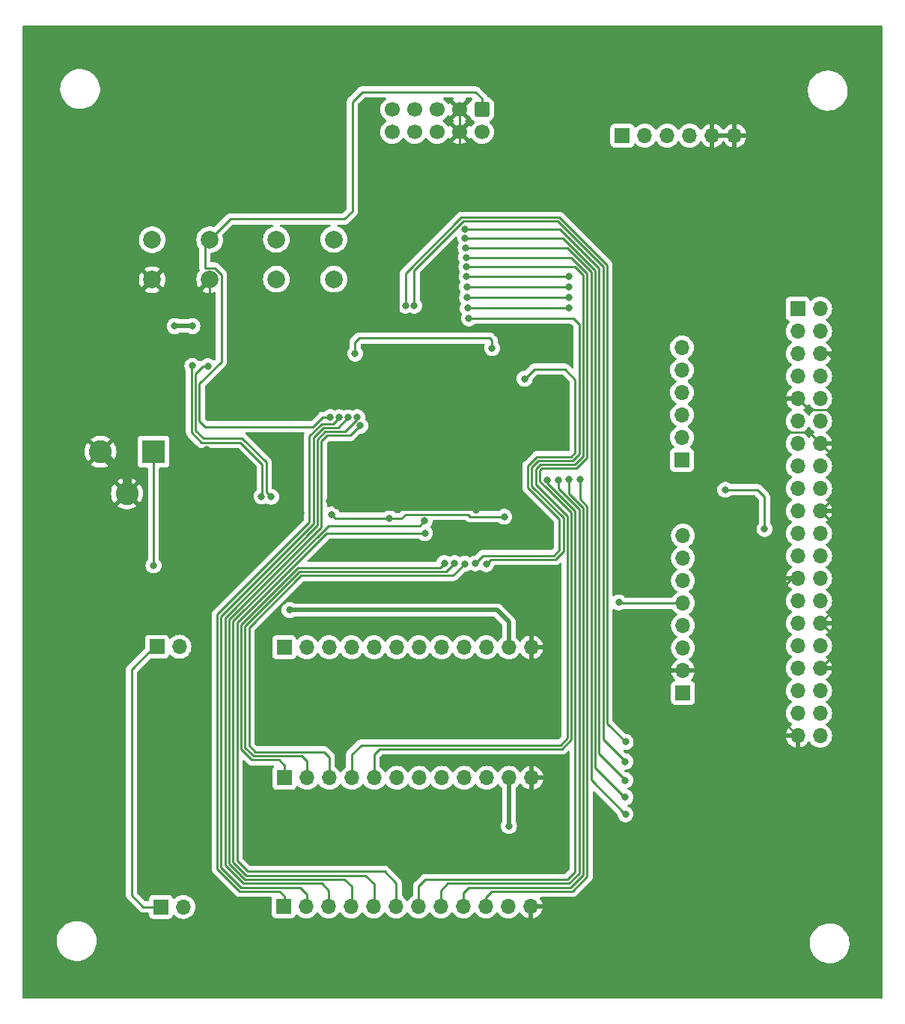
<source format=gbr>
%TF.GenerationSoftware,KiCad,Pcbnew,7.0.10*%
%TF.CreationDate,2024-03-06T15:36:23-05:00*%
%TF.ProjectId,Senior Design,53656e69-6f72-4204-9465-7369676e2e6b,rev?*%
%TF.SameCoordinates,Original*%
%TF.FileFunction,Copper,L2,Bot*%
%TF.FilePolarity,Positive*%
%FSLAX46Y46*%
G04 Gerber Fmt 4.6, Leading zero omitted, Abs format (unit mm)*
G04 Created by KiCad (PCBNEW 7.0.10) date 2024-03-06 15:36:23*
%MOMM*%
%LPD*%
G01*
G04 APERTURE LIST*
G04 Aperture macros list*
%AMRoundRect*
0 Rectangle with rounded corners*
0 $1 Rounding radius*
0 $2 $3 $4 $5 $6 $7 $8 $9 X,Y pos of 4 corners*
0 Add a 4 corners polygon primitive as box body*
4,1,4,$2,$3,$4,$5,$6,$7,$8,$9,$2,$3,0*
0 Add four circle primitives for the rounded corners*
1,1,$1+$1,$2,$3*
1,1,$1+$1,$4,$5*
1,1,$1+$1,$6,$7*
1,1,$1+$1,$8,$9*
0 Add four rect primitives between the rounded corners*
20,1,$1+$1,$2,$3,$4,$5,0*
20,1,$1+$1,$4,$5,$6,$7,0*
20,1,$1+$1,$6,$7,$8,$9,0*
20,1,$1+$1,$8,$9,$2,$3,0*%
G04 Aperture macros list end*
%TA.AperFunction,ComponentPad*%
%ADD10R,1.700000X1.700000*%
%TD*%
%TA.AperFunction,ComponentPad*%
%ADD11O,1.700000X1.700000*%
%TD*%
%TA.AperFunction,ComponentPad*%
%ADD12R,2.600000X2.600000*%
%TD*%
%TA.AperFunction,ComponentPad*%
%ADD13C,2.600000*%
%TD*%
%TA.AperFunction,ComponentPad*%
%ADD14C,2.000000*%
%TD*%
%TA.AperFunction,ComponentPad*%
%ADD15RoundRect,0.250000X-0.600000X0.600000X-0.600000X-0.600000X0.600000X-0.600000X0.600000X0.600000X0*%
%TD*%
%TA.AperFunction,ComponentPad*%
%ADD16C,1.700000*%
%TD*%
%TA.AperFunction,ViaPad*%
%ADD17C,0.800000*%
%TD*%
%TA.AperFunction,ViaPad*%
%ADD18C,1.400000*%
%TD*%
%TA.AperFunction,Conductor*%
%ADD19C,0.250000*%
%TD*%
%TA.AperFunction,Conductor*%
%ADD20C,0.500000*%
%TD*%
%TA.AperFunction,Conductor*%
%ADD21C,1.000000*%
%TD*%
G04 APERTURE END LIST*
D10*
%TO.P,SENSOR1,1*%
%TO.N,Moter1_0*%
X151580000Y-107010000D03*
D11*
%TO.P,SENSOR1,2*%
%TO.N,Moter1_1*%
X154120000Y-107010000D03*
%TO.P,SENSOR1,3*%
%TO.N,Moter1_2*%
X156660000Y-107010000D03*
%TO.P,SENSOR1,4*%
%TO.N,Moter1_3*%
X159200000Y-107010000D03*
%TO.P,SENSOR1,5*%
%TO.N,Moter1_4*%
X161740000Y-107010000D03*
%TO.P,SENSOR1,6*%
%TO.N,Moter1_5*%
X164280000Y-107010000D03*
%TO.P,SENSOR1,7*%
%TO.N,Moter1_6*%
X166820000Y-107010000D03*
%TO.P,SENSOR1,8*%
%TO.N,Moter1_7*%
X169360000Y-107010000D03*
%TO.P,SENSOR1,9*%
%TO.N,Moter1_8*%
X171900000Y-107010000D03*
%TO.P,SENSOR1,10*%
%TO.N,Moter1_9*%
X174440000Y-107010000D03*
%TO.P,SENSOR1,11,VDD*%
%TO.N,Power_3*%
X176980000Y-107010000D03*
%TO.P,SENSOR1,12,VSS*%
%TO.N,COM_GND*%
X179520000Y-107010000D03*
%TD*%
D10*
%TO.P,GOAL_BOT1,1,VDD*%
%TO.N,Power_3*%
X137630000Y-136340000D03*
D11*
%TO.P,GOAL_BOT1,2,OUT*%
%TO.N,GOAL_BOT_IN*%
X140170000Y-136340000D03*
%TD*%
D12*
%TO.P,BARREL_JACK1,1*%
%TO.N,Power_3*%
X136800000Y-84900000D03*
D13*
%TO.P,BARREL_JACK1,2*%
%TO.N,COM_GND*%
X130800000Y-84900000D03*
%TO.P,BARREL_JACK1,3*%
X133800000Y-89600000D03*
%TD*%
D10*
%TO.P,USER_INTERFACE1,1,VDD*%
%TO.N,Power_3*%
X196690000Y-112160000D03*
D11*
%TO.P,USER_INTERFACE1,2,VSS*%
%TO.N,COM_GND*%
X196690000Y-109620000D03*
%TO.P,USER_INTERFACE1,3,USER_START*%
%TO.N,USR_START*%
X196690000Y-107080000D03*
%TO.P,USER_INTERFACE1,4,USER_STOP*%
%TO.N,USR_STOP*%
X196690000Y-104540000D03*
%TO.P,USER_INTERFACE1,5,USER_RESET*%
%TO.N,USR_RST*%
X196690000Y-102000000D03*
%TO.P,USER_INTERFACE1,6,SPI_SCK*%
%TO.N,Net-(USER_INTERFACE1-SPI_SCK)*%
X196690000Y-99460000D03*
%TO.P,USER_INTERFACE1,7,SPI_MOSI*%
%TO.N,Net-(USER_INTERFACE1-SPI_MOSI)*%
X196690000Y-96920000D03*
%TO.P,USER_INTERFACE1,8,SPI_NSS*%
%TO.N,Net-(USER_INTERFACE1-SPI_NSS)*%
X196690000Y-94380000D03*
%TD*%
D10*
%TO.P,PWM_PORT1,1,VDD*%
%TO.N,unconnected-(PWM_PORT1-VDD-Pad1)*%
X196580000Y-85810000D03*
D11*
%TO.P,PWM_PORT1,2,GND*%
%TO.N,unconnected-(PWM_PORT1-GND-Pad2)*%
X196580000Y-83270000D03*
%TO.P,PWM_PORT1,3,PWM1*%
%TO.N,Net-(PWM_PORT1-PWM1)*%
X196580000Y-80730000D03*
%TO.P,PWM_PORT1,4,PWM2*%
%TO.N,Net-(PWM_PORT1-PWM2)*%
X196580000Y-78190000D03*
%TO.P,PWM_PORT1,5,PWM3*%
%TO.N,Net-(PWM_PORT1-PWM3)*%
X196580000Y-75650000D03*
%TO.P,PWM_PORT1,6,PWM4*%
%TO.N,Net-(PWM_PORT1-PWM4)*%
X196580000Y-73110000D03*
%TD*%
D10*
%TO.P,Jetson_Nano1,1,3.3_VDC*%
%TO.N,unconnected-(Jetson_Nano1-3.3_VDC-Pad1)*%
X209660000Y-68740000D03*
D11*
%TO.P,Jetson_Nano1,2,5_VDC*%
%TO.N,unconnected-(Jetson_Nano1-5_VDC-Pad2)*%
X212200000Y-68740000D03*
%TO.P,Jetson_Nano1,3,I2C_2_SDA*%
%TO.N,unconnected-(Jetson_Nano1-I2C_2_SDA-Pad3)*%
X209660000Y-71280000D03*
%TO.P,Jetson_Nano1,4,5_VDC*%
%TO.N,unconnected-(Jetson_Nano1-5_VDC-Pad4)*%
X212200000Y-71280000D03*
%TO.P,Jetson_Nano1,5,I2C_2_SCL*%
%TO.N,unconnected-(Jetson_Nano1-I2C_2_SCL-Pad5)*%
X209660000Y-73820000D03*
%TO.P,Jetson_Nano1,6,GND*%
%TO.N,COM_GND*%
X212200000Y-73820000D03*
%TO.P,Jetson_Nano1,7,AUDIO_MCLK*%
%TO.N,unconnected-(Jetson_Nano1-AUDIO_MCLK-Pad7)*%
X209660000Y-76360000D03*
%TO.P,Jetson_Nano1,8,UART_2_TX*%
%TO.N,USART3_RX*%
X212200000Y-76360000D03*
%TO.P,Jetson_Nano1,9,GND*%
%TO.N,COM_GND*%
X209660000Y-78900000D03*
%TO.P,Jetson_Nano1,10,UART_2_RX*%
%TO.N,USART3_TX*%
X212200000Y-78900000D03*
%TO.P,Jetson_Nano1,11,UART_2_RTS*%
%TO.N,unconnected-(Jetson_Nano1-UART_2_RTS-Pad11)*%
X209660000Y-81440000D03*
%TO.P,Jetson_Nano1,12,I2S_4_SCLK*%
%TO.N,unconnected-(Jetson_Nano1-I2S_4_SCLK-Pad12)*%
X212200000Y-81440000D03*
%TO.P,Jetson_Nano1,13,SPI_2_SCK*%
%TO.N,unconnected-(Jetson_Nano1-SPI_2_SCK-Pad13)*%
X209660000Y-83980000D03*
%TO.P,Jetson_Nano1,14,GND*%
%TO.N,COM_GND*%
X212200000Y-83980000D03*
%TO.P,Jetson_Nano1,15,LCD_TE*%
%TO.N,unconnected-(Jetson_Nano1-LCD_TE-Pad15)*%
X209660000Y-86520000D03*
%TO.P,Jetson_Nano1,16,SPI_2_CS1*%
%TO.N,unconnected-(Jetson_Nano1-SPI_2_CS1-Pad16)*%
X212200000Y-86520000D03*
%TO.P,Jetson_Nano1,17,3.3_VDC*%
%TO.N,unconnected-(Jetson_Nano1-3.3_VDC-Pad17)*%
X209660000Y-89060000D03*
%TO.P,Jetson_Nano1,18,SPI_2_CS0*%
%TO.N,unconnected-(Jetson_Nano1-SPI_2_CS0-Pad18)*%
X212200000Y-89060000D03*
%TO.P,Jetson_Nano1,19,SPI_1_MOSI*%
%TO.N,unconnected-(Jetson_Nano1-SPI_1_MOSI-Pad19)*%
X209660000Y-91600000D03*
%TO.P,Jetson_Nano1,20,GND*%
%TO.N,COM_GND*%
X212200000Y-91600000D03*
%TO.P,Jetson_Nano1,21,SPI_1_MISO*%
%TO.N,unconnected-(Jetson_Nano1-SPI_1_MISO-Pad21)*%
X209660000Y-94140000D03*
%TO.P,Jetson_Nano1,22,SPI_2_MISO*%
%TO.N,unconnected-(Jetson_Nano1-SPI_2_MISO-Pad22)*%
X212200000Y-94140000D03*
%TO.P,Jetson_Nano1,23,SPI_1_SCK*%
%TO.N,unconnected-(Jetson_Nano1-SPI_1_SCK-Pad23)*%
X209660000Y-96680000D03*
%TO.P,Jetson_Nano1,24,SPI_1_CS0*%
%TO.N,unconnected-(Jetson_Nano1-SPI_1_CS0-Pad24)*%
X212200000Y-96680000D03*
%TO.P,Jetson_Nano1,25,GND*%
%TO.N,COM_GND*%
X209660000Y-99220000D03*
%TO.P,Jetson_Nano1,26,SPI_1_CS1*%
%TO.N,unconnected-(Jetson_Nano1-SPI_1_CS1-Pad26)*%
X212200000Y-99220000D03*
%TO.P,Jetson_Nano1,27,I2C_1_SDA*%
%TO.N,unconnected-(Jetson_Nano1-I2C_1_SDA-Pad27)*%
X209660000Y-101760000D03*
%TO.P,Jetson_Nano1,28,I2C_1_SCL*%
%TO.N,unconnected-(Jetson_Nano1-I2C_1_SCL-Pad28)*%
X212200000Y-101760000D03*
%TO.P,Jetson_Nano1,29,CAM_AF_EN*%
%TO.N,unconnected-(Jetson_Nano1-CAM_AF_EN-Pad29)*%
X209660000Y-104300000D03*
%TO.P,Jetson_Nano1,30,GND*%
%TO.N,COM_GND*%
X212200000Y-104300000D03*
%TO.P,Jetson_Nano1,31,GPIO_PZ0*%
%TO.N,unconnected-(Jetson_Nano1-GPIO_PZ0-Pad31)*%
X209660000Y-106840000D03*
%TO.P,Jetson_Nano1,32,LCD_BL_PWM*%
%TO.N,unconnected-(Jetson_Nano1-LCD_BL_PWM-Pad32)*%
X212200000Y-106840000D03*
%TO.P,Jetson_Nano1,33,GPIO_PE6*%
%TO.N,unconnected-(Jetson_Nano1-GPIO_PE6-Pad33)*%
X209660000Y-109380000D03*
%TO.P,Jetson_Nano1,34,GND*%
%TO.N,COM_GND*%
X212200000Y-109380000D03*
%TO.P,Jetson_Nano1,35,I2S_4_LRCK*%
%TO.N,unconnected-(Jetson_Nano1-I2S_4_LRCK-Pad35)*%
X209660000Y-111920000D03*
%TO.P,Jetson_Nano1,36,UART_2_CTS*%
%TO.N,unconnected-(Jetson_Nano1-UART_2_CTS-Pad36)*%
X212200000Y-111920000D03*
%TO.P,Jetson_Nano1,37,SPI_2_MOSI*%
%TO.N,unconnected-(Jetson_Nano1-SPI_2_MOSI-Pad37)*%
X209660000Y-114460000D03*
%TO.P,Jetson_Nano1,38,I2S_4_SDIN*%
%TO.N,unconnected-(Jetson_Nano1-I2S_4_SDIN-Pad38)*%
X212200000Y-114460000D03*
%TO.P,Jetson_Nano1,39,GND*%
%TO.N,COM_GND*%
X209660000Y-117000000D03*
%TO.P,Jetson_Nano1,40,I2S_4_SDOUT*%
%TO.N,unconnected-(Jetson_Nano1-I2S_4_SDOUT-Pad40)*%
X212200000Y-117000000D03*
%TD*%
D10*
%TO.P,GOAL_USER1,1,VDD*%
%TO.N,Power_3*%
X137180000Y-106950000D03*
D11*
%TO.P,GOAL_USER1,2,OUT*%
%TO.N,GOAL_USR_IN*%
X139720000Y-106950000D03*
%TD*%
D14*
%TO.P,BOOT1,1,1*%
%TO.N,Power_3*%
X150700000Y-60900000D03*
X157200000Y-60900000D03*
%TO.P,BOOT1,2,2*%
%TO.N,BOOT*%
X150700000Y-65400000D03*
X157200000Y-65400000D03*
%TD*%
D10*
%TO.P,SENSOR2,1*%
%TO.N,Moter2_0*%
X151620000Y-121760000D03*
D11*
%TO.P,SENSOR2,2*%
%TO.N,Moter2_1*%
X154160000Y-121760000D03*
%TO.P,SENSOR2,3*%
%TO.N,Moter2_2*%
X156700000Y-121760000D03*
%TO.P,SENSOR2,4*%
%TO.N,Moter2_3*%
X159240000Y-121760000D03*
%TO.P,SENSOR2,5*%
%TO.N,Moter2_4*%
X161780000Y-121760000D03*
%TO.P,SENSOR2,6*%
%TO.N,Moter2_5*%
X164320000Y-121760000D03*
%TO.P,SENSOR2,7*%
%TO.N,Moter2_6*%
X166860000Y-121760000D03*
%TO.P,SENSOR2,8*%
%TO.N,Moter2_7*%
X169400000Y-121760000D03*
%TO.P,SENSOR2,9*%
%TO.N,Moter2_8*%
X171940000Y-121760000D03*
%TO.P,SENSOR2,10*%
%TO.N,Moter2_9*%
X174480000Y-121760000D03*
%TO.P,SENSOR2,11,VDD*%
%TO.N,Power_3*%
X177020000Y-121760000D03*
%TO.P,SENSOR2,12,VSS*%
%TO.N,COM_GND*%
X179560000Y-121760000D03*
%TD*%
D15*
%TO.P,10pin_IDC_SWD1,1,RESET*%
%TO.N,RESET*%
X173950000Y-46220000D03*
D16*
%TO.P,10pin_IDC_SWD1,2,GND*%
%TO.N,COM_GND*%
X171410000Y-46220000D03*
%TO.P,10pin_IDC_SWD1,3,SWIM*%
%TO.N,unconnected-(10pin_IDC_SWD1-SWIM-Pad3)*%
X168870000Y-46220000D03*
%TO.P,10pin_IDC_SWD1,4,+3.3V*%
%TO.N,unconnected-(10pin_IDC_SWD1-+3.3V-Pad4)*%
X166330000Y-46220000D03*
%TO.P,10pin_IDC_SWD1,5,+5V*%
%TO.N,unconnected-(10pin_IDC_SWD1-+5V-Pad5)*%
X163790000Y-46220000D03*
%TO.P,10pin_IDC_SWD1,6,SWDIO*%
%TO.N,SWDIO1*%
X173950000Y-48760000D03*
%TO.P,10pin_IDC_SWD1,7,GND*%
%TO.N,COM_GND*%
X171410000Y-48760000D03*
%TO.P,10pin_IDC_SWD1,8,SWCLK*%
%TO.N,SWCLK1*%
X168870000Y-48760000D03*
%TO.P,10pin_IDC_SWD1,9,+3.3V*%
%TO.N,unconnected-(10pin_IDC_SWD1-+3.3V-Pad9)*%
X166330000Y-48760000D03*
%TO.P,10pin_IDC_SWD1,10,+5V*%
%TO.N,unconnected-(10pin_IDC_SWD1-+5V-Pad10)*%
X163790000Y-48760000D03*
%TD*%
D10*
%TO.P,Serial_Adapter1,1,DTR*%
%TO.N,unconnected-(Serial_Adapter1-DTR-Pad1)*%
X189830000Y-49150000D03*
D11*
%TO.P,Serial_Adapter1,2,RX*%
%TO.N,USART5_RX1*%
X192370000Y-49150000D03*
%TO.P,Serial_Adapter1,3,TX*%
%TO.N,USART5_TX1*%
X194910000Y-49150000D03*
%TO.P,Serial_Adapter1,4,VCC*%
%TO.N,unconnected-(Serial_Adapter1-VCC-Pad4)*%
X197450000Y-49150000D03*
%TO.P,Serial_Adapter1,5,CTS*%
%TO.N,COM_GND*%
X199990000Y-49150000D03*
%TO.P,Serial_Adapter1,6,GND*%
X202530000Y-49150000D03*
%TD*%
D14*
%TO.P,RESET1,1,1*%
%TO.N,RESET*%
X136650000Y-60950000D03*
X143150000Y-60950000D03*
%TO.P,RESET1,2,2*%
%TO.N,COM_GND*%
X136650000Y-65450000D03*
X143150000Y-65450000D03*
%TD*%
D10*
%TO.P,SENSOR3,1*%
%TO.N,Moter3_0*%
X151540000Y-136290000D03*
D11*
%TO.P,SENSOR3,2*%
%TO.N,Moter3_1*%
X154080000Y-136290000D03*
%TO.P,SENSOR3,3*%
%TO.N,Moter3_2*%
X156620000Y-136290000D03*
%TO.P,SENSOR3,4*%
%TO.N,Moter3_3*%
X159160000Y-136290000D03*
%TO.P,SENSOR3,5*%
%TO.N,Moter3_4*%
X161700000Y-136290000D03*
%TO.P,SENSOR3,6*%
%TO.N,Moter3_5*%
X164240000Y-136290000D03*
%TO.P,SENSOR3,7*%
%TO.N,Moter3_6*%
X166780000Y-136290000D03*
%TO.P,SENSOR3,8*%
%TO.N,Moter3_7*%
X169320000Y-136290000D03*
%TO.P,SENSOR3,9*%
%TO.N,Moter3_8*%
X171860000Y-136290000D03*
%TO.P,SENSOR3,10*%
%TO.N,Moter3_9*%
X174400000Y-136290000D03*
%TO.P,SENSOR3,11,VDD*%
%TO.N,Power_3*%
X176940000Y-136290000D03*
%TO.P,SENSOR3,12,VSS*%
%TO.N,COM_GND*%
X179480000Y-136290000D03*
%TD*%
D17*
%TO.N,RESET*%
X156800000Y-81000000D03*
%TO.N,COM_GND*%
X173312505Y-91459817D03*
X176720000Y-100320000D03*
X179500000Y-127200000D03*
D18*
X212770000Y-54600000D03*
D17*
X140640000Y-93900000D03*
X185390000Y-47090000D03*
X175760000Y-71125000D03*
X171450000Y-100340000D03*
X154000000Y-101500000D03*
X143150000Y-68500000D03*
X156660000Y-90480000D03*
X142800000Y-84600000D03*
X151980000Y-84620000D03*
X162900000Y-67150000D03*
X188250000Y-41380000D03*
X153500000Y-91800000D03*
X161600000Y-91271054D03*
X162800000Y-56000000D03*
%TO.N,USART3_RX*%
X172270000Y-67490000D03*
X183800000Y-67490000D03*
%TO.N,USART3_TX*%
X183800000Y-68680000D03*
X172330000Y-68660000D03*
%TO.N,GOAL_BOT*%
X149027806Y-89952930D03*
X141200000Y-75200000D03*
%TO.N,Moter3_0*%
X157812653Y-81012653D03*
%TO.N,Moter3_1*%
X158833277Y-81017335D03*
%TO.N,Moter3_2*%
X159832812Y-80986761D03*
%TO.N,Moter3_3*%
X160166852Y-81966852D03*
%TO.N,Moter3_4*%
X167475000Y-92700871D03*
%TO.N,Moter3_5*%
X167500000Y-94100000D03*
%TO.N,Moter2_0*%
X169690000Y-97490000D03*
%TO.N,USART5_TX1*%
X183800000Y-66290000D03*
X172230000Y-66280000D03*
%TO.N,USART5_RX1*%
X172210000Y-65110000D03*
X183800000Y-65110000D03*
%TO.N,Moter2_1*%
X170860000Y-97510000D03*
%TO.N,Moter2_2*%
X172000000Y-97560000D03*
%TO.N,USR_RST*%
X189430000Y-101940000D03*
%TO.N,SPI2_MOSI_USR*%
X201470000Y-89200000D03*
X205905000Y-93630000D03*
%TO.N,Moter3_6*%
X181360000Y-88090000D03*
%TO.N,Moter3_7*%
X182590000Y-88120000D03*
%TO.N,Moter3_8*%
X183820000Y-88050000D03*
%TO.N,Moter3_9*%
X185020000Y-88020000D03*
%TO.N,Moter1_8*%
X173190000Y-97530000D03*
X178775786Y-76649520D03*
%TO.N,Moter1_9*%
X172475000Y-69832500D03*
X174440000Y-97590000D03*
%TO.N,Moter2_3*%
X172190000Y-63990000D03*
%TO.N,Moter2_4*%
X172150000Y-62930000D03*
%TO.N,Moter2_5*%
X172110000Y-61840000D03*
X190180000Y-125880000D03*
%TO.N,Moter2_6*%
X172050000Y-60770000D03*
X190170000Y-123950000D03*
%TO.N,Moter2_7*%
X190170000Y-122030000D03*
X171980000Y-59750000D03*
%TO.N,GOAL_USR*%
X150100000Y-90000000D03*
X142950000Y-75225000D03*
%TO.N,Moter2_8*%
X190170000Y-119920000D03*
X166300000Y-68400000D03*
%TO.N,Moter2_9*%
X165299997Y-68400000D03*
X190200000Y-117700000D03*
%TO.N,Power_3*%
X177000000Y-127200000D03*
X141200000Y-70700000D03*
X163500000Y-92400000D03*
X139200000Y-70700000D03*
X159600000Y-73800000D03*
X176480000Y-92250000D03*
X136800000Y-97750000D03*
X175100000Y-73200000D03*
X156975000Y-91996054D03*
X152200000Y-102800000D03*
%TD*%
D19*
%TO.N,RESET*%
X144475000Y-74725305D02*
X144475000Y-64901167D01*
X160380000Y-44240000D02*
X173240000Y-44240000D01*
X173240000Y-44240000D02*
X173950000Y-44950000D01*
X142601167Y-64125000D02*
X142601167Y-61498833D01*
X154858604Y-82075000D02*
X142665000Y-82075000D01*
X143698833Y-64125000D02*
X142601167Y-64125000D01*
X142000000Y-81410000D02*
X142000000Y-77200305D01*
X159300000Y-57700000D02*
X159300000Y-45320000D01*
X158400000Y-58600000D02*
X159300000Y-57700000D01*
X142665000Y-82075000D02*
X142000000Y-81410000D01*
X156800000Y-81000000D02*
X155933604Y-81000000D01*
X144475000Y-64901167D02*
X143698833Y-64125000D01*
X159300000Y-45320000D02*
X160380000Y-44240000D01*
X145500000Y-58600000D02*
X158400000Y-58600000D01*
X143150000Y-60950000D02*
X145500000Y-58600000D01*
X173950000Y-44950000D02*
X173950000Y-46220000D01*
X142000000Y-77200305D02*
X144475000Y-74725305D01*
X142601167Y-61498833D02*
X143150000Y-60950000D01*
X155933604Y-81000000D02*
X154858604Y-82075000D01*
%TO.N,COM_GND*%
X214230000Y-102270000D02*
X214230000Y-93620000D01*
X157451054Y-91271054D02*
X161600000Y-91271054D01*
D20*
X154000000Y-101500000D02*
X178370000Y-101500000D01*
D19*
X165725000Y-71125000D02*
X175760000Y-71125000D01*
D20*
X150400000Y-94900000D02*
X141640000Y-94900000D01*
D19*
X185390000Y-44240000D02*
X185390000Y-47090000D01*
X164500000Y-69900000D02*
X165725000Y-71125000D01*
X213370000Y-80180000D02*
X214070000Y-79480000D01*
X209660000Y-78900000D02*
X210940000Y-80180000D01*
X214120000Y-107460000D02*
X214120000Y-106090000D01*
D20*
X179540000Y-127120000D02*
X179560000Y-127140000D01*
D19*
X209600000Y-116900000D02*
X209600000Y-118210000D01*
X206450000Y-113790000D02*
X206450000Y-101750000D01*
D20*
X152000000Y-88800000D02*
X153500000Y-90300000D01*
X142400000Y-93900000D02*
X140640000Y-93900000D01*
D19*
X156660000Y-90480000D02*
X157451054Y-91271054D01*
X162800000Y-56000000D02*
X170800000Y-56000000D01*
D21*
X130800000Y-84900000D02*
X133800000Y-87900000D01*
D19*
X188250000Y-41380000D02*
X185390000Y-44240000D01*
D20*
X179540000Y-121690000D02*
X179540000Y-127120000D01*
D19*
X214070000Y-79480000D02*
X214070000Y-74820000D01*
X209560000Y-116900000D02*
X206450000Y-113790000D01*
X208000000Y-79400000D02*
X208500000Y-78900000D01*
D20*
X152000000Y-84640000D02*
X152000000Y-88800000D01*
X153500000Y-90300000D02*
X153500000Y-91800000D01*
D19*
X171450000Y-100340000D02*
X171470000Y-100320000D01*
X171410000Y-48760000D02*
X171410000Y-46220000D01*
X206450000Y-101750000D02*
X209080000Y-99120000D01*
X214300000Y-110200000D02*
X213480000Y-109380000D01*
X209600000Y-116900000D02*
X209560000Y-116900000D01*
X210920000Y-82700000D02*
X208710000Y-82700000D01*
X179540000Y-121650000D02*
X179560000Y-121670000D01*
X199020000Y-109620000D02*
X199820000Y-110420000D01*
X200580000Y-116920000D02*
X209580000Y-116920000D01*
X173302688Y-91450000D02*
X161778946Y-91450000D01*
D21*
X133800000Y-87900000D02*
X133800000Y-89600000D01*
D19*
X209600000Y-118210000D02*
X210200000Y-118810000D01*
X214120000Y-106090000D02*
X212265000Y-104235000D01*
X212970000Y-73720000D02*
X212140000Y-73720000D01*
X164500000Y-67800000D02*
X164500000Y-69900000D01*
X173312505Y-91459817D02*
X173302688Y-91450000D01*
X208710000Y-82700000D02*
X208000000Y-81990000D01*
X209080000Y-99120000D02*
X209600000Y-99120000D01*
D20*
X178370000Y-101500000D02*
X179540000Y-102670000D01*
D19*
X208500000Y-78900000D02*
X209660000Y-78900000D01*
X210940000Y-80180000D02*
X213370000Y-80180000D01*
X212210000Y-91600000D02*
X212200000Y-91600000D01*
X213590000Y-118810000D02*
X214300000Y-118100000D01*
X214230000Y-93620000D02*
X212210000Y-91600000D01*
D20*
X151980000Y-84620000D02*
X152000000Y-84640000D01*
X179540000Y-102670000D02*
X179540000Y-106900000D01*
D19*
X208000000Y-81990000D02*
X208000000Y-79400000D01*
X210200000Y-118810000D02*
X213590000Y-118810000D01*
D20*
X142800000Y-84600000D02*
X143700000Y-85500000D01*
X143700000Y-92600000D02*
X142400000Y-93900000D01*
D19*
X179560000Y-127140000D02*
X179500000Y-127200000D01*
X170800000Y-56000000D02*
X171410000Y-55390000D01*
X171470000Y-100320000D02*
X176720000Y-100320000D01*
X213990000Y-85770000D02*
X212200000Y-83980000D01*
X212265000Y-104235000D02*
X214230000Y-102270000D01*
X161778946Y-91450000D02*
X161600000Y-91271054D01*
X212200000Y-109380000D02*
X214120000Y-107460000D01*
X199820000Y-110420000D02*
X199820000Y-116160000D01*
X143150000Y-68325000D02*
X143150000Y-65450000D01*
D20*
X141640000Y-94900000D02*
X140640000Y-93900000D01*
D19*
X214300000Y-118100000D02*
X214300000Y-110200000D01*
X199820000Y-116160000D02*
X200580000Y-116920000D01*
X212200000Y-83980000D02*
X210920000Y-82700000D01*
D20*
X153500000Y-91800000D02*
X150400000Y-94900000D01*
D19*
X214070000Y-74820000D02*
X212970000Y-73720000D01*
D20*
X179560000Y-121670000D02*
X179540000Y-121690000D01*
D19*
X162900000Y-67150000D02*
X163850000Y-67150000D01*
X212200000Y-91600000D02*
X213990000Y-89810000D01*
X171410000Y-55390000D02*
X171410000Y-48760000D01*
X196690000Y-109620000D02*
X199020000Y-109620000D01*
D21*
X140610000Y-93870000D02*
X140640000Y-93900000D01*
D19*
X213480000Y-109380000D02*
X212200000Y-109380000D01*
X209580000Y-116920000D02*
X209600000Y-116900000D01*
D20*
X143700000Y-85500000D02*
X143700000Y-92600000D01*
D19*
X163850000Y-67150000D02*
X164500000Y-67800000D01*
X213990000Y-89810000D02*
X213990000Y-85770000D01*
%TO.N,USART3_RX*%
X183800000Y-67490000D02*
X172270000Y-67490000D01*
%TO.N,USART3_TX*%
X183780000Y-68660000D02*
X172330000Y-68660000D01*
X183800000Y-68680000D02*
X183780000Y-68660000D01*
%TO.N,GOAL_BOT*%
X141100000Y-75300000D02*
X141200000Y-75200000D01*
X149100000Y-86304695D02*
X146640305Y-83845000D01*
X149027806Y-89952930D02*
X149100000Y-89880736D01*
X142245000Y-83845000D02*
X141100000Y-82700000D01*
X141100000Y-82700000D02*
X141100000Y-75300000D01*
X149100000Y-89880736D02*
X149100000Y-86304695D01*
X146640305Y-83845000D02*
X142245000Y-83845000D01*
%TO.N,Moter3_0*%
X151060000Y-134590000D02*
X151600000Y-135130000D01*
X157525000Y-81300305D02*
X157100305Y-81725000D01*
X151600000Y-135130000D02*
X151600000Y-136400000D01*
X146543604Y-134590000D02*
X151060000Y-134590000D01*
X144000000Y-103300000D02*
X144000000Y-132046396D01*
X155845000Y-81725000D02*
X154440000Y-83130000D01*
X157525000Y-81240000D02*
X157525000Y-81300305D01*
X154440000Y-83130000D02*
X154440000Y-92860000D01*
X144000000Y-132046396D02*
X146543604Y-134590000D01*
X154440000Y-92860000D02*
X144000000Y-103300000D01*
X157752347Y-81012653D02*
X157525000Y-81240000D01*
X157100305Y-81725000D02*
X155845000Y-81725000D01*
X157812653Y-81012653D02*
X157752347Y-81012653D01*
%TO.N,Moter3_1*%
X144450000Y-103486396D02*
X144450000Y-131860000D01*
X154890000Y-93046396D02*
X144450000Y-103486396D01*
X156031396Y-82175000D02*
X154890000Y-83316396D01*
X154890000Y-83316396D02*
X154890000Y-93046396D01*
X146730000Y-134140000D02*
X153380000Y-134140000D01*
X153380000Y-134140000D02*
X154140000Y-134900000D01*
X158833277Y-81017335D02*
X157675611Y-82175000D01*
X157675611Y-82175000D02*
X156031396Y-82175000D01*
X154140000Y-134900000D02*
X154140000Y-136400000D01*
X144450000Y-131860000D02*
X146730000Y-134140000D01*
%TO.N,Moter3_2*%
X144900000Y-103672792D02*
X144900000Y-131669188D01*
X155340000Y-93232792D02*
X144900000Y-103672792D01*
X155340000Y-83502792D02*
X155340000Y-93232792D01*
X159832812Y-81267188D02*
X158475000Y-82625000D01*
X144900000Y-131669188D02*
X146920812Y-133690000D01*
X156217792Y-82625000D02*
X155340000Y-83502792D01*
X155840000Y-133690000D02*
X156620000Y-134470000D01*
X156620000Y-134470000D02*
X156620000Y-136290000D01*
X159832812Y-80986761D02*
X159832812Y-81267188D01*
X146920812Y-133690000D02*
X155840000Y-133690000D01*
X158475000Y-82625000D02*
X156217792Y-82625000D01*
%TO.N,Moter3_3*%
X158420000Y-133240000D02*
X159220000Y-134040000D01*
X147107208Y-133240000D02*
X158420000Y-133240000D01*
X145350000Y-103859188D02*
X145350000Y-131482792D01*
X159058704Y-83075000D02*
X156404188Y-83075000D01*
X145350000Y-131482792D02*
X147107208Y-133240000D01*
X160166852Y-81966852D02*
X159058704Y-83075000D01*
X155790000Y-93419188D02*
X145350000Y-103859188D01*
X156404188Y-83075000D02*
X155790000Y-83689188D01*
X155790000Y-83689188D02*
X155790000Y-93419188D01*
X159220000Y-134040000D02*
X159220000Y-136400000D01*
%TO.N,Moter3_4*%
X147293604Y-132790000D02*
X160770000Y-132790000D01*
X167475000Y-92700871D02*
X166925871Y-93250000D01*
X166925871Y-93250000D02*
X156595584Y-93250000D01*
X145800000Y-131296396D02*
X147293604Y-132790000D01*
X156595584Y-93250000D02*
X145800000Y-104045584D01*
X145800000Y-104045584D02*
X145800000Y-131296396D01*
X160770000Y-132790000D02*
X161760000Y-133780000D01*
X161760000Y-133780000D02*
X161760000Y-136400000D01*
%TO.N,Moter3_5*%
X147480000Y-132340000D02*
X162940000Y-132340000D01*
X167500000Y-94100000D02*
X156381980Y-94100000D01*
X146250000Y-104231980D02*
X146250000Y-131110000D01*
X156381980Y-94100000D02*
X146250000Y-104231980D01*
X164240000Y-133640000D02*
X164240000Y-136290000D01*
X162940000Y-132340000D02*
X164240000Y-133640000D01*
X146250000Y-131110000D02*
X147480000Y-132340000D01*
%TO.N,Moter2_0*%
X169200000Y-97980000D02*
X153138376Y-97980000D01*
X153138376Y-97980000D02*
X146700000Y-104418376D01*
X151620000Y-120360000D02*
X151620000Y-121760000D01*
X169690000Y-97490000D02*
X169200000Y-97980000D01*
X147920000Y-119720000D02*
X150980000Y-119720000D01*
X150980000Y-119720000D02*
X151620000Y-120360000D01*
X146700000Y-104418376D02*
X146700000Y-118500000D01*
X146700000Y-118500000D02*
X147920000Y-119720000D01*
%TO.N,USART5_TX1*%
X172240000Y-66290000D02*
X172230000Y-66280000D01*
X183800000Y-66290000D02*
X172240000Y-66290000D01*
%TO.N,USART5_RX1*%
X183800000Y-65110000D02*
X172210000Y-65110000D01*
%TO.N,Moter2_1*%
X153570000Y-119270000D02*
X154140000Y-119840000D01*
X170860000Y-97510000D02*
X169940000Y-98430000D01*
X154140000Y-119840000D02*
X154140000Y-121650000D01*
X148106396Y-119270000D02*
X153570000Y-119270000D01*
X147150000Y-118313604D02*
X148106396Y-119270000D01*
X169940000Y-98430000D02*
X153324772Y-98430000D01*
X147150000Y-104604772D02*
X147150000Y-118313604D01*
X153324772Y-98430000D02*
X147150000Y-104604772D01*
%TO.N,Moter2_2*%
X156680000Y-119400000D02*
X156680000Y-121650000D01*
X148282792Y-118810000D02*
X156090000Y-118810000D01*
X147600000Y-118127208D02*
X148282792Y-118810000D01*
X172000000Y-97560000D02*
X172000000Y-97580000D01*
X153511168Y-98880000D02*
X147600000Y-104791168D01*
X156090000Y-118810000D02*
X156680000Y-119400000D01*
X172000000Y-97580000D02*
X170700000Y-98880000D01*
X147600000Y-104791168D02*
X147600000Y-118127208D01*
X170700000Y-98880000D02*
X153511168Y-98880000D01*
%TO.N,USR_RST*%
X196650000Y-102040000D02*
X196690000Y-102000000D01*
X189430000Y-101940000D02*
X189530000Y-102040000D01*
X189530000Y-102040000D02*
X196650000Y-102040000D01*
%TO.N,SPI2_MOSI_USR*%
X205100000Y-89200000D02*
X201470000Y-89200000D01*
X205905000Y-90005000D02*
X205100000Y-89200000D01*
X205905000Y-93630000D02*
X205905000Y-90005000D01*
%TO.N,Moter3_6*%
X183613604Y-133250000D02*
X167540000Y-133250000D01*
X167540000Y-133250000D02*
X166780000Y-134010000D01*
X181360000Y-88469188D02*
X184500000Y-91609188D01*
X166780000Y-134010000D02*
X166780000Y-136290000D01*
X181360000Y-88090000D02*
X181360000Y-88469188D01*
X184500000Y-91609188D02*
X184500000Y-132363604D01*
X184500000Y-132363604D02*
X183613604Y-133250000D01*
%TO.N,Moter3_7*%
X182590000Y-89062792D02*
X184950000Y-91422792D01*
X184950000Y-132550000D02*
X183800000Y-133700000D01*
X183800000Y-133700000D02*
X170090000Y-133700000D01*
X184950000Y-91422792D02*
X184950000Y-132550000D01*
X182590000Y-88120000D02*
X182590000Y-89062792D01*
X169320000Y-134470000D02*
X169320000Y-136290000D01*
X170090000Y-133700000D02*
X169320000Y-134470000D01*
%TO.N,Moter3_8*%
X171860000Y-134750000D02*
X171860000Y-136290000D01*
X185400000Y-91236396D02*
X185400000Y-132736396D01*
X185400000Y-132736396D02*
X183986396Y-134150000D01*
X183986396Y-134150000D02*
X172460000Y-134150000D01*
X172460000Y-134150000D02*
X171860000Y-134750000D01*
X183820000Y-88050000D02*
X183820000Y-89656396D01*
X183820000Y-89656396D02*
X185400000Y-91236396D01*
%TO.N,Moter3_9*%
X185850000Y-91050000D02*
X185850000Y-132922792D01*
X175040000Y-134600000D02*
X174400000Y-135240000D01*
X174400000Y-135240000D02*
X174400000Y-136290000D01*
X185020000Y-90220000D02*
X185850000Y-91050000D01*
X185020000Y-88020000D02*
X185020000Y-90220000D01*
X184172792Y-134600000D02*
X175040000Y-134600000D01*
X185850000Y-132922792D02*
X184172792Y-134600000D01*
%TO.N,Moter1_8*%
X182070000Y-96640000D02*
X182700000Y-96010000D01*
X184500000Y-85000000D02*
X184500000Y-76740000D01*
X182700000Y-96010000D02*
X182700000Y-92516396D01*
X179140000Y-86470812D02*
X180160812Y-85450000D01*
X179855306Y-75570000D02*
X178775786Y-76649520D01*
X173190000Y-97480000D02*
X174030000Y-96640000D01*
X183330000Y-75570000D02*
X179855306Y-75570000D01*
X184500000Y-76740000D02*
X183330000Y-75570000D01*
X182700000Y-92516396D02*
X179140000Y-88956396D01*
X179140000Y-88956396D02*
X179140000Y-86470812D01*
X184050000Y-85450000D02*
X184500000Y-85000000D01*
X174030000Y-96640000D02*
X182070000Y-96640000D01*
X173190000Y-97530000D02*
X173190000Y-97480000D01*
X180160812Y-85450000D02*
X184050000Y-85450000D01*
%TO.N,Moter1_9*%
X184236396Y-85900000D02*
X184950000Y-85186396D01*
X184950000Y-70486396D02*
X184283604Y-69820000D01*
X174940000Y-97090000D02*
X182256396Y-97090000D01*
X179590000Y-86657208D02*
X180347208Y-85900000D01*
X182256396Y-97090000D02*
X183150000Y-96196396D01*
X183150000Y-92330000D02*
X179590000Y-88770000D01*
X180347208Y-85900000D02*
X184236396Y-85900000D01*
X183150000Y-96196396D02*
X183150000Y-92330000D01*
X184283604Y-69820000D02*
X172487500Y-69820000D01*
X172487500Y-69820000D02*
X172475000Y-69832500D01*
X174440000Y-97590000D02*
X174940000Y-97090000D01*
X184950000Y-85186396D02*
X184950000Y-70486396D01*
X179590000Y-88770000D02*
X179590000Y-86657208D01*
%TO.N,Moter2_3*%
X172190000Y-63990000D02*
X184460000Y-63990000D01*
X185400000Y-64930000D02*
X185400000Y-85372792D01*
X183600000Y-92143604D02*
X183600000Y-117263604D01*
X180533604Y-86350000D02*
X180040000Y-86843604D01*
X180040000Y-86843604D02*
X180040000Y-88583604D01*
X180040000Y-88583604D02*
X183600000Y-92143604D01*
X160290000Y-118050000D02*
X159220000Y-119120000D01*
X185400000Y-85372792D02*
X184422792Y-86350000D01*
X184460000Y-63990000D02*
X185400000Y-64930000D01*
X159220000Y-119120000D02*
X159220000Y-121650000D01*
X184422792Y-86350000D02*
X180533604Y-86350000D01*
X183600000Y-117263604D02*
X182813604Y-118050000D01*
X182813604Y-118050000D02*
X160290000Y-118050000D01*
%TO.N,Moter2_4*%
X181069416Y-88815000D02*
X184050000Y-91795584D01*
X172160000Y-62940000D02*
X184046396Y-62940000D01*
X185850000Y-64743604D02*
X185850000Y-85559188D01*
X181059695Y-88815000D02*
X181069416Y-88815000D01*
X185850000Y-85559188D02*
X184609188Y-86800000D01*
X180490000Y-87030000D02*
X180490000Y-88245305D01*
X162370000Y-118500000D02*
X161760000Y-119110000D01*
X180490000Y-88245305D02*
X181059695Y-88815000D01*
X183000000Y-118500000D02*
X162370000Y-118500000D01*
X184050000Y-91795584D02*
X184050000Y-117450000D01*
X161760000Y-119110000D02*
X161760000Y-121650000D01*
X172150000Y-62930000D02*
X172160000Y-62940000D01*
X180720000Y-86800000D02*
X180490000Y-87030000D01*
X184046396Y-62940000D02*
X185850000Y-64743604D01*
X184609188Y-86800000D02*
X180720000Y-86800000D01*
X184050000Y-117450000D02*
X183000000Y-118500000D01*
%TO.N,Moter2_5*%
X186300000Y-64557208D02*
X186300000Y-122010000D01*
X190170000Y-125880000D02*
X190180000Y-125880000D01*
X183582792Y-61840000D02*
X186300000Y-64557208D01*
X172110000Y-61840000D02*
X183582792Y-61840000D01*
X186300000Y-122010000D02*
X190170000Y-125880000D01*
%TO.N,Moter2_6*%
X186750000Y-64370812D02*
X186750000Y-120650000D01*
X172050000Y-60770000D02*
X183149188Y-60770000D01*
X190050000Y-123950000D02*
X190170000Y-123950000D01*
X183149188Y-60770000D02*
X186750000Y-64370812D01*
X186750000Y-120650000D02*
X190050000Y-123950000D01*
%TO.N,Moter2_7*%
X187200000Y-119010000D02*
X190170000Y-121980000D01*
X187200000Y-64184416D02*
X187200000Y-119010000D01*
X171990000Y-59760000D02*
X182775584Y-59760000D01*
X182775584Y-59760000D02*
X187200000Y-64184416D01*
X171980000Y-59750000D02*
X171990000Y-59760000D01*
X190170000Y-121980000D02*
X190170000Y-122030000D01*
%TO.N,GOAL_USR*%
X141550000Y-76050000D02*
X142375000Y-75225000D01*
X141550000Y-82513604D02*
X141550000Y-76050000D01*
X150100000Y-90000000D02*
X149550000Y-89450000D01*
X142431396Y-83395000D02*
X141550000Y-82513604D01*
X142375000Y-75225000D02*
X142950000Y-75225000D01*
X149550000Y-86118299D02*
X146826701Y-83395000D01*
X149550000Y-89450000D02*
X149550000Y-86118299D01*
X146826701Y-83395000D02*
X142431396Y-83395000D01*
%TO.N,Moter2_8*%
X187650000Y-117370000D02*
X190170000Y-119890000D01*
X166300000Y-64374695D02*
X171814695Y-58860000D01*
X182511980Y-58860000D02*
X187650000Y-63998020D01*
X166300000Y-68400000D02*
X166300000Y-64374695D01*
X190170000Y-119890000D02*
X190170000Y-119920000D01*
X171814695Y-58860000D02*
X182511980Y-58860000D01*
X187650000Y-63998020D02*
X187650000Y-117370000D01*
%TO.N,Moter2_9*%
X188100000Y-63811624D02*
X188100000Y-115600000D01*
X188100000Y-115600000D02*
X190200000Y-117700000D01*
X165299997Y-68400000D02*
X165299997Y-64738302D01*
X171628299Y-58410000D02*
X182698376Y-58410000D01*
X182698376Y-58410000D02*
X188100000Y-63811624D01*
X165299997Y-64738302D02*
X171628299Y-58410000D01*
%TO.N,Power_3*%
X176480000Y-92250000D02*
X172620000Y-92250000D01*
X137180000Y-106950000D02*
X136910000Y-106950000D01*
X135640000Y-136340000D02*
X137630000Y-136340000D01*
X163530000Y-92430000D02*
X163500000Y-92400000D01*
X174850000Y-72050000D02*
X160050000Y-72050000D01*
X159600000Y-72500000D02*
X159600000Y-73800000D01*
D20*
X139200000Y-70700000D02*
X141200000Y-70700000D01*
X175660000Y-102800000D02*
X152200000Y-102800000D01*
D19*
X175100000Y-72300000D02*
X174850000Y-72050000D01*
X134300000Y-109560000D02*
X134300000Y-135000000D01*
X172345871Y-91975871D02*
X165294129Y-91975871D01*
D20*
X177000000Y-104140000D02*
X175660000Y-102800000D01*
D19*
X165294129Y-91975871D02*
X164840000Y-92430000D01*
X164840000Y-92430000D02*
X163530000Y-92430000D01*
X136800000Y-97750000D02*
X136800000Y-84900000D01*
X160050000Y-72050000D02*
X159600000Y-72500000D01*
X177020000Y-121760000D02*
X177000000Y-121780000D01*
X134300000Y-135000000D02*
X135640000Y-136340000D01*
X175100000Y-73200000D02*
X175100000Y-72300000D01*
X136910000Y-106950000D02*
X134300000Y-109560000D01*
X157378946Y-92400000D02*
X163500000Y-92400000D01*
X156975000Y-91996054D02*
X157378946Y-92400000D01*
D20*
X177000000Y-121780000D02*
X177000000Y-127200000D01*
X177000000Y-106900000D02*
X177000000Y-104140000D01*
D19*
X172620000Y-92250000D02*
X172345871Y-91975871D01*
%TD*%
%TA.AperFunction,Conductor*%
%TO.N,COM_GND*%
G36*
X183793834Y-118693269D02*
G01*
X183849767Y-118735141D01*
X183874184Y-118800605D01*
X183874500Y-118809451D01*
X183874500Y-132053151D01*
X183854815Y-132120190D01*
X183838181Y-132140832D01*
X183390832Y-132588181D01*
X183329509Y-132621666D01*
X183303151Y-132624500D01*
X167622737Y-132624500D01*
X167607120Y-132622776D01*
X167607093Y-132623062D01*
X167599331Y-132622327D01*
X167532144Y-132624439D01*
X167528250Y-132624500D01*
X167500650Y-132624500D01*
X167496962Y-132624965D01*
X167496649Y-132625005D01*
X167485031Y-132625918D01*
X167441377Y-132627290D01*
X167441367Y-132627292D01*
X167422134Y-132632879D01*
X167403094Y-132636822D01*
X167383217Y-132639334D01*
X167383210Y-132639335D01*
X167383208Y-132639336D01*
X167383206Y-132639336D01*
X167383205Y-132639337D01*
X167342584Y-132655419D01*
X167331537Y-132659201D01*
X167289611Y-132671382D01*
X167289608Y-132671383D01*
X167272363Y-132681581D01*
X167254901Y-132690135D01*
X167236272Y-132697511D01*
X167236267Y-132697514D01*
X167200926Y-132723189D01*
X167191168Y-132729599D01*
X167153580Y-132751828D01*
X167139408Y-132766000D01*
X167124623Y-132778628D01*
X167108412Y-132790407D01*
X167080571Y-132824059D01*
X167072711Y-132832696D01*
X166396208Y-133509199D01*
X166383951Y-133519020D01*
X166384134Y-133519241D01*
X166378122Y-133524214D01*
X166332098Y-133573223D01*
X166329391Y-133576016D01*
X166309889Y-133595517D01*
X166309875Y-133595534D01*
X166307407Y-133598715D01*
X166299843Y-133607570D01*
X166269937Y-133639418D01*
X166269936Y-133639420D01*
X166260284Y-133656976D01*
X166249610Y-133673226D01*
X166237329Y-133689061D01*
X166237324Y-133689068D01*
X166219975Y-133729158D01*
X166214838Y-133739644D01*
X166193803Y-133777906D01*
X166188822Y-133797307D01*
X166182521Y-133815710D01*
X166174562Y-133834102D01*
X166174561Y-133834105D01*
X166167728Y-133877243D01*
X166165360Y-133888674D01*
X166154501Y-133930971D01*
X166154500Y-133930982D01*
X166154500Y-133951016D01*
X166152973Y-133970415D01*
X166149840Y-133990194D01*
X166149840Y-133990195D01*
X166153950Y-134033674D01*
X166154500Y-134045343D01*
X166154500Y-135014773D01*
X166134815Y-135081812D01*
X166101623Y-135116348D01*
X165908597Y-135251505D01*
X165741505Y-135418597D01*
X165611575Y-135604158D01*
X165556998Y-135647783D01*
X165487500Y-135654977D01*
X165425145Y-135623454D01*
X165408425Y-135604158D01*
X165278494Y-135418597D01*
X165111402Y-135251506D01*
X165111401Y-135251505D01*
X164947754Y-135136918D01*
X164918376Y-135116347D01*
X164874751Y-135061770D01*
X164865500Y-135014772D01*
X164865500Y-133722742D01*
X164867224Y-133707122D01*
X164866939Y-133707095D01*
X164867673Y-133699333D01*
X164865561Y-133632112D01*
X164865500Y-133628218D01*
X164865500Y-133600656D01*
X164865500Y-133600650D01*
X164864996Y-133596668D01*
X164864081Y-133585029D01*
X164862710Y-133541373D01*
X164857119Y-133522130D01*
X164853173Y-133503078D01*
X164850664Y-133483208D01*
X164834579Y-133442583D01*
X164830806Y-133431562D01*
X164818618Y-133389610D01*
X164818617Y-133389609D01*
X164818617Y-133389607D01*
X164818616Y-133389606D01*
X164808423Y-133372371D01*
X164799861Y-133354894D01*
X164792487Y-133336269D01*
X164766816Y-133300937D01*
X164760405Y-133291177D01*
X164738170Y-133253580D01*
X164738168Y-133253578D01*
X164738165Y-133253574D01*
X164724006Y-133239415D01*
X164711368Y-133224619D01*
X164699594Y-133208413D01*
X164693830Y-133203645D01*
X164665940Y-133180572D01*
X164657299Y-133172709D01*
X163440803Y-131956212D01*
X163430980Y-131943950D01*
X163430759Y-131944134D01*
X163425786Y-131938122D01*
X163376776Y-131892099D01*
X163373977Y-131889386D01*
X163354477Y-131869885D01*
X163354471Y-131869880D01*
X163351286Y-131867409D01*
X163342434Y-131859848D01*
X163310582Y-131829938D01*
X163310580Y-131829936D01*
X163310577Y-131829935D01*
X163293029Y-131820288D01*
X163276763Y-131809604D01*
X163260932Y-131797324D01*
X163220849Y-131779978D01*
X163210363Y-131774841D01*
X163172094Y-131753803D01*
X163172092Y-131753802D01*
X163152693Y-131748822D01*
X163134281Y-131742518D01*
X163115898Y-131734562D01*
X163115892Y-131734560D01*
X163072760Y-131727729D01*
X163061322Y-131725361D01*
X163019020Y-131714500D01*
X163019019Y-131714500D01*
X162998984Y-131714500D01*
X162979586Y-131712973D01*
X162972162Y-131711797D01*
X162959805Y-131709840D01*
X162959804Y-131709840D01*
X162916325Y-131713950D01*
X162904656Y-131714500D01*
X147790452Y-131714500D01*
X147723413Y-131694815D01*
X147702771Y-131678181D01*
X146911819Y-130887228D01*
X146878334Y-130825905D01*
X146875500Y-130799547D01*
X146875500Y-119859452D01*
X146895185Y-119792413D01*
X146947989Y-119746658D01*
X147017147Y-119736714D01*
X147080703Y-119765739D01*
X147087181Y-119771771D01*
X147419194Y-120103784D01*
X147429019Y-120116048D01*
X147429240Y-120115866D01*
X147434210Y-120121874D01*
X147483239Y-120167915D01*
X147486036Y-120170626D01*
X147505530Y-120190120D01*
X147508695Y-120192575D01*
X147517571Y-120200156D01*
X147549418Y-120230062D01*
X147566973Y-120239713D01*
X147583231Y-120250392D01*
X147599064Y-120262674D01*
X147634410Y-120277968D01*
X147639155Y-120280022D01*
X147649635Y-120285155D01*
X147687908Y-120306197D01*
X147707312Y-120311179D01*
X147725710Y-120317478D01*
X147744105Y-120325438D01*
X147787254Y-120332271D01*
X147798680Y-120334638D01*
X147840981Y-120345500D01*
X147861016Y-120345500D01*
X147880413Y-120347026D01*
X147900196Y-120350160D01*
X147943675Y-120346050D01*
X147955344Y-120345500D01*
X150320046Y-120345500D01*
X150387085Y-120365185D01*
X150432840Y-120417989D01*
X150442784Y-120487147D01*
X150416600Y-120544480D01*
X150417768Y-120545355D01*
X150326206Y-120667664D01*
X150326202Y-120667671D01*
X150275908Y-120802517D01*
X150269501Y-120862116D01*
X150269500Y-120862135D01*
X150269500Y-122657870D01*
X150269501Y-122657876D01*
X150275908Y-122717483D01*
X150326202Y-122852328D01*
X150326206Y-122852335D01*
X150412452Y-122967544D01*
X150412455Y-122967547D01*
X150527664Y-123053793D01*
X150527671Y-123053797D01*
X150662517Y-123104091D01*
X150662516Y-123104091D01*
X150669444Y-123104835D01*
X150722127Y-123110500D01*
X152517872Y-123110499D01*
X152577483Y-123104091D01*
X152712331Y-123053796D01*
X152827546Y-122967546D01*
X152913796Y-122852331D01*
X152962810Y-122720916D01*
X153004681Y-122664984D01*
X153070145Y-122640566D01*
X153138418Y-122655417D01*
X153166673Y-122676569D01*
X153288599Y-122798495D01*
X153376623Y-122860130D01*
X153482165Y-122934032D01*
X153482167Y-122934033D01*
X153482170Y-122934035D01*
X153696337Y-123033903D01*
X153924592Y-123095063D01*
X154101034Y-123110500D01*
X154159999Y-123115659D01*
X154160000Y-123115659D01*
X154160001Y-123115659D01*
X154218966Y-123110500D01*
X154395408Y-123095063D01*
X154623663Y-123033903D01*
X154837830Y-122934035D01*
X155031401Y-122798495D01*
X155198495Y-122631401D01*
X155328425Y-122445842D01*
X155383002Y-122402217D01*
X155452500Y-122395023D01*
X155514855Y-122426546D01*
X155531575Y-122445842D01*
X155661281Y-122631082D01*
X155661505Y-122631401D01*
X155828599Y-122798495D01*
X155916623Y-122860130D01*
X156022165Y-122934032D01*
X156022167Y-122934033D01*
X156022170Y-122934035D01*
X156236337Y-123033903D01*
X156464592Y-123095063D01*
X156641034Y-123110500D01*
X156699999Y-123115659D01*
X156700000Y-123115659D01*
X156700001Y-123115659D01*
X156758966Y-123110500D01*
X156935408Y-123095063D01*
X157163663Y-123033903D01*
X157377830Y-122934035D01*
X157571401Y-122798495D01*
X157738495Y-122631401D01*
X157868425Y-122445842D01*
X157923002Y-122402217D01*
X157992500Y-122395023D01*
X158054855Y-122426546D01*
X158071575Y-122445842D01*
X158201281Y-122631082D01*
X158201505Y-122631401D01*
X158368599Y-122798495D01*
X158456623Y-122860130D01*
X158562165Y-122934032D01*
X158562167Y-122934033D01*
X158562170Y-122934035D01*
X158776337Y-123033903D01*
X159004592Y-123095063D01*
X159181034Y-123110500D01*
X159239999Y-123115659D01*
X159240000Y-123115659D01*
X159240001Y-123115659D01*
X159298966Y-123110500D01*
X159475408Y-123095063D01*
X159703663Y-123033903D01*
X159917830Y-122934035D01*
X160111401Y-122798495D01*
X160278495Y-122631401D01*
X160408425Y-122445842D01*
X160463002Y-122402217D01*
X160532500Y-122395023D01*
X160594855Y-122426546D01*
X160611575Y-122445842D01*
X160741281Y-122631082D01*
X160741505Y-122631401D01*
X160908599Y-122798495D01*
X160996623Y-122860130D01*
X161102165Y-122934032D01*
X161102167Y-122934033D01*
X161102170Y-122934035D01*
X161316337Y-123033903D01*
X161544592Y-123095063D01*
X161721034Y-123110500D01*
X161779999Y-123115659D01*
X161780000Y-123115659D01*
X161780001Y-123115659D01*
X161838966Y-123110500D01*
X162015408Y-123095063D01*
X162243663Y-123033903D01*
X162457830Y-122934035D01*
X162651401Y-122798495D01*
X162818495Y-122631401D01*
X162948425Y-122445842D01*
X163003002Y-122402217D01*
X163072500Y-122395023D01*
X163134855Y-122426546D01*
X163151575Y-122445842D01*
X163281281Y-122631082D01*
X163281505Y-122631401D01*
X163448599Y-122798495D01*
X163536623Y-122860130D01*
X163642165Y-122934032D01*
X163642167Y-122934033D01*
X163642170Y-122934035D01*
X163856337Y-123033903D01*
X164084592Y-123095063D01*
X164261034Y-123110500D01*
X164319999Y-123115659D01*
X164320000Y-123115659D01*
X164320001Y-123115659D01*
X164378966Y-123110500D01*
X164555408Y-123095063D01*
X164783663Y-123033903D01*
X164997830Y-122934035D01*
X165191401Y-122798495D01*
X165358495Y-122631401D01*
X165488425Y-122445842D01*
X165543002Y-122402217D01*
X165612500Y-122395023D01*
X165674855Y-122426546D01*
X165691575Y-122445842D01*
X165821281Y-122631082D01*
X165821505Y-122631401D01*
X165988599Y-122798495D01*
X166076623Y-122860130D01*
X166182165Y-122934032D01*
X166182167Y-122934033D01*
X166182170Y-122934035D01*
X166396337Y-123033903D01*
X166624592Y-123095063D01*
X166801034Y-123110500D01*
X166859999Y-123115659D01*
X166860000Y-123115659D01*
X166860001Y-123115659D01*
X166918966Y-123110500D01*
X167095408Y-123095063D01*
X167323663Y-123033903D01*
X167537830Y-122934035D01*
X167731401Y-122798495D01*
X167898495Y-122631401D01*
X168028425Y-122445842D01*
X168083002Y-122402217D01*
X168152500Y-122395023D01*
X168214855Y-122426546D01*
X168231575Y-122445842D01*
X168361281Y-122631082D01*
X168361505Y-122631401D01*
X168528599Y-122798495D01*
X168616623Y-122860130D01*
X168722165Y-122934032D01*
X168722167Y-122934033D01*
X168722170Y-122934035D01*
X168936337Y-123033903D01*
X169164592Y-123095063D01*
X169341034Y-123110500D01*
X169399999Y-123115659D01*
X169400000Y-123115659D01*
X169400001Y-123115659D01*
X169458966Y-123110500D01*
X169635408Y-123095063D01*
X169863663Y-123033903D01*
X170077830Y-122934035D01*
X170271401Y-122798495D01*
X170438495Y-122631401D01*
X170568425Y-122445842D01*
X170623002Y-122402217D01*
X170692500Y-122395023D01*
X170754855Y-122426546D01*
X170771575Y-122445842D01*
X170901281Y-122631082D01*
X170901505Y-122631401D01*
X171068599Y-122798495D01*
X171156623Y-122860130D01*
X171262165Y-122934032D01*
X171262167Y-122934033D01*
X171262170Y-122934035D01*
X171476337Y-123033903D01*
X171704592Y-123095063D01*
X171881034Y-123110500D01*
X171939999Y-123115659D01*
X171940000Y-123115659D01*
X171940001Y-123115659D01*
X171998966Y-123110500D01*
X172175408Y-123095063D01*
X172403663Y-123033903D01*
X172617830Y-122934035D01*
X172811401Y-122798495D01*
X172978495Y-122631401D01*
X173108425Y-122445842D01*
X173163002Y-122402217D01*
X173232500Y-122395023D01*
X173294855Y-122426546D01*
X173311575Y-122445842D01*
X173441281Y-122631082D01*
X173441505Y-122631401D01*
X173608599Y-122798495D01*
X173696623Y-122860130D01*
X173802165Y-122934032D01*
X173802167Y-122934033D01*
X173802170Y-122934035D01*
X174016337Y-123033903D01*
X174244592Y-123095063D01*
X174421034Y-123110500D01*
X174479999Y-123115659D01*
X174480000Y-123115659D01*
X174480001Y-123115659D01*
X174538966Y-123110500D01*
X174715408Y-123095063D01*
X174943663Y-123033903D01*
X175157830Y-122934035D01*
X175351401Y-122798495D01*
X175518495Y-122631401D01*
X175648425Y-122445842D01*
X175703002Y-122402217D01*
X175772500Y-122395023D01*
X175834855Y-122426546D01*
X175851575Y-122445842D01*
X175981501Y-122631396D01*
X175981506Y-122631402D01*
X176148595Y-122798492D01*
X176148598Y-122798494D01*
X176148599Y-122798495D01*
X176196623Y-122832121D01*
X176240248Y-122886696D01*
X176249500Y-122933696D01*
X176249500Y-126665677D01*
X176232887Y-126727677D01*
X176172821Y-126831714D01*
X176114327Y-127011740D01*
X176114326Y-127011744D01*
X176094540Y-127200000D01*
X176114326Y-127388256D01*
X176114327Y-127388259D01*
X176172818Y-127568277D01*
X176172821Y-127568284D01*
X176267467Y-127732216D01*
X176394129Y-127872888D01*
X176547265Y-127984148D01*
X176547270Y-127984151D01*
X176720192Y-128061142D01*
X176720197Y-128061144D01*
X176905354Y-128100500D01*
X176905355Y-128100500D01*
X177094644Y-128100500D01*
X177094646Y-128100500D01*
X177279803Y-128061144D01*
X177452730Y-127984151D01*
X177605871Y-127872888D01*
X177732533Y-127732216D01*
X177827179Y-127568284D01*
X177885674Y-127388256D01*
X177905460Y-127200000D01*
X177885674Y-127011744D01*
X177827179Y-126831716D01*
X177767113Y-126727677D01*
X177750500Y-126665677D01*
X177750500Y-122961705D01*
X177770185Y-122894666D01*
X177803377Y-122860130D01*
X177891401Y-122798495D01*
X178058495Y-122631401D01*
X178188730Y-122445405D01*
X178243307Y-122401781D01*
X178312805Y-122394587D01*
X178375160Y-122426110D01*
X178391879Y-122445405D01*
X178521890Y-122631078D01*
X178688917Y-122798105D01*
X178882421Y-122933600D01*
X179096507Y-123033429D01*
X179096516Y-123033433D01*
X179310000Y-123090634D01*
X179310000Y-122195501D01*
X179417685Y-122244680D01*
X179524237Y-122260000D01*
X179595763Y-122260000D01*
X179702315Y-122244680D01*
X179810000Y-122195501D01*
X179810000Y-123090633D01*
X180023483Y-123033433D01*
X180023492Y-123033429D01*
X180237578Y-122933600D01*
X180431082Y-122798105D01*
X180598105Y-122631082D01*
X180733600Y-122437578D01*
X180833429Y-122223492D01*
X180833432Y-122223486D01*
X180890636Y-122010000D01*
X179993686Y-122010000D01*
X180019493Y-121969844D01*
X180060000Y-121831889D01*
X180060000Y-121688111D01*
X180019493Y-121550156D01*
X179993686Y-121510000D01*
X180890636Y-121510000D01*
X180890635Y-121509999D01*
X180833432Y-121296513D01*
X180833429Y-121296507D01*
X180733600Y-121082422D01*
X180733599Y-121082420D01*
X180598113Y-120888926D01*
X180598108Y-120888920D01*
X180431082Y-120721894D01*
X180237578Y-120586399D01*
X180023492Y-120486570D01*
X180023486Y-120486567D01*
X179810000Y-120429364D01*
X179810000Y-121324498D01*
X179702315Y-121275320D01*
X179595763Y-121260000D01*
X179524237Y-121260000D01*
X179417685Y-121275320D01*
X179310000Y-121324498D01*
X179310000Y-120429364D01*
X179309999Y-120429364D01*
X179096513Y-120486567D01*
X179096507Y-120486570D01*
X178882422Y-120586399D01*
X178882420Y-120586400D01*
X178688926Y-120721886D01*
X178688920Y-120721891D01*
X178521891Y-120888920D01*
X178521890Y-120888922D01*
X178391880Y-121074595D01*
X178337303Y-121118219D01*
X178267804Y-121125412D01*
X178205450Y-121093890D01*
X178188730Y-121074594D01*
X178058494Y-120888597D01*
X177891402Y-120721506D01*
X177891395Y-120721501D01*
X177697834Y-120585967D01*
X177697830Y-120585965D01*
X177690434Y-120582516D01*
X177483663Y-120486097D01*
X177483659Y-120486096D01*
X177483655Y-120486094D01*
X177255413Y-120424938D01*
X177255403Y-120424936D01*
X177020001Y-120404341D01*
X177019999Y-120404341D01*
X176784596Y-120424936D01*
X176784586Y-120424938D01*
X176556344Y-120486094D01*
X176556335Y-120486098D01*
X176342171Y-120585964D01*
X176342169Y-120585965D01*
X176148597Y-120721505D01*
X175981505Y-120888597D01*
X175851575Y-121074158D01*
X175796998Y-121117783D01*
X175727500Y-121124977D01*
X175665145Y-121093454D01*
X175648425Y-121074158D01*
X175518494Y-120888597D01*
X175351402Y-120721506D01*
X175351395Y-120721501D01*
X175157834Y-120585967D01*
X175157830Y-120585965D01*
X175150434Y-120582516D01*
X174943663Y-120486097D01*
X174943659Y-120486096D01*
X174943655Y-120486094D01*
X174715413Y-120424938D01*
X174715403Y-120424936D01*
X174480001Y-120404341D01*
X174479999Y-120404341D01*
X174244596Y-120424936D01*
X174244586Y-120424938D01*
X174016344Y-120486094D01*
X174016335Y-120486098D01*
X173802171Y-120585964D01*
X173802169Y-120585965D01*
X173608597Y-120721505D01*
X173441505Y-120888597D01*
X173311575Y-121074158D01*
X173256998Y-121117783D01*
X173187500Y-121124977D01*
X173125145Y-121093454D01*
X173108425Y-121074158D01*
X172978494Y-120888597D01*
X172811402Y-120721506D01*
X172811395Y-120721501D01*
X172617834Y-120585967D01*
X172617830Y-120585965D01*
X172610434Y-120582516D01*
X172403663Y-120486097D01*
X172403659Y-120486096D01*
X172403655Y-120486094D01*
X172175413Y-120424938D01*
X172175403Y-120424936D01*
X171940001Y-120404341D01*
X171939999Y-120404341D01*
X171704596Y-120424936D01*
X171704586Y-120424938D01*
X171476344Y-120486094D01*
X171476335Y-120486098D01*
X171262171Y-120585964D01*
X171262169Y-120585965D01*
X171068597Y-120721505D01*
X170901505Y-120888597D01*
X170771575Y-121074158D01*
X170716998Y-121117783D01*
X170647500Y-121124977D01*
X170585145Y-121093454D01*
X170568425Y-121074158D01*
X170438494Y-120888597D01*
X170271402Y-120721506D01*
X170271395Y-120721501D01*
X170077834Y-120585967D01*
X170077830Y-120585965D01*
X170070434Y-120582516D01*
X169863663Y-120486097D01*
X169863659Y-120486096D01*
X169863655Y-120486094D01*
X169635413Y-120424938D01*
X169635403Y-120424936D01*
X169400001Y-120404341D01*
X169399999Y-120404341D01*
X169164596Y-120424936D01*
X169164586Y-120424938D01*
X168936344Y-120486094D01*
X168936335Y-120486098D01*
X168722171Y-120585964D01*
X168722169Y-120585965D01*
X168528597Y-120721505D01*
X168361505Y-120888597D01*
X168231575Y-121074158D01*
X168176998Y-121117783D01*
X168107500Y-121124977D01*
X168045145Y-121093454D01*
X168028425Y-121074158D01*
X167898494Y-120888597D01*
X167731402Y-120721506D01*
X167731395Y-120721501D01*
X167537834Y-120585967D01*
X167537830Y-120585965D01*
X167530434Y-120582516D01*
X167323663Y-120486097D01*
X167323659Y-120486096D01*
X167323655Y-120486094D01*
X167095413Y-120424938D01*
X167095403Y-120424936D01*
X166860001Y-120404341D01*
X166859999Y-120404341D01*
X166624596Y-120424936D01*
X166624586Y-120424938D01*
X166396344Y-120486094D01*
X166396335Y-120486098D01*
X166182171Y-120585964D01*
X166182169Y-120585965D01*
X165988597Y-120721505D01*
X165821505Y-120888597D01*
X165691575Y-121074158D01*
X165636998Y-121117783D01*
X165567500Y-121124977D01*
X165505145Y-121093454D01*
X165488425Y-121074158D01*
X165358494Y-120888597D01*
X165191402Y-120721506D01*
X165191395Y-120721501D01*
X164997834Y-120585967D01*
X164997830Y-120585965D01*
X164990434Y-120582516D01*
X164783663Y-120486097D01*
X164783659Y-120486096D01*
X164783655Y-120486094D01*
X164555413Y-120424938D01*
X164555403Y-120424936D01*
X164320001Y-120404341D01*
X164319999Y-120404341D01*
X164084596Y-120424936D01*
X164084586Y-120424938D01*
X163856344Y-120486094D01*
X163856335Y-120486098D01*
X163642171Y-120585964D01*
X163642169Y-120585965D01*
X163448597Y-120721505D01*
X163281505Y-120888597D01*
X163151575Y-121074158D01*
X163096998Y-121117783D01*
X163027500Y-121124977D01*
X162965145Y-121093454D01*
X162948425Y-121074158D01*
X162818494Y-120888597D01*
X162651402Y-120721506D01*
X162651395Y-120721501D01*
X162457831Y-120585965D01*
X162457824Y-120585961D01*
X162457094Y-120585621D01*
X162456826Y-120585385D01*
X162453140Y-120583257D01*
X162453567Y-120582516D01*
X162404655Y-120539448D01*
X162385500Y-120473240D01*
X162385500Y-119420452D01*
X162405185Y-119353413D01*
X162421819Y-119332771D01*
X162592772Y-119161819D01*
X162654095Y-119128334D01*
X162680453Y-119125500D01*
X182917257Y-119125500D01*
X182932877Y-119127224D01*
X182932904Y-119126939D01*
X182940660Y-119127671D01*
X182940667Y-119127673D01*
X183007873Y-119125561D01*
X183011768Y-119125500D01*
X183039346Y-119125500D01*
X183039350Y-119125500D01*
X183043324Y-119124997D01*
X183054963Y-119124080D01*
X183098627Y-119122709D01*
X183117869Y-119117117D01*
X183136912Y-119113174D01*
X183156792Y-119110664D01*
X183197401Y-119094585D01*
X183208444Y-119090803D01*
X183250390Y-119078618D01*
X183267629Y-119068422D01*
X183285103Y-119059862D01*
X183303727Y-119052488D01*
X183303727Y-119052487D01*
X183303732Y-119052486D01*
X183339083Y-119026800D01*
X183348814Y-119020408D01*
X183386420Y-118998170D01*
X183400589Y-118983999D01*
X183415379Y-118971368D01*
X183431587Y-118959594D01*
X183459438Y-118925926D01*
X183467279Y-118917309D01*
X183662820Y-118721769D01*
X183724142Y-118688285D01*
X183793834Y-118693269D01*
G37*
%TD.AperFunction*%
%TA.AperFunction,Conductor*%
G36*
X182893835Y-97439666D02*
G01*
X182949768Y-97481538D01*
X182974184Y-97547003D01*
X182974500Y-97555847D01*
X182974500Y-116953151D01*
X182954815Y-117020190D01*
X182938181Y-117040832D01*
X182590832Y-117388181D01*
X182529509Y-117421666D01*
X182503151Y-117424500D01*
X160372743Y-117424500D01*
X160357122Y-117422775D01*
X160357095Y-117423061D01*
X160349333Y-117422326D01*
X160282113Y-117424439D01*
X160278219Y-117424500D01*
X160250650Y-117424500D01*
X160246673Y-117425002D01*
X160235042Y-117425917D01*
X160191374Y-117427289D01*
X160191368Y-117427290D01*
X160172126Y-117432880D01*
X160153087Y-117436823D01*
X160133217Y-117439334D01*
X160133200Y-117439338D01*
X160092596Y-117455413D01*
X160081555Y-117459194D01*
X160039606Y-117471383D01*
X160039604Y-117471384D01*
X160022358Y-117481583D01*
X160004893Y-117490139D01*
X159999010Y-117492468D01*
X159986266Y-117497514D01*
X159950934Y-117523183D01*
X159941178Y-117529592D01*
X159903580Y-117551828D01*
X159889408Y-117566000D01*
X159874623Y-117578628D01*
X159858412Y-117590407D01*
X159830571Y-117624059D01*
X159822711Y-117632696D01*
X158836208Y-118619199D01*
X158823951Y-118629020D01*
X158824134Y-118629241D01*
X158818122Y-118634214D01*
X158772098Y-118683223D01*
X158769391Y-118686016D01*
X158749889Y-118705517D01*
X158749875Y-118705534D01*
X158747407Y-118708715D01*
X158739843Y-118717570D01*
X158709937Y-118749418D01*
X158709936Y-118749420D01*
X158700284Y-118766976D01*
X158689610Y-118783226D01*
X158677329Y-118799061D01*
X158677324Y-118799068D01*
X158659975Y-118839158D01*
X158654838Y-118849644D01*
X158633803Y-118887906D01*
X158628822Y-118907307D01*
X158622521Y-118925710D01*
X158614562Y-118944102D01*
X158614561Y-118944105D01*
X158607728Y-118987243D01*
X158605360Y-118998674D01*
X158594501Y-119040971D01*
X158594500Y-119040982D01*
X158594500Y-119061016D01*
X158592973Y-119080415D01*
X158589840Y-119100194D01*
X158589840Y-119100195D01*
X158593950Y-119143674D01*
X158594500Y-119155343D01*
X158594500Y-120498777D01*
X158574815Y-120565816D01*
X158541623Y-120600352D01*
X158368597Y-120721505D01*
X158201505Y-120888597D01*
X158071575Y-121074158D01*
X158016998Y-121117783D01*
X157947500Y-121124977D01*
X157885145Y-121093454D01*
X157868425Y-121074158D01*
X157738494Y-120888597D01*
X157571402Y-120721506D01*
X157571395Y-120721501D01*
X157377831Y-120585965D01*
X157377824Y-120585961D01*
X157377094Y-120585621D01*
X157376826Y-120585385D01*
X157373140Y-120583257D01*
X157373567Y-120582516D01*
X157324655Y-120539448D01*
X157305500Y-120473240D01*
X157305500Y-119482742D01*
X157307224Y-119467122D01*
X157306939Y-119467096D01*
X157307671Y-119459340D01*
X157307673Y-119459333D01*
X157305561Y-119392126D01*
X157305500Y-119388231D01*
X157305500Y-119360654D01*
X157305500Y-119360650D01*
X157304996Y-119356665D01*
X157304080Y-119345021D01*
X157302709Y-119301373D01*
X157297122Y-119282144D01*
X157293174Y-119263084D01*
X157291157Y-119247112D01*
X157290664Y-119243208D01*
X157290663Y-119243206D01*
X157290663Y-119243204D01*
X157274588Y-119202604D01*
X157270804Y-119191552D01*
X157258618Y-119149609D01*
X157258616Y-119149606D01*
X157248423Y-119132371D01*
X157239861Y-119114894D01*
X157232487Y-119096269D01*
X157219662Y-119078617D01*
X157206811Y-119060930D01*
X157200405Y-119051177D01*
X157178170Y-119013580D01*
X157178168Y-119013578D01*
X157178165Y-119013574D01*
X157164006Y-118999415D01*
X157151368Y-118984619D01*
X157150928Y-118984013D01*
X157139594Y-118968413D01*
X157110210Y-118944105D01*
X157105940Y-118940572D01*
X157097299Y-118932709D01*
X156590803Y-118426212D01*
X156580980Y-118413950D01*
X156580759Y-118414134D01*
X156575786Y-118408122D01*
X156526776Y-118362099D01*
X156523977Y-118359386D01*
X156504477Y-118339885D01*
X156504471Y-118339880D01*
X156501286Y-118337409D01*
X156492434Y-118329848D01*
X156460582Y-118299938D01*
X156460580Y-118299936D01*
X156460577Y-118299935D01*
X156443029Y-118290288D01*
X156426763Y-118279604D01*
X156419413Y-118273903D01*
X156410936Y-118267327D01*
X156410935Y-118267326D01*
X156410932Y-118267324D01*
X156370849Y-118249978D01*
X156360363Y-118244841D01*
X156322094Y-118223803D01*
X156322092Y-118223802D01*
X156302693Y-118218822D01*
X156284281Y-118212518D01*
X156265898Y-118204562D01*
X156265892Y-118204560D01*
X156222760Y-118197729D01*
X156211322Y-118195361D01*
X156169020Y-118184500D01*
X156169019Y-118184500D01*
X156148984Y-118184500D01*
X156129586Y-118182973D01*
X156122162Y-118181797D01*
X156109805Y-118179840D01*
X156109804Y-118179840D01*
X156066325Y-118183950D01*
X156054656Y-118184500D01*
X148593244Y-118184500D01*
X148526205Y-118164815D01*
X148505563Y-118148181D01*
X148261819Y-117904436D01*
X148228334Y-117843113D01*
X148225500Y-117816755D01*
X148225500Y-107907870D01*
X150229500Y-107907870D01*
X150229501Y-107907876D01*
X150235908Y-107967483D01*
X150286202Y-108102328D01*
X150286206Y-108102335D01*
X150372452Y-108217544D01*
X150372455Y-108217547D01*
X150487664Y-108303793D01*
X150487671Y-108303797D01*
X150622517Y-108354091D01*
X150622516Y-108354091D01*
X150629444Y-108354835D01*
X150682127Y-108360500D01*
X152477872Y-108360499D01*
X152537483Y-108354091D01*
X152672331Y-108303796D01*
X152787546Y-108217546D01*
X152873796Y-108102331D01*
X152922810Y-107970916D01*
X152964681Y-107914984D01*
X153030145Y-107890566D01*
X153098418Y-107905417D01*
X153126673Y-107926569D01*
X153248599Y-108048495D01*
X153336437Y-108110000D01*
X153442165Y-108184032D01*
X153442167Y-108184033D01*
X153442170Y-108184035D01*
X153656337Y-108283903D01*
X153656343Y-108283904D01*
X153656344Y-108283905D01*
X153711285Y-108298626D01*
X153884592Y-108345063D01*
X154061034Y-108360500D01*
X154119999Y-108365659D01*
X154120000Y-108365659D01*
X154120001Y-108365659D01*
X154178966Y-108360500D01*
X154355408Y-108345063D01*
X154583663Y-108283903D01*
X154797830Y-108184035D01*
X154991401Y-108048495D01*
X155158495Y-107881401D01*
X155288425Y-107695842D01*
X155343002Y-107652217D01*
X155412500Y-107645023D01*
X155474855Y-107676546D01*
X155491575Y-107695842D01*
X155621281Y-107881082D01*
X155621505Y-107881401D01*
X155788599Y-108048495D01*
X155876437Y-108110000D01*
X155982165Y-108184032D01*
X155982167Y-108184033D01*
X155982170Y-108184035D01*
X156196337Y-108283903D01*
X156196343Y-108283904D01*
X156196344Y-108283905D01*
X156251285Y-108298626D01*
X156424592Y-108345063D01*
X156601034Y-108360500D01*
X156659999Y-108365659D01*
X156660000Y-108365659D01*
X156660001Y-108365659D01*
X156718966Y-108360500D01*
X156895408Y-108345063D01*
X157123663Y-108283903D01*
X157337830Y-108184035D01*
X157531401Y-108048495D01*
X157698495Y-107881401D01*
X157828425Y-107695842D01*
X157883002Y-107652217D01*
X157952500Y-107645023D01*
X158014855Y-107676546D01*
X158031575Y-107695842D01*
X158161281Y-107881082D01*
X158161505Y-107881401D01*
X158328599Y-108048495D01*
X158416437Y-108110000D01*
X158522165Y-108184032D01*
X158522167Y-108184033D01*
X158522170Y-108184035D01*
X158736337Y-108283903D01*
X158736343Y-108283904D01*
X158736344Y-108283905D01*
X158791285Y-108298626D01*
X158964592Y-108345063D01*
X159141034Y-108360500D01*
X159199999Y-108365659D01*
X159200000Y-108365659D01*
X159200001Y-108365659D01*
X159258966Y-108360500D01*
X159435408Y-108345063D01*
X159663663Y-108283903D01*
X159877830Y-108184035D01*
X160071401Y-108048495D01*
X160238495Y-107881401D01*
X160368425Y-107695842D01*
X160423002Y-107652217D01*
X160492500Y-107645023D01*
X160554855Y-107676546D01*
X160571575Y-107695842D01*
X160701281Y-107881082D01*
X160701505Y-107881401D01*
X160868599Y-108048495D01*
X160956437Y-108110000D01*
X161062165Y-108184032D01*
X161062167Y-108184033D01*
X161062170Y-108184035D01*
X161276337Y-108283903D01*
X161276343Y-108283904D01*
X161276344Y-108283905D01*
X161331285Y-108298626D01*
X161504592Y-108345063D01*
X161681034Y-108360500D01*
X161739999Y-108365659D01*
X161740000Y-108365659D01*
X161740001Y-108365659D01*
X161798966Y-108360500D01*
X161975408Y-108345063D01*
X162203663Y-108283903D01*
X162417830Y-108184035D01*
X162611401Y-108048495D01*
X162778495Y-107881401D01*
X162908425Y-107695842D01*
X162963002Y-107652217D01*
X163032500Y-107645023D01*
X163094855Y-107676546D01*
X163111575Y-107695842D01*
X163241281Y-107881082D01*
X163241505Y-107881401D01*
X163408599Y-108048495D01*
X163496437Y-108110000D01*
X163602165Y-108184032D01*
X163602167Y-108184033D01*
X163602170Y-108184035D01*
X163816337Y-108283903D01*
X163816343Y-108283904D01*
X163816344Y-108283905D01*
X163871285Y-108298626D01*
X164044592Y-108345063D01*
X164221034Y-108360500D01*
X164279999Y-108365659D01*
X164280000Y-108365659D01*
X164280001Y-108365659D01*
X164338966Y-108360500D01*
X164515408Y-108345063D01*
X164743663Y-108283903D01*
X164957830Y-108184035D01*
X165151401Y-108048495D01*
X165318495Y-107881401D01*
X165448425Y-107695842D01*
X165503002Y-107652217D01*
X165572500Y-107645023D01*
X165634855Y-107676546D01*
X165651575Y-107695842D01*
X165781281Y-107881082D01*
X165781505Y-107881401D01*
X165948599Y-108048495D01*
X166036437Y-108110000D01*
X166142165Y-108184032D01*
X166142167Y-108184033D01*
X166142170Y-108184035D01*
X166356337Y-108283903D01*
X166356343Y-108283904D01*
X166356344Y-108283905D01*
X166411285Y-108298626D01*
X166584592Y-108345063D01*
X166761034Y-108360500D01*
X166819999Y-108365659D01*
X166820000Y-108365659D01*
X166820001Y-108365659D01*
X166878966Y-108360500D01*
X167055408Y-108345063D01*
X167283663Y-108283903D01*
X167497830Y-108184035D01*
X167691401Y-108048495D01*
X167858495Y-107881401D01*
X167988425Y-107695842D01*
X168043002Y-107652217D01*
X168112500Y-107645023D01*
X168174855Y-107676546D01*
X168191575Y-107695842D01*
X168321281Y-107881082D01*
X168321505Y-107881401D01*
X168488599Y-108048495D01*
X168576437Y-108110000D01*
X168682165Y-108184032D01*
X168682167Y-108184033D01*
X168682170Y-108184035D01*
X168896337Y-108283903D01*
X168896343Y-108283904D01*
X168896344Y-108283905D01*
X168951285Y-108298626D01*
X169124592Y-108345063D01*
X169301034Y-108360500D01*
X169359999Y-108365659D01*
X169360000Y-108365659D01*
X169360001Y-108365659D01*
X169418966Y-108360500D01*
X169595408Y-108345063D01*
X169823663Y-108283903D01*
X170037830Y-108184035D01*
X170231401Y-108048495D01*
X170398495Y-107881401D01*
X170528425Y-107695842D01*
X170583002Y-107652217D01*
X170652500Y-107645023D01*
X170714855Y-107676546D01*
X170731575Y-107695842D01*
X170861281Y-107881082D01*
X170861505Y-107881401D01*
X171028599Y-108048495D01*
X171116437Y-108110000D01*
X171222165Y-108184032D01*
X171222167Y-108184033D01*
X171222170Y-108184035D01*
X171436337Y-108283903D01*
X171436343Y-108283904D01*
X171436344Y-108283905D01*
X171491285Y-108298626D01*
X171664592Y-108345063D01*
X171841034Y-108360500D01*
X171899999Y-108365659D01*
X171900000Y-108365659D01*
X171900001Y-108365659D01*
X171958966Y-108360500D01*
X172135408Y-108345063D01*
X172363663Y-108283903D01*
X172577830Y-108184035D01*
X172771401Y-108048495D01*
X172938495Y-107881401D01*
X173068425Y-107695842D01*
X173123002Y-107652217D01*
X173192500Y-107645023D01*
X173254855Y-107676546D01*
X173271575Y-107695842D01*
X173401281Y-107881082D01*
X173401505Y-107881401D01*
X173568599Y-108048495D01*
X173656437Y-108110000D01*
X173762165Y-108184032D01*
X173762167Y-108184033D01*
X173762170Y-108184035D01*
X173976337Y-108283903D01*
X173976343Y-108283904D01*
X173976344Y-108283905D01*
X174031285Y-108298626D01*
X174204592Y-108345063D01*
X174381034Y-108360500D01*
X174439999Y-108365659D01*
X174440000Y-108365659D01*
X174440001Y-108365659D01*
X174498966Y-108360500D01*
X174675408Y-108345063D01*
X174903663Y-108283903D01*
X175117830Y-108184035D01*
X175311401Y-108048495D01*
X175478495Y-107881401D01*
X175608425Y-107695842D01*
X175663002Y-107652217D01*
X175732500Y-107645023D01*
X175794855Y-107676546D01*
X175811575Y-107695842D01*
X175941281Y-107881082D01*
X175941505Y-107881401D01*
X176108599Y-108048495D01*
X176196437Y-108110000D01*
X176302165Y-108184032D01*
X176302167Y-108184033D01*
X176302170Y-108184035D01*
X176516337Y-108283903D01*
X176516343Y-108283904D01*
X176516344Y-108283905D01*
X176571285Y-108298626D01*
X176744592Y-108345063D01*
X176921034Y-108360500D01*
X176979999Y-108365659D01*
X176980000Y-108365659D01*
X176980001Y-108365659D01*
X177038966Y-108360500D01*
X177215408Y-108345063D01*
X177443663Y-108283903D01*
X177657830Y-108184035D01*
X177851401Y-108048495D01*
X178018495Y-107881401D01*
X178148730Y-107695405D01*
X178203307Y-107651781D01*
X178272805Y-107644587D01*
X178335160Y-107676110D01*
X178351879Y-107695405D01*
X178481890Y-107881078D01*
X178648917Y-108048105D01*
X178842421Y-108183600D01*
X179056507Y-108283429D01*
X179056516Y-108283433D01*
X179270000Y-108340634D01*
X179270000Y-107445501D01*
X179377685Y-107494680D01*
X179484237Y-107510000D01*
X179555763Y-107510000D01*
X179662315Y-107494680D01*
X179770000Y-107445501D01*
X179770000Y-108340634D01*
X179983483Y-108283433D01*
X179983492Y-108283429D01*
X180197578Y-108183600D01*
X180391082Y-108048105D01*
X180558105Y-107881082D01*
X180693600Y-107687578D01*
X180793429Y-107473492D01*
X180793432Y-107473486D01*
X180850636Y-107260000D01*
X179953686Y-107260000D01*
X179979493Y-107219844D01*
X180020000Y-107081889D01*
X180020000Y-106938111D01*
X179979493Y-106800156D01*
X179953686Y-106760000D01*
X180850636Y-106760000D01*
X180850635Y-106759999D01*
X180793432Y-106546513D01*
X180793429Y-106546507D01*
X180693600Y-106332422D01*
X180693599Y-106332420D01*
X180558113Y-106138926D01*
X180558108Y-106138920D01*
X180391082Y-105971894D01*
X180197578Y-105836399D01*
X179983492Y-105736570D01*
X179983486Y-105736567D01*
X179770000Y-105679364D01*
X179770000Y-106574498D01*
X179662315Y-106525320D01*
X179555763Y-106510000D01*
X179484237Y-106510000D01*
X179377685Y-106525320D01*
X179270000Y-106574498D01*
X179270000Y-105679364D01*
X179269999Y-105679364D01*
X179056513Y-105736567D01*
X179056507Y-105736570D01*
X178842422Y-105836399D01*
X178842420Y-105836400D01*
X178648926Y-105971886D01*
X178648920Y-105971891D01*
X178481891Y-106138920D01*
X178481890Y-106138922D01*
X178351880Y-106324595D01*
X178297303Y-106368219D01*
X178227804Y-106375412D01*
X178165450Y-106343890D01*
X178148730Y-106324594D01*
X178018494Y-106138597D01*
X177851404Y-105971508D01*
X177851402Y-105971506D01*
X177851401Y-105971505D01*
X177845059Y-105967064D01*
X177803375Y-105937876D01*
X177759751Y-105883298D01*
X177750500Y-105836302D01*
X177750500Y-104203705D01*
X177751809Y-104185735D01*
X177755289Y-104161974D01*
X177750972Y-104112635D01*
X177750500Y-104101826D01*
X177750500Y-104096296D01*
X177750500Y-104096291D01*
X177746894Y-104065443D01*
X177746534Y-104061916D01*
X177739999Y-103987209D01*
X177738538Y-103980135D01*
X177738598Y-103980122D01*
X177736966Y-103972764D01*
X177736908Y-103972778D01*
X177735242Y-103965750D01*
X177735241Y-103965748D01*
X177735241Y-103965745D01*
X177709567Y-103895206D01*
X177708420Y-103891908D01*
X177684814Y-103820666D01*
X177684811Y-103820662D01*
X177681762Y-103814121D01*
X177681815Y-103814095D01*
X177678531Y-103807311D01*
X177678479Y-103807338D01*
X177675236Y-103800882D01*
X177634025Y-103738222D01*
X177632088Y-103735181D01*
X177592714Y-103671347D01*
X177588234Y-103665681D01*
X177588280Y-103665643D01*
X177583519Y-103659799D01*
X177583474Y-103659838D01*
X177578831Y-103654305D01*
X177524290Y-103602848D01*
X177521703Y-103600335D01*
X176235729Y-102314361D01*
X176223949Y-102300730D01*
X176209610Y-102281470D01*
X176171651Y-102249619D01*
X176163686Y-102242318D01*
X176159780Y-102238411D01*
X176135443Y-102219168D01*
X176132647Y-102216890D01*
X176075214Y-102168698D01*
X176069180Y-102164729D01*
X176069212Y-102164680D01*
X176062853Y-102160628D01*
X176062822Y-102160679D01*
X176056680Y-102156891D01*
X176056678Y-102156890D01*
X176056677Y-102156889D01*
X175988688Y-102125184D01*
X175985447Y-102123615D01*
X175954530Y-102108088D01*
X175918433Y-102089960D01*
X175918431Y-102089959D01*
X175918430Y-102089959D01*
X175911645Y-102087489D01*
X175911665Y-102087433D01*
X175904549Y-102084959D01*
X175904531Y-102085015D01*
X175897674Y-102082743D01*
X175824210Y-102067573D01*
X175820693Y-102066793D01*
X175747718Y-102049499D01*
X175740547Y-102048661D01*
X175740553Y-102048601D01*
X175733055Y-102047835D01*
X175733050Y-102047895D01*
X175725860Y-102047265D01*
X175650870Y-102049448D01*
X175647263Y-102049500D01*
X152739337Y-102049500D01*
X152672298Y-102029815D01*
X152666452Y-102025818D01*
X152652734Y-102015851D01*
X152652729Y-102015848D01*
X152479807Y-101938857D01*
X152479802Y-101938855D01*
X152334001Y-101907865D01*
X152294646Y-101899500D01*
X152105354Y-101899500D01*
X152072897Y-101906398D01*
X151920197Y-101938855D01*
X151920192Y-101938857D01*
X151747270Y-102015848D01*
X151747265Y-102015851D01*
X151594129Y-102127111D01*
X151467466Y-102267785D01*
X151372821Y-102431715D01*
X151372818Y-102431722D01*
X151314327Y-102611740D01*
X151314326Y-102611744D01*
X151294540Y-102800000D01*
X151314326Y-102988256D01*
X151314327Y-102988259D01*
X151372818Y-103168277D01*
X151372821Y-103168284D01*
X151467467Y-103332216D01*
X151594129Y-103472888D01*
X151747265Y-103584148D01*
X151747270Y-103584151D01*
X151920192Y-103661142D01*
X151920197Y-103661144D01*
X152105354Y-103700500D01*
X152105355Y-103700500D01*
X152294644Y-103700500D01*
X152294646Y-103700500D01*
X152479803Y-103661144D01*
X152652730Y-103584151D01*
X152654776Y-103582664D01*
X152666452Y-103574182D01*
X152732258Y-103550702D01*
X152739337Y-103550500D01*
X175297770Y-103550500D01*
X175364809Y-103570185D01*
X175385451Y-103586819D01*
X176213181Y-104414548D01*
X176246666Y-104475871D01*
X176249500Y-104502229D01*
X176249500Y-105808294D01*
X176229815Y-105875333D01*
X176196624Y-105909869D01*
X176108599Y-105971505D01*
X176108597Y-105971506D01*
X175941505Y-106138597D01*
X175811575Y-106324158D01*
X175756998Y-106367783D01*
X175687500Y-106374977D01*
X175625145Y-106343454D01*
X175608425Y-106324158D01*
X175478494Y-106138597D01*
X175311402Y-105971506D01*
X175311395Y-105971501D01*
X175117834Y-105835967D01*
X175117830Y-105835965D01*
X175062148Y-105810000D01*
X174903663Y-105736097D01*
X174903659Y-105736096D01*
X174903655Y-105736094D01*
X174675413Y-105674938D01*
X174675403Y-105674936D01*
X174440001Y-105654341D01*
X174439999Y-105654341D01*
X174204596Y-105674936D01*
X174204586Y-105674938D01*
X173976344Y-105736094D01*
X173976335Y-105736098D01*
X173762171Y-105835964D01*
X173762169Y-105835965D01*
X173568597Y-105971505D01*
X173401505Y-106138597D01*
X173271575Y-106324158D01*
X173216998Y-106367783D01*
X173147500Y-106374977D01*
X173085145Y-106343454D01*
X173068425Y-106324158D01*
X172938494Y-106138597D01*
X172771402Y-105971506D01*
X172771395Y-105971501D01*
X172577834Y-105835967D01*
X172577830Y-105835965D01*
X172522148Y-105810000D01*
X172363663Y-105736097D01*
X172363659Y-105736096D01*
X172363655Y-105736094D01*
X172135413Y-105674938D01*
X172135403Y-105674936D01*
X171900001Y-105654341D01*
X171899999Y-105654341D01*
X171664596Y-105674936D01*
X171664586Y-105674938D01*
X171436344Y-105736094D01*
X171436335Y-105736098D01*
X171222171Y-105835964D01*
X171222169Y-105835965D01*
X171028597Y-105971505D01*
X170861505Y-106138597D01*
X170731575Y-106324158D01*
X170676998Y-106367783D01*
X170607500Y-106374977D01*
X170545145Y-106343454D01*
X170528425Y-106324158D01*
X170398494Y-106138597D01*
X170231402Y-105971506D01*
X170231395Y-105971501D01*
X170037834Y-105835967D01*
X170037830Y-105835965D01*
X169982148Y-105810000D01*
X169823663Y-105736097D01*
X169823659Y-105736096D01*
X169823655Y-105736094D01*
X169595413Y-105674938D01*
X169595403Y-105674936D01*
X169360001Y-105654341D01*
X169359999Y-105654341D01*
X169124596Y-105674936D01*
X169124586Y-105674938D01*
X168896344Y-105736094D01*
X168896335Y-105736098D01*
X168682171Y-105835964D01*
X168682169Y-105835965D01*
X168488597Y-105971505D01*
X168321505Y-106138597D01*
X168191575Y-106324158D01*
X168136998Y-106367783D01*
X168067500Y-106374977D01*
X168005145Y-106343454D01*
X167988425Y-106324158D01*
X167858494Y-106138597D01*
X167691402Y-105971506D01*
X167691395Y-105971501D01*
X167497834Y-105835967D01*
X167497830Y-105835965D01*
X167442148Y-105810000D01*
X167283663Y-105736097D01*
X167283659Y-105736096D01*
X167283655Y-105736094D01*
X167055413Y-105674938D01*
X167055403Y-105674936D01*
X166820001Y-105654341D01*
X166819999Y-105654341D01*
X166584596Y-105674936D01*
X166584586Y-105674938D01*
X166356344Y-105736094D01*
X166356335Y-105736098D01*
X166142171Y-105835964D01*
X166142169Y-105835965D01*
X165948597Y-105971505D01*
X165781505Y-106138597D01*
X165651575Y-106324158D01*
X165596998Y-106367783D01*
X165527500Y-106374977D01*
X165465145Y-106343454D01*
X165448425Y-106324158D01*
X165318494Y-106138597D01*
X165151402Y-105971506D01*
X165151395Y-105971501D01*
X164957834Y-105835967D01*
X164957830Y-105835965D01*
X164902148Y-105810000D01*
X164743663Y-105736097D01*
X164743659Y-105736096D01*
X164743655Y-105736094D01*
X164515413Y-105674938D01*
X164515403Y-105674936D01*
X164280001Y-105654341D01*
X164279999Y-105654341D01*
X164044596Y-105674936D01*
X164044586Y-105674938D01*
X163816344Y-105736094D01*
X163816335Y-105736098D01*
X163602171Y-105835964D01*
X163602169Y-105835965D01*
X163408597Y-105971505D01*
X163241505Y-106138597D01*
X163111575Y-106324158D01*
X163056998Y-106367783D01*
X162987500Y-106374977D01*
X162925145Y-106343454D01*
X162908425Y-106324158D01*
X162778494Y-106138597D01*
X162611402Y-105971506D01*
X162611395Y-105971501D01*
X162417834Y-105835967D01*
X162417830Y-105835965D01*
X162362148Y-105810000D01*
X162203663Y-105736097D01*
X162203659Y-105736096D01*
X162203655Y-105736094D01*
X161975413Y-105674938D01*
X161975403Y-105674936D01*
X161740001Y-105654341D01*
X161739999Y-105654341D01*
X161504596Y-105674936D01*
X161504586Y-105674938D01*
X161276344Y-105736094D01*
X161276335Y-105736098D01*
X161062171Y-105835964D01*
X161062169Y-105835965D01*
X160868597Y-105971505D01*
X160701505Y-106138597D01*
X160571575Y-106324158D01*
X160516998Y-106367783D01*
X160447500Y-106374977D01*
X160385145Y-106343454D01*
X160368425Y-106324158D01*
X160238494Y-106138597D01*
X160071402Y-105971506D01*
X160071395Y-105971501D01*
X159877834Y-105835967D01*
X159877830Y-105835965D01*
X159822148Y-105810000D01*
X159663663Y-105736097D01*
X159663659Y-105736096D01*
X159663655Y-105736094D01*
X159435413Y-105674938D01*
X159435403Y-105674936D01*
X159200001Y-105654341D01*
X159199999Y-105654341D01*
X158964596Y-105674936D01*
X158964586Y-105674938D01*
X158736344Y-105736094D01*
X158736335Y-105736098D01*
X158522171Y-105835964D01*
X158522169Y-105835965D01*
X158328597Y-105971505D01*
X158161505Y-106138597D01*
X158031575Y-106324158D01*
X157976998Y-106367783D01*
X157907500Y-106374977D01*
X157845145Y-106343454D01*
X157828425Y-106324158D01*
X157698494Y-106138597D01*
X157531402Y-105971506D01*
X157531395Y-105971501D01*
X157337834Y-105835967D01*
X157337830Y-105835965D01*
X157282148Y-105810000D01*
X157123663Y-105736097D01*
X157123659Y-105736096D01*
X157123655Y-105736094D01*
X156895413Y-105674938D01*
X156895403Y-105674936D01*
X156660001Y-105654341D01*
X156659999Y-105654341D01*
X156424596Y-105674936D01*
X156424586Y-105674938D01*
X156196344Y-105736094D01*
X156196335Y-105736098D01*
X155982171Y-105835964D01*
X155982169Y-105835965D01*
X155788597Y-105971505D01*
X155621505Y-106138597D01*
X155491575Y-106324158D01*
X155436998Y-106367783D01*
X155367500Y-106374977D01*
X155305145Y-106343454D01*
X155288425Y-106324158D01*
X155158494Y-106138597D01*
X154991402Y-105971506D01*
X154991395Y-105971501D01*
X154797834Y-105835967D01*
X154797830Y-105835965D01*
X154742148Y-105810000D01*
X154583663Y-105736097D01*
X154583659Y-105736096D01*
X154583655Y-105736094D01*
X154355413Y-105674938D01*
X154355403Y-105674936D01*
X154120001Y-105654341D01*
X154119999Y-105654341D01*
X153884596Y-105674936D01*
X153884586Y-105674938D01*
X153656344Y-105736094D01*
X153656335Y-105736098D01*
X153442171Y-105835964D01*
X153442169Y-105835965D01*
X153248600Y-105971503D01*
X153126673Y-106093430D01*
X153065350Y-106126914D01*
X152995658Y-106121930D01*
X152939725Y-106080058D01*
X152922810Y-106049081D01*
X152873797Y-105917671D01*
X152873793Y-105917664D01*
X152787547Y-105802455D01*
X152787544Y-105802452D01*
X152672335Y-105716206D01*
X152672328Y-105716202D01*
X152537482Y-105665908D01*
X152537483Y-105665908D01*
X152477883Y-105659501D01*
X152477881Y-105659500D01*
X152477873Y-105659500D01*
X152477864Y-105659500D01*
X150682129Y-105659500D01*
X150682123Y-105659501D01*
X150622516Y-105665908D01*
X150487671Y-105716202D01*
X150487664Y-105716206D01*
X150372455Y-105802452D01*
X150372452Y-105802455D01*
X150286206Y-105917664D01*
X150286202Y-105917671D01*
X150235908Y-106052517D01*
X150229501Y-106112116D01*
X150229500Y-106112135D01*
X150229500Y-107907870D01*
X148225500Y-107907870D01*
X148225500Y-105101620D01*
X148245185Y-105034581D01*
X148261819Y-105013939D01*
X153733940Y-99541819D01*
X153795263Y-99508334D01*
X153821621Y-99505500D01*
X170617257Y-99505500D01*
X170632877Y-99507224D01*
X170632904Y-99506939D01*
X170640660Y-99507671D01*
X170640667Y-99507673D01*
X170707873Y-99505561D01*
X170711768Y-99505500D01*
X170739346Y-99505500D01*
X170739350Y-99505500D01*
X170743324Y-99504997D01*
X170754963Y-99504080D01*
X170798627Y-99502709D01*
X170817869Y-99497117D01*
X170836912Y-99493174D01*
X170856792Y-99490664D01*
X170897401Y-99474585D01*
X170908444Y-99470803D01*
X170950390Y-99458618D01*
X170967629Y-99448422D01*
X170985103Y-99439862D01*
X171003727Y-99432488D01*
X171003727Y-99432487D01*
X171003732Y-99432486D01*
X171039083Y-99406800D01*
X171048814Y-99400408D01*
X171086420Y-99378170D01*
X171100589Y-99363999D01*
X171115379Y-99351368D01*
X171131587Y-99339594D01*
X171159438Y-99305926D01*
X171167279Y-99297309D01*
X171967771Y-98496819D01*
X172029094Y-98463334D01*
X172055452Y-98460500D01*
X172094644Y-98460500D01*
X172094646Y-98460500D01*
X172279803Y-98421144D01*
X172452730Y-98344151D01*
X172542761Y-98278739D01*
X172608567Y-98255260D01*
X172676621Y-98271085D01*
X172688522Y-98278733D01*
X172706197Y-98291575D01*
X172737270Y-98314151D01*
X172910192Y-98391142D01*
X172910197Y-98391144D01*
X173095354Y-98430500D01*
X173095355Y-98430500D01*
X173284644Y-98430500D01*
X173284646Y-98430500D01*
X173469803Y-98391144D01*
X173642730Y-98314151D01*
X173700823Y-98271943D01*
X173766627Y-98248463D01*
X173834681Y-98264288D01*
X173846578Y-98271932D01*
X173952551Y-98348926D01*
X173987270Y-98374151D01*
X174160192Y-98451142D01*
X174160197Y-98451144D01*
X174345354Y-98490500D01*
X174345355Y-98490500D01*
X174534644Y-98490500D01*
X174534646Y-98490500D01*
X174719803Y-98451144D01*
X174892730Y-98374151D01*
X175045871Y-98262888D01*
X175172533Y-98122216D01*
X175267179Y-97958284D01*
X175318225Y-97801182D01*
X175357663Y-97743506D01*
X175422021Y-97716308D01*
X175436156Y-97715500D01*
X182173653Y-97715500D01*
X182189273Y-97717224D01*
X182189300Y-97716939D01*
X182197056Y-97717671D01*
X182197063Y-97717673D01*
X182264269Y-97715561D01*
X182268164Y-97715500D01*
X182295742Y-97715500D01*
X182295746Y-97715500D01*
X182299720Y-97714997D01*
X182311359Y-97714080D01*
X182355023Y-97712709D01*
X182374265Y-97707117D01*
X182393308Y-97703174D01*
X182413188Y-97700664D01*
X182453797Y-97684585D01*
X182464840Y-97680803D01*
X182506786Y-97668618D01*
X182524025Y-97658422D01*
X182541499Y-97649862D01*
X182560123Y-97642488D01*
X182560123Y-97642487D01*
X182560128Y-97642486D01*
X182595479Y-97616800D01*
X182605210Y-97610408D01*
X182642816Y-97588170D01*
X182656985Y-97573999D01*
X182671775Y-97561368D01*
X182687983Y-97549594D01*
X182715834Y-97515926D01*
X182723676Y-97507308D01*
X182762820Y-97468164D01*
X182824143Y-97434680D01*
X182893835Y-97439666D01*
G37*
%TD.AperFunction*%
%TA.AperFunction,Conductor*%
G36*
X170950507Y-46429844D02*
G01*
X171028239Y-46550798D01*
X171136900Y-46644952D01*
X171267685Y-46704680D01*
X171277466Y-46706086D01*
X170648625Y-47334925D01*
X170725031Y-47388425D01*
X170768655Y-47443002D01*
X170775848Y-47512501D01*
X170744326Y-47574855D01*
X170725029Y-47591576D01*
X170648625Y-47645072D01*
X171277466Y-48273913D01*
X171267685Y-48275320D01*
X171136900Y-48335048D01*
X171028239Y-48429202D01*
X170950507Y-48550156D01*
X170926923Y-48630475D01*
X170295073Y-47998626D01*
X170241881Y-48074594D01*
X170187304Y-48118219D01*
X170117806Y-48125413D01*
X170055451Y-48093891D01*
X170038730Y-48074594D01*
X169908494Y-47888597D01*
X169741402Y-47721506D01*
X169741396Y-47721501D01*
X169555842Y-47591575D01*
X169512217Y-47536998D01*
X169505023Y-47467500D01*
X169536546Y-47405145D01*
X169555842Y-47388425D01*
X169698325Y-47288657D01*
X169741401Y-47258495D01*
X169908495Y-47091401D01*
X170038732Y-46905403D01*
X170093307Y-46861780D01*
X170162805Y-46854586D01*
X170225160Y-46886109D01*
X170241880Y-46905405D01*
X170295073Y-46981373D01*
X170926923Y-46349523D01*
X170950507Y-46429844D01*
G37*
%TD.AperFunction*%
%TA.AperFunction,Conductor*%
G36*
X172529341Y-46985789D02*
G01*
X172581191Y-46996209D01*
X172631375Y-47044823D01*
X172641205Y-47066966D01*
X172665186Y-47139334D01*
X172757288Y-47288656D01*
X172881344Y-47412712D01*
X173030666Y-47504814D01*
X173039264Y-47507663D01*
X173096707Y-47547433D01*
X173123531Y-47611948D01*
X173111217Y-47680724D01*
X173082234Y-47717483D01*
X173082427Y-47717676D01*
X173080798Y-47719304D01*
X173079975Y-47720349D01*
X173078599Y-47721503D01*
X172911505Y-47888597D01*
X172781269Y-48074595D01*
X172726692Y-48118220D01*
X172657194Y-48125414D01*
X172594839Y-48093891D01*
X172578119Y-48074595D01*
X172524925Y-47998626D01*
X172524925Y-47998625D01*
X171893076Y-48630475D01*
X171869493Y-48550156D01*
X171791761Y-48429202D01*
X171683100Y-48335048D01*
X171552315Y-48275320D01*
X171542533Y-48273913D01*
X172171373Y-47645073D01*
X172094969Y-47591576D01*
X172051344Y-47536999D01*
X172044150Y-47467501D01*
X172075672Y-47405146D01*
X172094968Y-47388425D01*
X172171373Y-47334925D01*
X171542533Y-46706086D01*
X171552315Y-46704680D01*
X171683100Y-46644952D01*
X171791761Y-46550798D01*
X171869493Y-46429844D01*
X171893076Y-46349524D01*
X172529341Y-46985789D01*
G37*
%TD.AperFunction*%
%TA.AperFunction,Conductor*%
G36*
X170664533Y-44885185D02*
G01*
X170710288Y-44937989D01*
X170720232Y-45007147D01*
X170691207Y-45070703D01*
X170668616Y-45091076D01*
X170648625Y-45105072D01*
X171277466Y-45733913D01*
X171267685Y-45735320D01*
X171136900Y-45795048D01*
X171028239Y-45889202D01*
X170950507Y-46010156D01*
X170926923Y-46090475D01*
X170295073Y-45458626D01*
X170241881Y-45534594D01*
X170187304Y-45578219D01*
X170117806Y-45585413D01*
X170055451Y-45553891D01*
X170038730Y-45534594D01*
X169908494Y-45348597D01*
X169741402Y-45181506D01*
X169741396Y-45181501D01*
X169612254Y-45091075D01*
X169568629Y-45036498D01*
X169561435Y-44967000D01*
X169592958Y-44904645D01*
X169653188Y-44869231D01*
X169683377Y-44865500D01*
X170597494Y-44865500D01*
X170664533Y-44885185D01*
G37*
%TD.AperFunction*%
%TA.AperFunction,Conductor*%
G36*
X172810809Y-44885185D02*
G01*
X172856564Y-44937989D01*
X172866508Y-45007147D01*
X172837483Y-45070703D01*
X172831451Y-45077181D01*
X172757289Y-45151342D01*
X172665187Y-45300663D01*
X172665182Y-45300674D01*
X172641205Y-45373032D01*
X172601432Y-45430477D01*
X172536916Y-45457299D01*
X172526138Y-45457412D01*
X171893076Y-46090475D01*
X171869493Y-46010156D01*
X171791761Y-45889202D01*
X171683100Y-45795048D01*
X171552315Y-45735320D01*
X171542533Y-45733913D01*
X172171373Y-45105073D01*
X172171373Y-45105072D01*
X172151383Y-45091075D01*
X172107758Y-45036498D01*
X172100564Y-44967000D01*
X172132087Y-44904645D01*
X172192317Y-44869231D01*
X172222506Y-44865500D01*
X172743770Y-44865500D01*
X172810809Y-44885185D01*
G37*
%TD.AperFunction*%
%TA.AperFunction,Conductor*%
G36*
X211014855Y-82106546D02*
G01*
X211031575Y-82125842D01*
X211161501Y-82311396D01*
X211161506Y-82311402D01*
X211328597Y-82478493D01*
X211328603Y-82478498D01*
X211514594Y-82608730D01*
X211558219Y-82663307D01*
X211565413Y-82732805D01*
X211533890Y-82795160D01*
X211514595Y-82811880D01*
X211328922Y-82941890D01*
X211328920Y-82941891D01*
X211161891Y-83108920D01*
X211161890Y-83108922D01*
X211031880Y-83294595D01*
X210977303Y-83338219D01*
X210907804Y-83345412D01*
X210845450Y-83313890D01*
X210828730Y-83294594D01*
X210698494Y-83108597D01*
X210531402Y-82941506D01*
X210531396Y-82941501D01*
X210345842Y-82811575D01*
X210302217Y-82756998D01*
X210295023Y-82687500D01*
X210326546Y-82625145D01*
X210345842Y-82608425D01*
X210369058Y-82592169D01*
X210531401Y-82478495D01*
X210698495Y-82311401D01*
X210828425Y-82125842D01*
X210883002Y-82082217D01*
X210952500Y-82075023D01*
X211014855Y-82106546D01*
G37*
%TD.AperFunction*%
%TA.AperFunction,Conductor*%
G36*
X211014549Y-79566110D02*
G01*
X211031269Y-79585405D01*
X211161505Y-79771401D01*
X211161506Y-79771402D01*
X211328597Y-79938493D01*
X211328603Y-79938498D01*
X211514158Y-80068425D01*
X211557783Y-80123002D01*
X211564977Y-80192500D01*
X211533454Y-80254855D01*
X211514158Y-80271575D01*
X211328597Y-80401505D01*
X211161505Y-80568597D01*
X211031575Y-80754158D01*
X210976998Y-80797783D01*
X210907500Y-80804977D01*
X210845145Y-80773454D01*
X210828425Y-80754158D01*
X210698494Y-80568597D01*
X210531402Y-80401506D01*
X210531401Y-80401505D01*
X210345405Y-80271269D01*
X210301781Y-80216692D01*
X210294588Y-80147193D01*
X210326110Y-80084839D01*
X210345405Y-80068119D01*
X210531082Y-79938105D01*
X210698105Y-79771082D01*
X210828119Y-79585405D01*
X210882696Y-79541781D01*
X210952195Y-79534588D01*
X211014549Y-79566110D01*
G37*
%TD.AperFunction*%
%TA.AperFunction,Conductor*%
G36*
X202070507Y-48940156D02*
G01*
X202030000Y-49078111D01*
X202030000Y-49221889D01*
X202070507Y-49359844D01*
X202096314Y-49400000D01*
X200423686Y-49400000D01*
X200449493Y-49359844D01*
X200490000Y-49221889D01*
X200490000Y-49078111D01*
X200449493Y-48940156D01*
X200423686Y-48900000D01*
X202096314Y-48900000D01*
X202070507Y-48940156D01*
G37*
%TD.AperFunction*%
%TA.AperFunction,Conductor*%
G36*
X219182539Y-36720185D02*
G01*
X219228294Y-36772989D01*
X219239500Y-36824500D01*
X219239500Y-146575500D01*
X219219815Y-146642539D01*
X219167011Y-146688294D01*
X219115500Y-146699500D01*
X122124500Y-146699500D01*
X122057461Y-146679815D01*
X122011706Y-146627011D01*
X122000500Y-146575500D01*
X122000500Y-140275373D01*
X125845723Y-140275373D01*
X125875881Y-140575160D01*
X125875882Y-140575162D01*
X125945728Y-140868252D01*
X125945733Y-140868266D01*
X126054020Y-141149427D01*
X126054024Y-141149436D01*
X126198825Y-141413665D01*
X126198829Y-141413671D01*
X126294834Y-141543970D01*
X126377554Y-141656238D01*
X126377561Y-141656245D01*
X126587019Y-141872823D01*
X126823478Y-142059553D01*
X126823480Y-142059554D01*
X126823485Y-142059558D01*
X127082730Y-142213109D01*
X127360128Y-142330736D01*
X127650729Y-142410340D01*
X127949347Y-142450500D01*
X127949351Y-142450500D01*
X128175252Y-142450500D01*
X128339164Y-142439526D01*
X128400634Y-142435412D01*
X128695903Y-142375396D01*
X128980537Y-142276560D01*
X129249459Y-142140668D01*
X129497869Y-141970144D01*
X129721333Y-141768032D01*
X129915865Y-141537939D01*
X130077993Y-141283970D01*
X130204823Y-141010658D01*
X130294093Y-140722879D01*
X130325721Y-140535373D01*
X211005723Y-140535373D01*
X211035881Y-140835160D01*
X211035882Y-140835162D01*
X211105728Y-141128252D01*
X211105733Y-141128266D01*
X211214020Y-141409427D01*
X211214024Y-141409436D01*
X211358825Y-141673665D01*
X211358829Y-141673671D01*
X211505566Y-141872824D01*
X211537554Y-141916238D01*
X211537561Y-141916245D01*
X211747019Y-142132823D01*
X211983478Y-142319553D01*
X211983480Y-142319554D01*
X211983485Y-142319558D01*
X212242730Y-142473109D01*
X212520128Y-142590736D01*
X212810729Y-142670340D01*
X213109347Y-142710500D01*
X213109351Y-142710500D01*
X213335252Y-142710500D01*
X213499164Y-142699526D01*
X213560634Y-142695412D01*
X213855903Y-142635396D01*
X214140537Y-142536560D01*
X214409459Y-142400668D01*
X214657869Y-142230144D01*
X214881333Y-142028032D01*
X215075865Y-141797939D01*
X215237993Y-141543970D01*
X215364823Y-141270658D01*
X215454093Y-140982879D01*
X215504209Y-140685770D01*
X215514277Y-140384631D01*
X215484118Y-140084838D01*
X215414269Y-139791739D01*
X215305977Y-139510566D01*
X215161175Y-139246335D01*
X214982446Y-139003762D01*
X214772980Y-138787176D01*
X214649742Y-138689856D01*
X214536521Y-138600446D01*
X214536517Y-138600443D01*
X214536515Y-138600442D01*
X214277270Y-138446891D01*
X213999872Y-138329264D01*
X213999863Y-138329261D01*
X213709272Y-138249660D01*
X213634616Y-138239620D01*
X213410653Y-138209500D01*
X213184756Y-138209500D01*
X213184748Y-138209500D01*
X212959368Y-138224587D01*
X212959359Y-138224589D01*
X212664094Y-138284604D01*
X212379464Y-138383439D01*
X212379459Y-138383441D01*
X212110546Y-138519328D01*
X211862125Y-138689860D01*
X211638665Y-138891969D01*
X211444132Y-139122064D01*
X211282006Y-139376030D01*
X211282005Y-139376032D01*
X211155181Y-139649333D01*
X211155177Y-139649342D01*
X211155176Y-139649346D01*
X211065907Y-139937118D01*
X211015791Y-140234230D01*
X211005723Y-140535373D01*
X130325721Y-140535373D01*
X130344209Y-140425770D01*
X130354277Y-140124631D01*
X130324118Y-139824838D01*
X130254269Y-139531739D01*
X130145977Y-139250566D01*
X130001175Y-138986335D01*
X129822446Y-138743762D01*
X129612980Y-138527176D01*
X129511315Y-138446892D01*
X129376521Y-138340446D01*
X129376517Y-138340443D01*
X129376515Y-138340442D01*
X129117270Y-138186891D01*
X128839872Y-138069264D01*
X128839863Y-138069261D01*
X128549272Y-137989660D01*
X128474616Y-137979620D01*
X128250653Y-137949500D01*
X128024756Y-137949500D01*
X128024748Y-137949500D01*
X127799368Y-137964587D01*
X127799359Y-137964589D01*
X127504094Y-138024604D01*
X127219464Y-138123439D01*
X127219459Y-138123441D01*
X126950546Y-138259328D01*
X126702125Y-138429860D01*
X126478665Y-138631969D01*
X126284132Y-138862064D01*
X126122006Y-139116030D01*
X126122005Y-139116032D01*
X126001354Y-139376030D01*
X125995177Y-139389342D01*
X125995176Y-139389346D01*
X125905907Y-139677118D01*
X125855791Y-139974230D01*
X125847099Y-140234230D01*
X125845723Y-140275373D01*
X122000500Y-140275373D01*
X122000500Y-109540195D01*
X133669840Y-109540195D01*
X133673950Y-109583674D01*
X133674500Y-109595343D01*
X133674500Y-134917255D01*
X133672775Y-134932872D01*
X133673061Y-134932899D01*
X133672326Y-134940665D01*
X133674439Y-135007872D01*
X133674500Y-135011767D01*
X133674500Y-135039357D01*
X133675003Y-135043335D01*
X133675918Y-135054967D01*
X133677290Y-135098624D01*
X133677291Y-135098627D01*
X133682880Y-135117867D01*
X133686824Y-135136911D01*
X133688792Y-135152486D01*
X133689336Y-135156792D01*
X133705414Y-135197403D01*
X133709197Y-135208452D01*
X133719869Y-135245185D01*
X133721382Y-135250390D01*
X133722539Y-135252347D01*
X133731580Y-135267634D01*
X133740136Y-135285100D01*
X133745240Y-135297989D01*
X133747514Y-135303732D01*
X133773181Y-135339060D01*
X133779593Y-135348821D01*
X133801828Y-135386417D01*
X133801833Y-135386424D01*
X133815990Y-135400580D01*
X133828628Y-135415376D01*
X133834479Y-135423430D01*
X133840406Y-135431587D01*
X133871021Y-135456914D01*
X133874057Y-135459425D01*
X133882698Y-135467288D01*
X135139197Y-136723788D01*
X135149022Y-136736051D01*
X135149243Y-136735869D01*
X135154211Y-136741874D01*
X135203222Y-136787899D01*
X135206021Y-136790612D01*
X135225522Y-136810114D01*
X135225526Y-136810117D01*
X135225529Y-136810120D01*
X135228702Y-136812581D01*
X135237574Y-136820159D01*
X135269418Y-136850062D01*
X135286976Y-136859714D01*
X135303235Y-136870395D01*
X135319064Y-136882673D01*
X135359155Y-136900021D01*
X135369626Y-136905151D01*
X135392180Y-136917550D01*
X135407902Y-136926194D01*
X135407904Y-136926195D01*
X135407908Y-136926197D01*
X135427316Y-136931180D01*
X135445719Y-136937481D01*
X135464101Y-136945436D01*
X135464102Y-136945436D01*
X135464104Y-136945437D01*
X135507250Y-136952270D01*
X135518672Y-136954636D01*
X135560981Y-136965500D01*
X135581016Y-136965500D01*
X135600414Y-136967026D01*
X135620194Y-136970159D01*
X135620195Y-136970160D01*
X135620195Y-136970159D01*
X135620196Y-136970160D01*
X135663675Y-136966050D01*
X135675344Y-136965500D01*
X136155501Y-136965500D01*
X136222540Y-136985185D01*
X136268295Y-137037989D01*
X136279501Y-137089500D01*
X136279501Y-137237876D01*
X136285908Y-137297483D01*
X136336202Y-137432328D01*
X136336206Y-137432335D01*
X136422452Y-137547544D01*
X136422455Y-137547547D01*
X136537664Y-137633793D01*
X136537671Y-137633797D01*
X136672517Y-137684091D01*
X136672516Y-137684091D01*
X136679444Y-137684835D01*
X136732127Y-137690500D01*
X138527872Y-137690499D01*
X138587483Y-137684091D01*
X138722331Y-137633796D01*
X138837546Y-137547546D01*
X138923796Y-137432331D01*
X138972810Y-137300916D01*
X139014681Y-137244984D01*
X139080145Y-137220566D01*
X139148418Y-137235417D01*
X139176673Y-137256569D01*
X139298599Y-137378495D01*
X139395384Y-137446265D01*
X139492165Y-137514032D01*
X139492167Y-137514033D01*
X139492170Y-137514035D01*
X139706337Y-137613903D01*
X139706343Y-137613904D01*
X139706344Y-137613905D01*
X139747980Y-137625061D01*
X139934592Y-137675063D01*
X140111034Y-137690500D01*
X140169999Y-137695659D01*
X140170000Y-137695659D01*
X140170001Y-137695659D01*
X140228966Y-137690500D01*
X140405408Y-137675063D01*
X140633663Y-137613903D01*
X140847830Y-137514035D01*
X141041401Y-137378495D01*
X141208495Y-137211401D01*
X141344035Y-137017830D01*
X141443903Y-136803663D01*
X141505063Y-136575408D01*
X141525659Y-136340000D01*
X141505063Y-136104592D01*
X141443903Y-135876337D01*
X141344035Y-135662171D01*
X141339303Y-135655412D01*
X141208494Y-135468597D01*
X141041402Y-135301506D01*
X141041395Y-135301501D01*
X141036379Y-135297989D01*
X140969985Y-135251499D01*
X140847834Y-135165967D01*
X140847830Y-135165965D01*
X140824648Y-135155155D01*
X140633663Y-135066097D01*
X140633659Y-135066096D01*
X140633655Y-135066094D01*
X140405413Y-135004938D01*
X140405403Y-135004936D01*
X140170001Y-134984341D01*
X140169999Y-134984341D01*
X139934596Y-135004936D01*
X139934586Y-135004938D01*
X139706344Y-135066094D01*
X139706337Y-135066096D01*
X139706337Y-135066097D01*
X139697618Y-135070163D01*
X139492171Y-135165964D01*
X139492169Y-135165965D01*
X139298600Y-135301503D01*
X139176673Y-135423430D01*
X139115350Y-135456914D01*
X139045658Y-135451930D01*
X138989725Y-135410058D01*
X138972810Y-135379081D01*
X138923797Y-135247671D01*
X138923793Y-135247664D01*
X138837547Y-135132455D01*
X138837544Y-135132452D01*
X138722335Y-135046206D01*
X138722328Y-135046202D01*
X138587482Y-134995908D01*
X138587483Y-134995908D01*
X138527883Y-134989501D01*
X138527881Y-134989500D01*
X138527873Y-134989500D01*
X138527864Y-134989500D01*
X136732129Y-134989500D01*
X136732123Y-134989501D01*
X136672516Y-134995908D01*
X136537671Y-135046202D01*
X136537664Y-135046206D01*
X136422455Y-135132452D01*
X136422452Y-135132455D01*
X136336206Y-135247664D01*
X136336202Y-135247671D01*
X136285908Y-135382517D01*
X136279501Y-135442116D01*
X136279500Y-135442135D01*
X136279500Y-135590500D01*
X136259815Y-135657539D01*
X136207011Y-135703294D01*
X136155500Y-135714500D01*
X135950453Y-135714500D01*
X135883414Y-135694815D01*
X135862772Y-135678181D01*
X134961819Y-134777228D01*
X134928334Y-134715905D01*
X134925500Y-134689547D01*
X134925500Y-109870451D01*
X134945185Y-109803412D01*
X134961814Y-109782775D01*
X136407771Y-108336817D01*
X136469094Y-108303333D01*
X136495452Y-108300499D01*
X138077871Y-108300499D01*
X138077872Y-108300499D01*
X138137483Y-108294091D01*
X138272331Y-108243796D01*
X138387546Y-108157546D01*
X138473796Y-108042331D01*
X138522810Y-107910916D01*
X138564681Y-107854984D01*
X138630145Y-107830566D01*
X138698418Y-107845417D01*
X138726673Y-107866569D01*
X138848599Y-107988495D01*
X138933731Y-108048105D01*
X139042165Y-108124032D01*
X139042167Y-108124033D01*
X139042170Y-108124035D01*
X139256337Y-108223903D01*
X139484592Y-108285063D01*
X139672918Y-108301539D01*
X139719999Y-108305659D01*
X139720000Y-108305659D01*
X139720001Y-108305659D01*
X139759234Y-108302226D01*
X139955408Y-108285063D01*
X140183663Y-108223903D01*
X140397830Y-108124035D01*
X140591401Y-107988495D01*
X140758495Y-107821401D01*
X140894035Y-107627830D01*
X140993903Y-107413663D01*
X141055063Y-107185408D01*
X141075659Y-106950000D01*
X141055063Y-106714592D01*
X140993903Y-106486337D01*
X140894035Y-106272171D01*
X140849521Y-106208597D01*
X140758494Y-106078597D01*
X140591402Y-105911506D01*
X140591395Y-105911501D01*
X140589064Y-105909869D01*
X140514518Y-105857671D01*
X140397834Y-105775967D01*
X140397830Y-105775965D01*
X140370031Y-105763002D01*
X140183663Y-105676097D01*
X140183659Y-105676096D01*
X140183655Y-105676094D01*
X139955413Y-105614938D01*
X139955403Y-105614936D01*
X139720001Y-105594341D01*
X139719999Y-105594341D01*
X139484596Y-105614936D01*
X139484586Y-105614938D01*
X139256344Y-105676094D01*
X139256335Y-105676098D01*
X139042171Y-105775964D01*
X139042169Y-105775965D01*
X138848600Y-105911503D01*
X138726673Y-106033430D01*
X138665350Y-106066914D01*
X138595658Y-106061930D01*
X138539725Y-106020058D01*
X138522810Y-105989081D01*
X138473797Y-105857671D01*
X138473793Y-105857664D01*
X138387547Y-105742455D01*
X138387544Y-105742452D01*
X138272335Y-105656206D01*
X138272328Y-105656202D01*
X138137482Y-105605908D01*
X138137483Y-105605908D01*
X138077883Y-105599501D01*
X138077881Y-105599500D01*
X138077873Y-105599500D01*
X138077864Y-105599500D01*
X136282129Y-105599500D01*
X136282123Y-105599501D01*
X136222516Y-105605908D01*
X136087671Y-105656202D01*
X136087664Y-105656206D01*
X135972455Y-105742452D01*
X135972452Y-105742455D01*
X135886206Y-105857664D01*
X135886202Y-105857671D01*
X135835908Y-105992517D01*
X135829501Y-106052116D01*
X135829500Y-106052135D01*
X135829500Y-107094546D01*
X135809815Y-107161585D01*
X135793181Y-107182227D01*
X133916208Y-109059199D01*
X133903951Y-109069020D01*
X133904134Y-109069241D01*
X133898122Y-109074214D01*
X133852098Y-109123223D01*
X133849391Y-109126016D01*
X133829889Y-109145517D01*
X133829875Y-109145534D01*
X133827407Y-109148715D01*
X133819843Y-109157570D01*
X133789937Y-109189418D01*
X133789936Y-109189420D01*
X133780284Y-109206976D01*
X133769610Y-109223226D01*
X133757329Y-109239061D01*
X133757324Y-109239068D01*
X133739975Y-109279158D01*
X133734838Y-109289644D01*
X133713803Y-109327906D01*
X133708822Y-109347307D01*
X133702521Y-109365710D01*
X133694562Y-109384102D01*
X133694561Y-109384105D01*
X133687728Y-109427243D01*
X133685360Y-109438674D01*
X133674501Y-109480971D01*
X133674500Y-109480982D01*
X133674500Y-109501016D01*
X133672973Y-109520415D01*
X133669840Y-109540194D01*
X133669840Y-109540195D01*
X122000500Y-109540195D01*
X122000500Y-89600004D01*
X131994953Y-89600004D01*
X132015113Y-89869026D01*
X132015113Y-89869028D01*
X132075142Y-90132033D01*
X132075148Y-90132052D01*
X132173709Y-90383181D01*
X132173708Y-90383181D01*
X132308602Y-90616822D01*
X132362294Y-90684151D01*
X132362295Y-90684151D01*
X133083338Y-89963108D01*
X133170577Y-90101948D01*
X133298052Y-90229423D01*
X133436890Y-90316661D01*
X132714848Y-91038702D01*
X132897483Y-91163220D01*
X132897485Y-91163221D01*
X133140539Y-91280269D01*
X133140537Y-91280269D01*
X133398337Y-91359790D01*
X133398343Y-91359792D01*
X133665101Y-91399999D01*
X133665110Y-91400000D01*
X133934890Y-91400000D01*
X133934898Y-91399999D01*
X134201656Y-91359792D01*
X134201662Y-91359790D01*
X134459461Y-91280269D01*
X134702521Y-91163218D01*
X134885150Y-91038702D01*
X134163108Y-90316661D01*
X134301948Y-90229423D01*
X134429423Y-90101948D01*
X134516661Y-89963109D01*
X135237703Y-90684151D01*
X135237704Y-90684150D01*
X135291393Y-90616828D01*
X135291400Y-90616817D01*
X135426290Y-90383181D01*
X135524851Y-90132052D01*
X135524857Y-90132033D01*
X135584886Y-89869028D01*
X135584886Y-89869026D01*
X135605047Y-89600004D01*
X135605047Y-89599995D01*
X135584886Y-89330973D01*
X135584886Y-89330971D01*
X135524857Y-89067966D01*
X135524851Y-89067947D01*
X135426290Y-88816818D01*
X135426291Y-88816818D01*
X135291397Y-88583177D01*
X135237704Y-88515847D01*
X134516660Y-89236890D01*
X134429423Y-89098052D01*
X134301948Y-88970577D01*
X134163108Y-88883338D01*
X134885150Y-88161296D01*
X134702517Y-88036779D01*
X134702516Y-88036778D01*
X134459460Y-87919730D01*
X134459462Y-87919730D01*
X134201662Y-87840209D01*
X134201656Y-87840207D01*
X133934898Y-87800000D01*
X133665101Y-87800000D01*
X133398343Y-87840207D01*
X133398337Y-87840209D01*
X133140538Y-87919730D01*
X132897485Y-88036778D01*
X132897476Y-88036783D01*
X132714848Y-88161296D01*
X133436891Y-88883338D01*
X133298052Y-88970577D01*
X133170577Y-89098052D01*
X133083338Y-89236891D01*
X132362295Y-88515848D01*
X132308600Y-88583180D01*
X132173709Y-88816818D01*
X132075148Y-89067947D01*
X132075142Y-89067966D01*
X132015113Y-89330971D01*
X132015113Y-89330973D01*
X131994953Y-89599995D01*
X131994953Y-89600004D01*
X122000500Y-89600004D01*
X122000500Y-84900004D01*
X128994953Y-84900004D01*
X129015113Y-85169026D01*
X129015113Y-85169028D01*
X129075142Y-85432033D01*
X129075148Y-85432052D01*
X129173709Y-85683181D01*
X129173708Y-85683181D01*
X129308602Y-85916822D01*
X129362294Y-85984151D01*
X129362295Y-85984151D01*
X130083338Y-85263108D01*
X130170577Y-85401948D01*
X130298052Y-85529423D01*
X130436890Y-85616661D01*
X129714848Y-86338702D01*
X129897483Y-86463220D01*
X129897485Y-86463221D01*
X130140539Y-86580269D01*
X130140537Y-86580269D01*
X130398337Y-86659790D01*
X130398343Y-86659792D01*
X130665101Y-86699999D01*
X130665110Y-86700000D01*
X130934890Y-86700000D01*
X130934898Y-86699999D01*
X131201656Y-86659792D01*
X131201662Y-86659790D01*
X131459461Y-86580269D01*
X131702521Y-86463218D01*
X131885150Y-86338702D01*
X131794318Y-86247870D01*
X134999500Y-86247870D01*
X134999501Y-86247876D01*
X135005908Y-86307483D01*
X135056202Y-86442328D01*
X135056206Y-86442335D01*
X135142452Y-86557544D01*
X135142455Y-86557547D01*
X135257664Y-86643793D01*
X135257671Y-86643797D01*
X135300551Y-86659790D01*
X135392517Y-86694091D01*
X135452127Y-86700500D01*
X136050500Y-86700499D01*
X136117539Y-86720183D01*
X136163294Y-86772987D01*
X136174500Y-86824499D01*
X136174500Y-97051312D01*
X136154815Y-97118351D01*
X136142650Y-97134284D01*
X136067466Y-97217784D01*
X135972821Y-97381715D01*
X135972818Y-97381722D01*
X135917686Y-97551402D01*
X135914326Y-97561744D01*
X135894540Y-97750000D01*
X135914326Y-97938256D01*
X135914327Y-97938259D01*
X135972818Y-98118277D01*
X135972821Y-98118284D01*
X136067467Y-98282216D01*
X136192557Y-98421142D01*
X136194129Y-98422888D01*
X136347265Y-98534148D01*
X136347270Y-98534151D01*
X136520192Y-98611142D01*
X136520197Y-98611144D01*
X136705354Y-98650500D01*
X136705355Y-98650500D01*
X136894644Y-98650500D01*
X136894646Y-98650500D01*
X137079803Y-98611144D01*
X137252730Y-98534151D01*
X137405871Y-98422888D01*
X137532533Y-98282216D01*
X137627179Y-98118284D01*
X137685674Y-97938256D01*
X137705460Y-97750000D01*
X137685674Y-97561744D01*
X137627179Y-97381716D01*
X137532533Y-97217784D01*
X137476374Y-97155413D01*
X137457350Y-97134284D01*
X137427120Y-97071292D01*
X137425500Y-97051312D01*
X137425500Y-86824499D01*
X137445185Y-86757460D01*
X137497989Y-86711705D01*
X137549500Y-86700499D01*
X138147871Y-86700499D01*
X138147872Y-86700499D01*
X138207483Y-86694091D01*
X138342331Y-86643796D01*
X138457546Y-86557546D01*
X138543796Y-86442331D01*
X138594091Y-86307483D01*
X138600500Y-86247873D01*
X138600499Y-83552128D01*
X138594091Y-83492517D01*
X138594009Y-83492298D01*
X138543797Y-83357671D01*
X138543793Y-83357664D01*
X138457547Y-83242455D01*
X138457544Y-83242452D01*
X138342335Y-83156206D01*
X138342328Y-83156202D01*
X138207482Y-83105908D01*
X138207483Y-83105908D01*
X138147883Y-83099501D01*
X138147881Y-83099500D01*
X138147873Y-83099500D01*
X138147864Y-83099500D01*
X135452129Y-83099500D01*
X135452123Y-83099501D01*
X135392516Y-83105908D01*
X135257671Y-83156202D01*
X135257664Y-83156206D01*
X135142455Y-83242452D01*
X135142452Y-83242455D01*
X135056206Y-83357664D01*
X135056202Y-83357671D01*
X135005908Y-83492517D01*
X134999502Y-83552105D01*
X134999501Y-83552123D01*
X134999500Y-83552135D01*
X134999500Y-86247870D01*
X131794318Y-86247870D01*
X131163108Y-85616661D01*
X131301948Y-85529423D01*
X131429423Y-85401948D01*
X131516661Y-85263108D01*
X132237703Y-85984151D01*
X132237704Y-85984150D01*
X132291393Y-85916828D01*
X132291400Y-85916817D01*
X132426290Y-85683181D01*
X132524851Y-85432052D01*
X132524857Y-85432033D01*
X132584886Y-85169028D01*
X132584886Y-85169026D01*
X132605047Y-84900004D01*
X132605047Y-84899995D01*
X132584886Y-84630973D01*
X132584886Y-84630971D01*
X132524857Y-84367966D01*
X132524851Y-84367947D01*
X132426290Y-84116818D01*
X132426291Y-84116818D01*
X132291397Y-83883177D01*
X132237704Y-83815847D01*
X131516660Y-84536890D01*
X131429423Y-84398052D01*
X131301948Y-84270577D01*
X131163108Y-84183338D01*
X131885150Y-83461296D01*
X131702517Y-83336779D01*
X131702516Y-83336778D01*
X131459460Y-83219730D01*
X131459462Y-83219730D01*
X131201662Y-83140209D01*
X131201656Y-83140207D01*
X130934898Y-83100000D01*
X130665101Y-83100000D01*
X130398343Y-83140207D01*
X130398337Y-83140209D01*
X130140538Y-83219730D01*
X129897485Y-83336778D01*
X129897476Y-83336783D01*
X129714848Y-83461296D01*
X130436891Y-84183338D01*
X130298052Y-84270577D01*
X130170577Y-84398052D01*
X130083338Y-84536891D01*
X129362295Y-83815848D01*
X129308600Y-83883180D01*
X129173709Y-84116818D01*
X129075148Y-84367947D01*
X129075142Y-84367966D01*
X129015113Y-84630971D01*
X129015113Y-84630973D01*
X128994953Y-84899995D01*
X128994953Y-84900004D01*
X122000500Y-84900004D01*
X122000500Y-75200000D01*
X140294540Y-75200000D01*
X140314326Y-75388256D01*
X140314327Y-75388259D01*
X140372818Y-75568277D01*
X140372821Y-75568284D01*
X140457887Y-75715623D01*
X140474500Y-75777622D01*
X140474500Y-82617255D01*
X140472775Y-82632872D01*
X140473061Y-82632899D01*
X140472326Y-82640665D01*
X140474439Y-82707872D01*
X140474500Y-82711767D01*
X140474500Y-82739357D01*
X140475003Y-82743335D01*
X140475918Y-82754967D01*
X140477290Y-82798624D01*
X140477291Y-82798627D01*
X140482880Y-82817867D01*
X140486824Y-82836911D01*
X140487486Y-82842147D01*
X140489336Y-82856792D01*
X140505414Y-82897403D01*
X140509197Y-82908452D01*
X140520425Y-82947099D01*
X140521382Y-82950390D01*
X140523578Y-82954104D01*
X140531580Y-82967634D01*
X140540138Y-82985103D01*
X140547514Y-83003732D01*
X140573181Y-83039060D01*
X140579593Y-83048821D01*
X140601828Y-83086417D01*
X140601833Y-83086424D01*
X140615990Y-83100580D01*
X140628628Y-83115376D01*
X140640405Y-83131586D01*
X140640406Y-83131587D01*
X140674057Y-83159425D01*
X140682698Y-83167288D01*
X141744194Y-84228784D01*
X141754019Y-84241048D01*
X141754240Y-84240866D01*
X141759210Y-84246874D01*
X141808239Y-84292915D01*
X141811036Y-84295626D01*
X141830530Y-84315120D01*
X141833695Y-84317575D01*
X141842571Y-84325156D01*
X141874418Y-84355062D01*
X141874422Y-84355064D01*
X141891973Y-84364713D01*
X141908231Y-84375392D01*
X141924064Y-84387674D01*
X141948048Y-84398052D01*
X141964155Y-84405022D01*
X141974635Y-84410155D01*
X142012908Y-84431197D01*
X142032312Y-84436179D01*
X142050710Y-84442478D01*
X142069105Y-84450438D01*
X142112254Y-84457271D01*
X142123680Y-84459638D01*
X142165981Y-84470500D01*
X142186016Y-84470500D01*
X142205413Y-84472026D01*
X142225196Y-84475160D01*
X142268675Y-84471050D01*
X142280344Y-84470500D01*
X146329853Y-84470500D01*
X146396892Y-84490185D01*
X146417534Y-84506819D01*
X148438181Y-86527466D01*
X148471666Y-86588789D01*
X148474500Y-86615147D01*
X148474500Y-89178670D01*
X148454815Y-89245709D01*
X148426629Y-89275554D01*
X148426759Y-89275699D01*
X148424984Y-89277296D01*
X148423390Y-89278984D01*
X148422382Y-89279716D01*
X148421932Y-89280044D01*
X148421929Y-89280046D01*
X148295272Y-89420715D01*
X148200627Y-89584645D01*
X148200624Y-89584652D01*
X148148251Y-89745842D01*
X148142132Y-89764674D01*
X148122346Y-89952930D01*
X148142132Y-90141186D01*
X148142133Y-90141189D01*
X148200624Y-90321207D01*
X148200627Y-90321214D01*
X148295273Y-90485146D01*
X148364028Y-90561506D01*
X148421935Y-90625818D01*
X148575071Y-90737078D01*
X148575076Y-90737081D01*
X148747998Y-90814072D01*
X148748003Y-90814074D01*
X148933160Y-90853430D01*
X148933161Y-90853430D01*
X149122450Y-90853430D01*
X149122452Y-90853430D01*
X149307609Y-90814074D01*
X149478344Y-90738057D01*
X149547594Y-90728772D01*
X149601665Y-90751018D01*
X149647265Y-90784148D01*
X149647270Y-90784151D01*
X149820192Y-90861142D01*
X149820197Y-90861144D01*
X150005354Y-90900500D01*
X150005355Y-90900500D01*
X150194644Y-90900500D01*
X150194646Y-90900500D01*
X150379803Y-90861144D01*
X150552730Y-90784151D01*
X150705871Y-90672888D01*
X150832533Y-90532216D01*
X150927179Y-90368284D01*
X150985674Y-90188256D01*
X151005460Y-90000000D01*
X150985674Y-89811744D01*
X150927179Y-89631716D01*
X150832533Y-89467784D01*
X150705871Y-89327112D01*
X150705870Y-89327111D01*
X150552734Y-89215851D01*
X150552729Y-89215848D01*
X150379807Y-89138857D01*
X150379802Y-89138855D01*
X150273719Y-89116307D01*
X150212237Y-89083115D01*
X150178461Y-89021952D01*
X150175500Y-88995017D01*
X150175500Y-86201036D01*
X150177224Y-86185422D01*
X150176938Y-86185395D01*
X150177672Y-86177632D01*
X150175561Y-86110442D01*
X150175500Y-86106548D01*
X150175500Y-86078950D01*
X150175500Y-86078949D01*
X150174997Y-86074969D01*
X150174080Y-86063320D01*
X150173860Y-86056329D01*
X150172709Y-86019671D01*
X150167120Y-86000436D01*
X150163174Y-85981383D01*
X150162960Y-85979690D01*
X150160664Y-85961507D01*
X150144578Y-85920880D01*
X150140803Y-85909853D01*
X150128617Y-85867909D01*
X150128616Y-85867907D01*
X150118421Y-85850668D01*
X150109860Y-85833192D01*
X150102486Y-85814568D01*
X150102485Y-85814566D01*
X150076809Y-85779225D01*
X150070412Y-85769489D01*
X150048170Y-85731878D01*
X150048167Y-85731875D01*
X150048165Y-85731872D01*
X150034005Y-85717712D01*
X150021370Y-85702919D01*
X150009593Y-85686711D01*
X149975945Y-85658875D01*
X149967304Y-85651012D01*
X147327504Y-83011212D01*
X147317681Y-82998950D01*
X147317460Y-82999134D01*
X147312487Y-82993122D01*
X147263477Y-82947099D01*
X147260678Y-82944386D01*
X147241174Y-82924882D01*
X147241174Y-82924881D01*
X147238071Y-82922474D01*
X147197168Y-82865829D01*
X147193383Y-82796062D01*
X147227918Y-82735324D01*
X147289808Y-82702898D01*
X147314078Y-82700500D01*
X153752656Y-82700500D01*
X153819695Y-82720185D01*
X153865450Y-82772989D01*
X153875394Y-82842147D01*
X153861319Y-82884236D01*
X153853803Y-82897907D01*
X153848822Y-82917307D01*
X153842521Y-82935710D01*
X153834562Y-82954102D01*
X153834561Y-82954105D01*
X153827728Y-82997243D01*
X153825360Y-83008674D01*
X153814501Y-83050971D01*
X153814500Y-83050982D01*
X153814500Y-83071016D01*
X153812973Y-83090415D01*
X153809840Y-83110194D01*
X153809840Y-83110195D01*
X153813950Y-83153674D01*
X153814500Y-83165343D01*
X153814500Y-92549546D01*
X153794815Y-92616585D01*
X153778181Y-92637227D01*
X143616208Y-102799199D01*
X143603951Y-102809020D01*
X143604134Y-102809241D01*
X143598122Y-102814214D01*
X143552098Y-102863223D01*
X143549391Y-102866016D01*
X143529889Y-102885517D01*
X143529875Y-102885534D01*
X143527407Y-102888715D01*
X143519843Y-102897570D01*
X143489937Y-102929418D01*
X143489936Y-102929420D01*
X143480284Y-102946976D01*
X143469610Y-102963226D01*
X143457329Y-102979061D01*
X143457324Y-102979068D01*
X143439975Y-103019158D01*
X143434838Y-103029644D01*
X143413803Y-103067906D01*
X143408822Y-103087307D01*
X143402521Y-103105710D01*
X143394562Y-103124102D01*
X143394561Y-103124105D01*
X143387728Y-103167243D01*
X143385360Y-103178674D01*
X143374501Y-103220971D01*
X143374500Y-103220982D01*
X143374500Y-103241016D01*
X143372973Y-103260415D01*
X143369840Y-103280194D01*
X143369840Y-103280195D01*
X143373950Y-103323674D01*
X143374500Y-103335343D01*
X143374500Y-131963651D01*
X143372775Y-131979268D01*
X143373061Y-131979295D01*
X143372326Y-131987061D01*
X143374439Y-132054268D01*
X143374500Y-132058163D01*
X143374500Y-132085753D01*
X143375003Y-132089731D01*
X143375918Y-132101363D01*
X143377290Y-132145020D01*
X143377291Y-132145023D01*
X143382880Y-132164263D01*
X143386824Y-132183307D01*
X143389336Y-132203188D01*
X143405414Y-132243799D01*
X143409197Y-132254848D01*
X143421381Y-132296784D01*
X143431580Y-132314030D01*
X143440138Y-132331499D01*
X143447514Y-132350128D01*
X143473181Y-132385456D01*
X143479593Y-132395217D01*
X143501828Y-132432813D01*
X143501833Y-132432820D01*
X143515990Y-132446976D01*
X143528628Y-132461772D01*
X143540405Y-132477982D01*
X143540406Y-132477983D01*
X143574057Y-132505821D01*
X143582698Y-132513684D01*
X146042801Y-134973788D01*
X146052626Y-134986051D01*
X146052847Y-134985869D01*
X146057815Y-134991874D01*
X146057817Y-134991876D01*
X146057818Y-134991877D01*
X146084888Y-135017298D01*
X146106826Y-135037899D01*
X146109625Y-135040612D01*
X146129126Y-135060114D01*
X146129130Y-135060117D01*
X146129133Y-135060120D01*
X146132306Y-135062581D01*
X146141178Y-135070159D01*
X146173022Y-135100062D01*
X146190580Y-135109714D01*
X146206839Y-135120395D01*
X146222668Y-135132673D01*
X146262759Y-135150021D01*
X146273230Y-135155151D01*
X146292900Y-135165965D01*
X146311506Y-135176194D01*
X146311508Y-135176195D01*
X146311512Y-135176197D01*
X146330920Y-135181180D01*
X146349323Y-135187481D01*
X146367705Y-135195436D01*
X146367706Y-135195436D01*
X146367708Y-135195437D01*
X146410854Y-135202270D01*
X146422276Y-135204636D01*
X146464585Y-135215500D01*
X146484620Y-135215500D01*
X146504018Y-135217026D01*
X146523798Y-135220159D01*
X146523799Y-135220160D01*
X146523799Y-135220159D01*
X146523800Y-135220160D01*
X146567279Y-135216050D01*
X146578948Y-135215500D01*
X150070444Y-135215500D01*
X150137483Y-135235185D01*
X150183238Y-135287989D01*
X150193733Y-135352756D01*
X150189500Y-135392118D01*
X150189500Y-137187870D01*
X150189501Y-137187876D01*
X150195908Y-137247483D01*
X150246202Y-137382328D01*
X150246206Y-137382335D01*
X150332452Y-137497544D01*
X150332455Y-137497547D01*
X150447664Y-137583793D01*
X150447671Y-137583797D01*
X150582517Y-137634091D01*
X150582516Y-137634091D01*
X150589444Y-137634835D01*
X150642127Y-137640500D01*
X152437872Y-137640499D01*
X152497483Y-137634091D01*
X152632331Y-137583796D01*
X152747546Y-137497546D01*
X152833796Y-137382331D01*
X152882810Y-137250916D01*
X152924681Y-137194984D01*
X152990145Y-137170566D01*
X153058418Y-137185417D01*
X153086673Y-137206569D01*
X153208599Y-137328495D01*
X153305384Y-137396265D01*
X153402165Y-137464032D01*
X153402167Y-137464033D01*
X153402170Y-137464035D01*
X153616337Y-137563903D01*
X153844592Y-137625063D01*
X154021034Y-137640500D01*
X154079999Y-137645659D01*
X154080000Y-137645659D01*
X154080001Y-137645659D01*
X154138966Y-137640500D01*
X154315408Y-137625063D01*
X154543663Y-137563903D01*
X154757830Y-137464035D01*
X154951401Y-137328495D01*
X155118495Y-137161401D01*
X155248425Y-136975842D01*
X155303002Y-136932217D01*
X155372500Y-136925023D01*
X155434855Y-136956546D01*
X155451575Y-136975842D01*
X155581281Y-137161082D01*
X155581505Y-137161401D01*
X155748599Y-137328495D01*
X155845384Y-137396265D01*
X155942165Y-137464032D01*
X155942167Y-137464033D01*
X155942170Y-137464035D01*
X156156337Y-137563903D01*
X156384592Y-137625063D01*
X156561034Y-137640500D01*
X156619999Y-137645659D01*
X156620000Y-137645659D01*
X156620001Y-137645659D01*
X156678966Y-137640500D01*
X156855408Y-137625063D01*
X157083663Y-137563903D01*
X157297830Y-137464035D01*
X157491401Y-137328495D01*
X157658495Y-137161401D01*
X157788425Y-136975842D01*
X157843002Y-136932217D01*
X157912500Y-136925023D01*
X157974855Y-136956546D01*
X157991575Y-136975842D01*
X158121281Y-137161082D01*
X158121505Y-137161401D01*
X158288599Y-137328495D01*
X158385384Y-137396265D01*
X158482165Y-137464032D01*
X158482167Y-137464033D01*
X158482170Y-137464035D01*
X158696337Y-137563903D01*
X158924592Y-137625063D01*
X159101034Y-137640500D01*
X159159999Y-137645659D01*
X159160000Y-137645659D01*
X159160001Y-137645659D01*
X159218966Y-137640500D01*
X159395408Y-137625063D01*
X159623663Y-137563903D01*
X159837830Y-137464035D01*
X160031401Y-137328495D01*
X160198495Y-137161401D01*
X160328425Y-136975842D01*
X160383002Y-136932217D01*
X160452500Y-136925023D01*
X160514855Y-136956546D01*
X160531575Y-136975842D01*
X160661281Y-137161082D01*
X160661505Y-137161401D01*
X160828599Y-137328495D01*
X160925384Y-137396265D01*
X161022165Y-137464032D01*
X161022167Y-137464033D01*
X161022170Y-137464035D01*
X161236337Y-137563903D01*
X161464592Y-137625063D01*
X161641034Y-137640500D01*
X161699999Y-137645659D01*
X161700000Y-137645659D01*
X161700001Y-137645659D01*
X161758966Y-137640500D01*
X161935408Y-137625063D01*
X162163663Y-137563903D01*
X162377830Y-137464035D01*
X162571401Y-137328495D01*
X162738495Y-137161401D01*
X162868425Y-136975842D01*
X162923002Y-136932217D01*
X162992500Y-136925023D01*
X163054855Y-136956546D01*
X163071575Y-136975842D01*
X163201281Y-137161082D01*
X163201505Y-137161401D01*
X163368599Y-137328495D01*
X163465384Y-137396265D01*
X163562165Y-137464032D01*
X163562167Y-137464033D01*
X163562170Y-137464035D01*
X163776337Y-137563903D01*
X164004592Y-137625063D01*
X164181034Y-137640500D01*
X164239999Y-137645659D01*
X164240000Y-137645659D01*
X164240001Y-137645659D01*
X164298966Y-137640500D01*
X164475408Y-137625063D01*
X164703663Y-137563903D01*
X164917830Y-137464035D01*
X165111401Y-137328495D01*
X165278495Y-137161401D01*
X165408425Y-136975842D01*
X165463002Y-136932217D01*
X165532500Y-136925023D01*
X165594855Y-136956546D01*
X165611575Y-136975842D01*
X165741281Y-137161082D01*
X165741505Y-137161401D01*
X165908599Y-137328495D01*
X166005384Y-137396265D01*
X166102165Y-137464032D01*
X166102167Y-137464033D01*
X166102170Y-137464035D01*
X166316337Y-137563903D01*
X166544592Y-137625063D01*
X166721034Y-137640500D01*
X166779999Y-137645659D01*
X166780000Y-137645659D01*
X166780001Y-137645659D01*
X166838966Y-137640500D01*
X167015408Y-137625063D01*
X167243663Y-137563903D01*
X167457830Y-137464035D01*
X167651401Y-137328495D01*
X167818495Y-137161401D01*
X167948425Y-136975842D01*
X168003002Y-136932217D01*
X168072500Y-136925023D01*
X168134855Y-136956546D01*
X168151575Y-136975842D01*
X168281281Y-137161082D01*
X168281505Y-137161401D01*
X168448599Y-137328495D01*
X168545384Y-137396265D01*
X168642165Y-137464032D01*
X168642167Y-137464033D01*
X168642170Y-137464035D01*
X168856337Y-137563903D01*
X169084592Y-137625063D01*
X169261034Y-137640500D01*
X169319999Y-137645659D01*
X169320000Y-137645659D01*
X169320001Y-137645659D01*
X169378966Y-137640500D01*
X169555408Y-137625063D01*
X169783663Y-137563903D01*
X169997830Y-137464035D01*
X170191401Y-137328495D01*
X170358495Y-137161401D01*
X170488425Y-136975842D01*
X170543002Y-136932217D01*
X170612500Y-136925023D01*
X170674855Y-136956546D01*
X170691575Y-136975842D01*
X170821281Y-137161082D01*
X170821505Y-137161401D01*
X170988599Y-137328495D01*
X171085384Y-137396265D01*
X171182165Y-137464032D01*
X171182167Y-137464033D01*
X171182170Y-137464035D01*
X171396337Y-137563903D01*
X171624592Y-137625063D01*
X171801034Y-137640500D01*
X171859999Y-137645659D01*
X171860000Y-137645659D01*
X171860001Y-137645659D01*
X171918966Y-137640500D01*
X172095408Y-137625063D01*
X172323663Y-137563903D01*
X172537830Y-137464035D01*
X172731401Y-137328495D01*
X172898495Y-137161401D01*
X173028425Y-136975842D01*
X173083002Y-136932217D01*
X173152500Y-136925023D01*
X173214855Y-136956546D01*
X173231575Y-136975842D01*
X173361281Y-137161082D01*
X173361505Y-137161401D01*
X173528599Y-137328495D01*
X173625384Y-137396265D01*
X173722165Y-137464032D01*
X173722167Y-137464033D01*
X173722170Y-137464035D01*
X173936337Y-137563903D01*
X174164592Y-137625063D01*
X174341034Y-137640500D01*
X174399999Y-137645659D01*
X174400000Y-137645659D01*
X174400001Y-137645659D01*
X174458966Y-137640500D01*
X174635408Y-137625063D01*
X174863663Y-137563903D01*
X175077830Y-137464035D01*
X175271401Y-137328495D01*
X175438495Y-137161401D01*
X175568425Y-136975842D01*
X175623002Y-136932217D01*
X175692500Y-136925023D01*
X175754855Y-136956546D01*
X175771575Y-136975842D01*
X175901281Y-137161082D01*
X175901505Y-137161401D01*
X176068599Y-137328495D01*
X176165384Y-137396265D01*
X176262165Y-137464032D01*
X176262167Y-137464033D01*
X176262170Y-137464035D01*
X176476337Y-137563903D01*
X176704592Y-137625063D01*
X176881034Y-137640500D01*
X176939999Y-137645659D01*
X176940000Y-137645659D01*
X176940001Y-137645659D01*
X176998966Y-137640500D01*
X177175408Y-137625063D01*
X177403663Y-137563903D01*
X177617830Y-137464035D01*
X177811401Y-137328495D01*
X177978495Y-137161401D01*
X178108730Y-136975405D01*
X178163307Y-136931781D01*
X178232805Y-136924587D01*
X178295160Y-136956110D01*
X178311879Y-136975405D01*
X178441890Y-137161078D01*
X178608917Y-137328105D01*
X178802421Y-137463600D01*
X179016507Y-137563429D01*
X179016516Y-137563433D01*
X179230000Y-137620634D01*
X179230000Y-136725501D01*
X179337685Y-136774680D01*
X179444237Y-136790000D01*
X179515763Y-136790000D01*
X179622315Y-136774680D01*
X179730000Y-136725501D01*
X179730000Y-137620633D01*
X179943483Y-137563433D01*
X179943492Y-137563429D01*
X180157578Y-137463600D01*
X180351082Y-137328105D01*
X180518105Y-137161082D01*
X180653600Y-136967578D01*
X180753429Y-136753492D01*
X180753432Y-136753486D01*
X180810636Y-136540000D01*
X179913686Y-136540000D01*
X179939493Y-136499844D01*
X179980000Y-136361889D01*
X179980000Y-136218111D01*
X179939493Y-136080156D01*
X179913686Y-136040000D01*
X180810636Y-136040000D01*
X180810635Y-136039999D01*
X180753432Y-135826513D01*
X180753429Y-135826507D01*
X180653601Y-135612424D01*
X180519301Y-135420624D01*
X180496974Y-135354417D01*
X180513984Y-135286650D01*
X180564932Y-135238837D01*
X180620876Y-135225500D01*
X184090049Y-135225500D01*
X184105669Y-135227224D01*
X184105696Y-135226939D01*
X184113452Y-135227671D01*
X184113459Y-135227673D01*
X184180665Y-135225561D01*
X184184560Y-135225500D01*
X184212138Y-135225500D01*
X184212142Y-135225500D01*
X184216116Y-135224997D01*
X184227755Y-135224080D01*
X184271419Y-135222709D01*
X184290661Y-135217117D01*
X184309704Y-135213174D01*
X184329584Y-135210664D01*
X184370193Y-135194585D01*
X184381236Y-135190803D01*
X184423182Y-135178618D01*
X184440421Y-135168422D01*
X184457895Y-135159862D01*
X184476519Y-135152488D01*
X184476519Y-135152487D01*
X184476524Y-135152486D01*
X184511875Y-135126800D01*
X184521606Y-135120408D01*
X184559212Y-135098170D01*
X184573381Y-135083999D01*
X184588171Y-135071368D01*
X184604379Y-135059594D01*
X184632230Y-135025926D01*
X184640071Y-135017309D01*
X186233787Y-133423593D01*
X186246042Y-133413778D01*
X186245859Y-133413556D01*
X186251868Y-133408583D01*
X186251877Y-133408578D01*
X186297949Y-133359514D01*
X186300566Y-133356815D01*
X186320120Y-133337263D01*
X186322576Y-133334095D01*
X186330156Y-133325219D01*
X186360062Y-133293374D01*
X186369713Y-133275816D01*
X186380396Y-133259553D01*
X186392673Y-133243728D01*
X186410021Y-133203636D01*
X186415151Y-133193163D01*
X186436197Y-133154884D01*
X186441180Y-133135472D01*
X186447481Y-133117072D01*
X186455437Y-133098688D01*
X186462270Y-133055540D01*
X186464633Y-133044130D01*
X186475500Y-133001811D01*
X186475500Y-132981775D01*
X186477027Y-132962374D01*
X186480160Y-132942596D01*
X186476050Y-132899116D01*
X186475500Y-132887447D01*
X186475500Y-123369452D01*
X186495185Y-123302413D01*
X186547989Y-123256658D01*
X186617147Y-123246714D01*
X186680703Y-123275739D01*
X186687179Y-123281769D01*
X188028297Y-124622888D01*
X189242213Y-125836804D01*
X189275698Y-125898127D01*
X189277853Y-125911523D01*
X189294326Y-126068256D01*
X189294327Y-126068259D01*
X189352818Y-126248277D01*
X189352821Y-126248284D01*
X189447467Y-126412216D01*
X189574129Y-126552888D01*
X189727265Y-126664148D01*
X189727270Y-126664151D01*
X189900192Y-126741142D01*
X189900197Y-126741144D01*
X190085354Y-126780500D01*
X190085355Y-126780500D01*
X190274644Y-126780500D01*
X190274646Y-126780500D01*
X190459803Y-126741144D01*
X190632730Y-126664151D01*
X190785871Y-126552888D01*
X190912533Y-126412216D01*
X191007179Y-126248284D01*
X191065674Y-126068256D01*
X191085460Y-125880000D01*
X191065674Y-125691744D01*
X191007179Y-125511716D01*
X190912533Y-125347784D01*
X190785871Y-125207112D01*
X190785870Y-125207111D01*
X190632734Y-125095851D01*
X190632732Y-125095850D01*
X190475967Y-125026052D01*
X190422731Y-124980801D01*
X190402410Y-124913952D01*
X190421456Y-124846728D01*
X190473822Y-124800474D01*
X190475846Y-124799548D01*
X190622730Y-124734151D01*
X190775871Y-124622888D01*
X190902533Y-124482216D01*
X190997179Y-124318284D01*
X191055674Y-124138256D01*
X191075460Y-123950000D01*
X191055674Y-123761744D01*
X190997179Y-123581716D01*
X190902533Y-123417784D01*
X190775871Y-123277112D01*
X190775870Y-123277111D01*
X190622734Y-123165851D01*
X190622729Y-123165848D01*
X190482198Y-123103279D01*
X190428961Y-123058029D01*
X190408640Y-122991180D01*
X190427686Y-122923956D01*
X190480052Y-122877701D01*
X190482198Y-122876721D01*
X190582371Y-122832120D01*
X190622730Y-122814151D01*
X190775871Y-122702888D01*
X190902533Y-122562216D01*
X190997179Y-122398284D01*
X191055674Y-122218256D01*
X191075460Y-122030000D01*
X191055674Y-121841744D01*
X190997179Y-121661716D01*
X190902533Y-121497784D01*
X190775871Y-121357112D01*
X190775870Y-121357111D01*
X190622734Y-121245851D01*
X190622729Y-121245848D01*
X190449807Y-121168857D01*
X190449802Y-121168855D01*
X190304001Y-121137865D01*
X190264646Y-121129500D01*
X190264645Y-121129500D01*
X190255453Y-121129500D01*
X190188414Y-121109815D01*
X190167772Y-121093181D01*
X190106772Y-121032181D01*
X190073287Y-120970858D01*
X190078271Y-120901166D01*
X190120143Y-120845233D01*
X190185607Y-120820816D01*
X190194453Y-120820500D01*
X190264644Y-120820500D01*
X190264646Y-120820500D01*
X190449803Y-120781144D01*
X190622730Y-120704151D01*
X190775871Y-120592888D01*
X190902533Y-120452216D01*
X190997179Y-120288284D01*
X191055674Y-120108256D01*
X191075460Y-119920000D01*
X191055674Y-119731744D01*
X190997179Y-119551716D01*
X190902533Y-119387784D01*
X190775871Y-119247112D01*
X190714611Y-119202604D01*
X190622734Y-119135851D01*
X190622729Y-119135848D01*
X190449807Y-119058857D01*
X190449802Y-119058855D01*
X190299070Y-119026817D01*
X190264646Y-119019500D01*
X190264645Y-119019500D01*
X190235453Y-119019500D01*
X190168414Y-118999815D01*
X190147772Y-118983181D01*
X189969248Y-118804657D01*
X189935763Y-118743334D01*
X189940747Y-118673642D01*
X189982619Y-118617709D01*
X190048083Y-118593292D01*
X190082702Y-118595685D01*
X190105354Y-118600500D01*
X190105359Y-118600500D01*
X190294644Y-118600500D01*
X190294646Y-118600500D01*
X190479803Y-118561144D01*
X190652730Y-118484151D01*
X190805871Y-118372888D01*
X190932533Y-118232216D01*
X191027179Y-118068284D01*
X191085674Y-117888256D01*
X191105460Y-117700000D01*
X191085674Y-117511744D01*
X191027179Y-117331716D01*
X190932533Y-117167784D01*
X190805871Y-117027112D01*
X190796344Y-117020190D01*
X190652734Y-116915851D01*
X190652729Y-116915848D01*
X190479807Y-116838857D01*
X190479802Y-116838855D01*
X190334001Y-116807865D01*
X190294646Y-116799500D01*
X190294645Y-116799500D01*
X190235453Y-116799500D01*
X190168414Y-116779815D01*
X190147772Y-116763181D01*
X188761819Y-115377228D01*
X188728334Y-115315905D01*
X188725500Y-115289547D01*
X188725500Y-114460000D01*
X208304341Y-114460000D01*
X208324936Y-114695403D01*
X208324938Y-114695413D01*
X208386094Y-114923655D01*
X208386096Y-114923659D01*
X208386097Y-114923663D01*
X208390000Y-114932032D01*
X208485965Y-115137830D01*
X208485967Y-115137834D01*
X208592198Y-115289547D01*
X208621501Y-115331396D01*
X208621506Y-115331402D01*
X208788597Y-115498493D01*
X208788603Y-115498498D01*
X208974594Y-115628730D01*
X209018219Y-115683307D01*
X209025413Y-115752805D01*
X208993890Y-115815160D01*
X208974595Y-115831880D01*
X208788922Y-115961890D01*
X208788920Y-115961891D01*
X208621891Y-116128920D01*
X208621886Y-116128926D01*
X208486400Y-116322420D01*
X208486399Y-116322422D01*
X208386570Y-116536507D01*
X208386567Y-116536513D01*
X208329364Y-116749999D01*
X208329364Y-116750000D01*
X209226314Y-116750000D01*
X209200507Y-116790156D01*
X209160000Y-116928111D01*
X209160000Y-117071889D01*
X209200507Y-117209844D01*
X209226314Y-117250000D01*
X208329364Y-117250000D01*
X208386567Y-117463486D01*
X208386570Y-117463492D01*
X208486399Y-117677578D01*
X208621894Y-117871082D01*
X208788917Y-118038105D01*
X208982421Y-118173600D01*
X209196507Y-118273429D01*
X209196516Y-118273433D01*
X209410000Y-118330634D01*
X209410000Y-117435501D01*
X209517685Y-117484680D01*
X209624237Y-117500000D01*
X209695763Y-117500000D01*
X209802315Y-117484680D01*
X209910000Y-117435501D01*
X209910000Y-118330633D01*
X210123483Y-118273433D01*
X210123492Y-118273429D01*
X210337578Y-118173600D01*
X210531082Y-118038105D01*
X210698105Y-117871082D01*
X210828119Y-117685405D01*
X210882696Y-117641781D01*
X210952195Y-117634588D01*
X211014549Y-117666110D01*
X211031269Y-117685405D01*
X211161505Y-117871401D01*
X211328599Y-118038495D01*
X211371132Y-118068277D01*
X211522165Y-118174032D01*
X211522167Y-118174033D01*
X211522170Y-118174035D01*
X211736337Y-118273903D01*
X211736343Y-118273904D01*
X211736344Y-118273905D01*
X211779935Y-118285585D01*
X211964592Y-118335063D01*
X212152918Y-118351539D01*
X212199999Y-118355659D01*
X212200000Y-118355659D01*
X212200001Y-118355659D01*
X212239234Y-118352226D01*
X212435408Y-118335063D01*
X212663663Y-118273903D01*
X212877830Y-118174035D01*
X213071401Y-118038495D01*
X213238495Y-117871401D01*
X213374035Y-117677830D01*
X213473903Y-117463663D01*
X213535063Y-117235408D01*
X213555659Y-117000000D01*
X213535063Y-116764592D01*
X213473903Y-116536337D01*
X213374035Y-116322171D01*
X213368731Y-116314595D01*
X213238494Y-116128597D01*
X213071402Y-115961506D01*
X213071396Y-115961501D01*
X212885842Y-115831575D01*
X212842217Y-115776998D01*
X212835023Y-115707500D01*
X212866546Y-115645145D01*
X212885842Y-115628425D01*
X212908026Y-115612891D01*
X213071401Y-115498495D01*
X213238495Y-115331401D01*
X213374035Y-115137830D01*
X213473903Y-114923663D01*
X213535063Y-114695408D01*
X213555659Y-114460000D01*
X213535063Y-114224592D01*
X213473903Y-113996337D01*
X213374035Y-113782171D01*
X213368425Y-113774158D01*
X213238494Y-113588597D01*
X213071402Y-113421506D01*
X213071396Y-113421501D01*
X212885842Y-113291575D01*
X212842217Y-113236998D01*
X212835023Y-113167500D01*
X212866546Y-113105145D01*
X212885842Y-113088425D01*
X212929487Y-113057864D01*
X213071401Y-112958495D01*
X213238495Y-112791401D01*
X213374035Y-112597830D01*
X213473903Y-112383663D01*
X213535063Y-112155408D01*
X213555659Y-111920000D01*
X213535063Y-111684592D01*
X213473903Y-111456337D01*
X213374035Y-111242171D01*
X213368425Y-111234158D01*
X213238494Y-111048597D01*
X213071402Y-110881506D01*
X213071401Y-110881505D01*
X212885405Y-110751269D01*
X212841781Y-110696692D01*
X212834588Y-110627193D01*
X212866110Y-110564839D01*
X212885405Y-110548119D01*
X213071082Y-110418105D01*
X213238105Y-110251082D01*
X213373600Y-110057578D01*
X213473429Y-109843492D01*
X213473432Y-109843486D01*
X213530636Y-109630000D01*
X212633686Y-109630000D01*
X212659493Y-109589844D01*
X212700000Y-109451889D01*
X212700000Y-109308111D01*
X212659493Y-109170156D01*
X212633686Y-109130000D01*
X213530636Y-109130000D01*
X213530635Y-109129999D01*
X213473432Y-108916513D01*
X213473429Y-108916507D01*
X213373600Y-108702422D01*
X213373599Y-108702420D01*
X213238113Y-108508926D01*
X213238108Y-108508920D01*
X213071078Y-108341890D01*
X212885405Y-108211879D01*
X212841780Y-108157302D01*
X212834588Y-108087804D01*
X212866110Y-108025449D01*
X212885406Y-108008730D01*
X212885842Y-108008425D01*
X213071401Y-107878495D01*
X213238495Y-107711401D01*
X213374035Y-107517830D01*
X213473903Y-107303663D01*
X213535063Y-107075408D01*
X213555659Y-106840000D01*
X213535063Y-106604592D01*
X213473903Y-106376337D01*
X213374035Y-106162171D01*
X213368425Y-106154158D01*
X213238494Y-105968597D01*
X213071402Y-105801506D01*
X213071401Y-105801505D01*
X212885405Y-105671269D01*
X212841781Y-105616692D01*
X212834588Y-105547193D01*
X212866110Y-105484839D01*
X212885405Y-105468119D01*
X213071082Y-105338105D01*
X213238105Y-105171082D01*
X213373600Y-104977578D01*
X213473429Y-104763492D01*
X213473432Y-104763486D01*
X213530636Y-104550000D01*
X212633686Y-104550000D01*
X212659493Y-104509844D01*
X212700000Y-104371889D01*
X212700000Y-104228111D01*
X212659493Y-104090156D01*
X212633686Y-104050000D01*
X213530636Y-104050000D01*
X213530635Y-104049999D01*
X213473432Y-103836513D01*
X213473429Y-103836507D01*
X213373600Y-103622422D01*
X213373599Y-103622420D01*
X213238113Y-103428926D01*
X213238108Y-103428920D01*
X213071078Y-103261890D01*
X212885405Y-103131879D01*
X212841780Y-103077302D01*
X212834588Y-103007804D01*
X212866110Y-102945449D01*
X212885406Y-102928730D01*
X212935978Y-102893319D01*
X213071401Y-102798495D01*
X213238495Y-102631401D01*
X213374035Y-102437830D01*
X213473903Y-102223663D01*
X213535063Y-101995408D01*
X213555659Y-101760000D01*
X213535063Y-101524592D01*
X213486381Y-101342906D01*
X213473905Y-101296344D01*
X213473904Y-101296343D01*
X213473903Y-101296337D01*
X213374035Y-101082171D01*
X213371714Y-101078855D01*
X213238494Y-100888597D01*
X213071402Y-100721506D01*
X213071396Y-100721501D01*
X212885842Y-100591575D01*
X212842217Y-100536998D01*
X212835023Y-100467500D01*
X212866546Y-100405145D01*
X212885842Y-100388425D01*
X212967279Y-100331402D01*
X213071401Y-100258495D01*
X213238495Y-100091401D01*
X213374035Y-99897830D01*
X213473903Y-99683663D01*
X213535063Y-99455408D01*
X213555659Y-99220000D01*
X213535063Y-98984592D01*
X213473903Y-98756337D01*
X213374035Y-98542171D01*
X213368731Y-98534595D01*
X213238494Y-98348597D01*
X213071402Y-98181506D01*
X213071396Y-98181501D01*
X212885842Y-98051575D01*
X212842217Y-97996998D01*
X212835023Y-97927500D01*
X212866546Y-97865145D01*
X212885842Y-97848425D01*
X212967279Y-97791402D01*
X213071401Y-97718495D01*
X213238495Y-97551401D01*
X213374035Y-97357830D01*
X213473903Y-97143663D01*
X213535063Y-96915408D01*
X213555659Y-96680000D01*
X213535063Y-96444592D01*
X213473903Y-96216337D01*
X213374035Y-96002171D01*
X213368425Y-95994158D01*
X213238494Y-95808597D01*
X213071402Y-95641506D01*
X213071396Y-95641501D01*
X212885842Y-95511575D01*
X212842217Y-95456998D01*
X212835023Y-95387500D01*
X212866546Y-95325145D01*
X212885842Y-95308425D01*
X212967279Y-95251402D01*
X213071401Y-95178495D01*
X213238495Y-95011401D01*
X213374035Y-94817830D01*
X213473903Y-94603663D01*
X213535063Y-94375408D01*
X213555659Y-94140000D01*
X213535063Y-93904592D01*
X213473903Y-93676337D01*
X213374035Y-93462171D01*
X213368425Y-93454158D01*
X213238494Y-93268597D01*
X213071402Y-93101506D01*
X213071401Y-93101505D01*
X212885405Y-92971269D01*
X212841781Y-92916692D01*
X212834588Y-92847193D01*
X212866110Y-92784839D01*
X212885405Y-92768119D01*
X213071082Y-92638105D01*
X213238105Y-92471082D01*
X213373600Y-92277578D01*
X213473429Y-92063492D01*
X213473432Y-92063486D01*
X213530636Y-91850000D01*
X212633686Y-91850000D01*
X212659493Y-91809844D01*
X212700000Y-91671889D01*
X212700000Y-91528111D01*
X212659493Y-91390156D01*
X212633686Y-91350000D01*
X213530636Y-91350000D01*
X213530635Y-91349999D01*
X213473432Y-91136513D01*
X213473429Y-91136507D01*
X213373600Y-90922422D01*
X213373599Y-90922420D01*
X213238113Y-90728926D01*
X213238108Y-90728920D01*
X213071078Y-90561890D01*
X212885405Y-90431879D01*
X212841780Y-90377302D01*
X212834588Y-90307804D01*
X212866110Y-90245449D01*
X212885406Y-90228730D01*
X212886776Y-90227771D01*
X213071401Y-90098495D01*
X213238495Y-89931401D01*
X213374035Y-89737830D01*
X213473903Y-89523663D01*
X213535063Y-89295408D01*
X213555659Y-89060000D01*
X213535063Y-88824592D01*
X213473903Y-88596337D01*
X213374035Y-88382171D01*
X213368425Y-88374158D01*
X213238494Y-88188597D01*
X213071402Y-88021506D01*
X213071396Y-88021501D01*
X212885842Y-87891575D01*
X212842217Y-87836998D01*
X212835023Y-87767500D01*
X212866546Y-87705145D01*
X212885842Y-87688425D01*
X212908026Y-87672891D01*
X213071401Y-87558495D01*
X213238495Y-87391401D01*
X213374035Y-87197830D01*
X213473903Y-86983663D01*
X213535063Y-86755408D01*
X213555659Y-86520000D01*
X213535063Y-86284592D01*
X213487357Y-86106548D01*
X213473905Y-86056344D01*
X213473904Y-86056341D01*
X213473903Y-86056337D01*
X213374035Y-85842171D01*
X213368425Y-85834158D01*
X213238494Y-85648597D01*
X213071402Y-85481506D01*
X213071401Y-85481505D01*
X212885405Y-85351269D01*
X212841781Y-85296692D01*
X212834588Y-85227193D01*
X212866110Y-85164839D01*
X212885405Y-85148119D01*
X213071082Y-85018105D01*
X213238105Y-84851082D01*
X213373600Y-84657578D01*
X213473429Y-84443492D01*
X213473432Y-84443486D01*
X213530636Y-84230000D01*
X212633686Y-84230000D01*
X212659493Y-84189844D01*
X212700000Y-84051889D01*
X212700000Y-83908111D01*
X212659493Y-83770156D01*
X212633686Y-83730000D01*
X213530636Y-83730000D01*
X213530635Y-83729999D01*
X213473432Y-83516513D01*
X213473429Y-83516507D01*
X213373600Y-83302422D01*
X213373599Y-83302420D01*
X213238113Y-83108926D01*
X213238108Y-83108920D01*
X213071078Y-82941890D01*
X212885405Y-82811879D01*
X212841780Y-82757302D01*
X212834588Y-82687804D01*
X212866110Y-82625449D01*
X212885406Y-82608730D01*
X212909055Y-82592171D01*
X213071401Y-82478495D01*
X213238495Y-82311401D01*
X213374035Y-82117830D01*
X213473903Y-81903663D01*
X213535063Y-81675408D01*
X213555659Y-81440000D01*
X213535063Y-81204592D01*
X213473903Y-80976337D01*
X213374035Y-80762171D01*
X213368425Y-80754158D01*
X213238494Y-80568597D01*
X213071402Y-80401506D01*
X213071396Y-80401501D01*
X212885842Y-80271575D01*
X212842217Y-80216998D01*
X212835023Y-80147500D01*
X212866546Y-80085145D01*
X212885842Y-80068425D01*
X212909058Y-80052169D01*
X213071401Y-79938495D01*
X213238495Y-79771401D01*
X213374035Y-79577830D01*
X213473903Y-79363663D01*
X213535063Y-79135408D01*
X213555659Y-78900000D01*
X213535063Y-78664592D01*
X213473903Y-78436337D01*
X213374035Y-78222171D01*
X213368731Y-78214595D01*
X213238494Y-78028597D01*
X213071402Y-77861506D01*
X213071396Y-77861501D01*
X212885842Y-77731575D01*
X212842217Y-77676998D01*
X212835023Y-77607500D01*
X212866546Y-77545145D01*
X212885842Y-77528425D01*
X213006817Y-77443717D01*
X213071401Y-77398495D01*
X213238495Y-77231401D01*
X213374035Y-77037830D01*
X213473903Y-76823663D01*
X213535063Y-76595408D01*
X213555659Y-76360000D01*
X213535063Y-76124592D01*
X213473903Y-75896337D01*
X213374035Y-75682171D01*
X213372452Y-75679909D01*
X213238494Y-75488597D01*
X213071402Y-75321506D01*
X213071401Y-75321505D01*
X212885405Y-75191269D01*
X212841781Y-75136692D01*
X212834588Y-75067193D01*
X212866110Y-75004839D01*
X212885405Y-74988119D01*
X213071082Y-74858105D01*
X213238105Y-74691082D01*
X213373600Y-74497578D01*
X213473429Y-74283492D01*
X213473432Y-74283486D01*
X213530636Y-74070000D01*
X212633686Y-74070000D01*
X212659493Y-74029844D01*
X212700000Y-73891889D01*
X212700000Y-73748111D01*
X212659493Y-73610156D01*
X212633686Y-73570000D01*
X213530636Y-73570000D01*
X213530635Y-73569999D01*
X213473432Y-73356513D01*
X213473429Y-73356507D01*
X213373600Y-73142422D01*
X213373599Y-73142420D01*
X213238113Y-72948926D01*
X213238108Y-72948920D01*
X213071078Y-72781890D01*
X212885405Y-72651879D01*
X212841780Y-72597302D01*
X212834588Y-72527804D01*
X212866110Y-72465449D01*
X212885406Y-72448730D01*
X212909055Y-72432171D01*
X213071401Y-72318495D01*
X213238495Y-72151401D01*
X213374035Y-71957830D01*
X213473903Y-71743663D01*
X213535063Y-71515408D01*
X213555659Y-71280000D01*
X213535063Y-71044592D01*
X213473903Y-70816337D01*
X213374035Y-70602171D01*
X213368425Y-70594158D01*
X213238494Y-70408597D01*
X213071402Y-70241506D01*
X213071396Y-70241501D01*
X212885842Y-70111575D01*
X212842217Y-70056998D01*
X212835023Y-69987500D01*
X212866546Y-69925145D01*
X212885842Y-69908425D01*
X212985195Y-69838857D01*
X213071401Y-69778495D01*
X213238495Y-69611401D01*
X213374035Y-69417830D01*
X213473903Y-69203663D01*
X213535063Y-68975408D01*
X213555659Y-68740000D01*
X213535063Y-68504592D01*
X213473903Y-68276337D01*
X213374035Y-68062171D01*
X213356490Y-68037113D01*
X213238494Y-67868597D01*
X213071402Y-67701506D01*
X213071395Y-67701501D01*
X212877834Y-67565967D01*
X212877830Y-67565965D01*
X212877828Y-67565964D01*
X212663663Y-67466097D01*
X212663659Y-67466096D01*
X212663655Y-67466094D01*
X212435413Y-67404938D01*
X212435403Y-67404936D01*
X212200001Y-67384341D01*
X212199999Y-67384341D01*
X211964596Y-67404936D01*
X211964586Y-67404938D01*
X211736344Y-67466094D01*
X211736335Y-67466098D01*
X211522171Y-67565964D01*
X211522169Y-67565965D01*
X211328600Y-67701503D01*
X211206673Y-67823430D01*
X211145350Y-67856914D01*
X211075658Y-67851930D01*
X211019725Y-67810058D01*
X211002810Y-67779081D01*
X210953797Y-67647671D01*
X210953793Y-67647664D01*
X210867547Y-67532455D01*
X210867544Y-67532452D01*
X210752335Y-67446206D01*
X210752328Y-67446202D01*
X210617482Y-67395908D01*
X210617483Y-67395908D01*
X210557883Y-67389501D01*
X210557881Y-67389500D01*
X210557873Y-67389500D01*
X210557864Y-67389500D01*
X208762129Y-67389500D01*
X208762123Y-67389501D01*
X208702516Y-67395908D01*
X208567671Y-67446202D01*
X208567664Y-67446206D01*
X208452455Y-67532452D01*
X208452452Y-67532455D01*
X208366206Y-67647664D01*
X208366202Y-67647671D01*
X208315908Y-67782517D01*
X208309501Y-67842116D01*
X208309500Y-67842135D01*
X208309500Y-69637870D01*
X208309501Y-69637876D01*
X208315908Y-69697483D01*
X208366202Y-69832328D01*
X208366206Y-69832335D01*
X208452452Y-69947544D01*
X208452455Y-69947547D01*
X208567664Y-70033793D01*
X208567671Y-70033797D01*
X208699081Y-70082810D01*
X208755015Y-70124681D01*
X208779432Y-70190145D01*
X208764580Y-70258418D01*
X208743430Y-70286673D01*
X208621503Y-70408600D01*
X208485965Y-70602169D01*
X208485964Y-70602171D01*
X208386098Y-70816335D01*
X208386094Y-70816344D01*
X208324938Y-71044586D01*
X208324936Y-71044596D01*
X208304341Y-71279999D01*
X208304341Y-71280000D01*
X208324936Y-71515403D01*
X208324938Y-71515413D01*
X208386094Y-71743655D01*
X208386096Y-71743659D01*
X208386097Y-71743663D01*
X208444269Y-71868412D01*
X208485965Y-71957830D01*
X208485967Y-71957834D01*
X208583523Y-72097157D01*
X208621501Y-72151396D01*
X208621506Y-72151402D01*
X208788597Y-72318493D01*
X208788603Y-72318498D01*
X208974158Y-72448425D01*
X209017783Y-72503002D01*
X209024977Y-72572500D01*
X208993454Y-72634855D01*
X208974158Y-72651575D01*
X208788597Y-72781505D01*
X208621505Y-72948597D01*
X208485965Y-73142169D01*
X208485964Y-73142171D01*
X208386098Y-73356335D01*
X208386094Y-73356344D01*
X208324938Y-73584586D01*
X208324936Y-73584596D01*
X208304341Y-73819999D01*
X208304341Y-73820000D01*
X208324936Y-74055403D01*
X208324938Y-74055413D01*
X208386094Y-74283655D01*
X208386096Y-74283659D01*
X208386097Y-74283663D01*
X208471222Y-74466214D01*
X208485965Y-74497830D01*
X208485967Y-74497834D01*
X208555771Y-74597523D01*
X208621501Y-74691396D01*
X208621506Y-74691402D01*
X208788597Y-74858493D01*
X208788603Y-74858498D01*
X208974158Y-74988425D01*
X209017783Y-75043002D01*
X209024977Y-75112500D01*
X208993454Y-75174855D01*
X208974158Y-75191575D01*
X208788597Y-75321505D01*
X208621505Y-75488597D01*
X208485965Y-75682169D01*
X208485964Y-75682171D01*
X208386098Y-75896335D01*
X208386094Y-75896344D01*
X208324938Y-76124586D01*
X208324936Y-76124596D01*
X208304341Y-76359999D01*
X208304341Y-76360000D01*
X208324936Y-76595403D01*
X208324938Y-76595413D01*
X208386094Y-76823655D01*
X208386096Y-76823659D01*
X208386097Y-76823663D01*
X208475769Y-77015965D01*
X208485965Y-77037830D01*
X208485967Y-77037834D01*
X208565558Y-77151501D01*
X208621501Y-77231396D01*
X208621506Y-77231402D01*
X208788597Y-77398493D01*
X208788603Y-77398498D01*
X208974594Y-77528730D01*
X209018219Y-77583307D01*
X209025413Y-77652805D01*
X208993890Y-77715160D01*
X208974595Y-77731880D01*
X208788922Y-77861890D01*
X208788920Y-77861891D01*
X208621891Y-78028920D01*
X208621886Y-78028926D01*
X208486400Y-78222420D01*
X208486399Y-78222422D01*
X208386570Y-78436507D01*
X208386567Y-78436513D01*
X208329364Y-78649999D01*
X208329364Y-78650000D01*
X209226314Y-78650000D01*
X209200507Y-78690156D01*
X209160000Y-78828111D01*
X209160000Y-78971889D01*
X209200507Y-79109844D01*
X209226314Y-79150000D01*
X208329364Y-79150000D01*
X208386567Y-79363486D01*
X208386570Y-79363492D01*
X208486399Y-79577578D01*
X208621894Y-79771082D01*
X208788917Y-79938105D01*
X208974595Y-80068119D01*
X209018219Y-80122696D01*
X209025412Y-80192195D01*
X208993890Y-80254549D01*
X208974595Y-80271269D01*
X208788594Y-80401508D01*
X208621505Y-80568597D01*
X208485965Y-80762169D01*
X208485964Y-80762171D01*
X208386098Y-80976335D01*
X208386094Y-80976344D01*
X208324938Y-81204586D01*
X208324936Y-81204596D01*
X208304341Y-81439999D01*
X208304341Y-81440000D01*
X208324936Y-81675403D01*
X208324938Y-81675413D01*
X208386094Y-81903655D01*
X208386096Y-81903659D01*
X208386097Y-81903663D01*
X208475769Y-82095965D01*
X208485965Y-82117830D01*
X208485967Y-82117834D01*
X208512067Y-82155108D01*
X208621501Y-82311396D01*
X208621506Y-82311402D01*
X208788597Y-82478493D01*
X208788603Y-82478498D01*
X208974158Y-82608425D01*
X209017783Y-82663002D01*
X209024977Y-82732500D01*
X208993454Y-82794855D01*
X208974158Y-82811575D01*
X208788597Y-82941505D01*
X208621505Y-83108597D01*
X208485965Y-83302169D01*
X208485964Y-83302171D01*
X208386098Y-83516335D01*
X208386094Y-83516344D01*
X208324938Y-83744586D01*
X208324936Y-83744596D01*
X208304341Y-83979999D01*
X208304341Y-83980000D01*
X208324936Y-84215403D01*
X208324938Y-84215413D01*
X208386094Y-84443655D01*
X208386096Y-84443659D01*
X208386097Y-84443663D01*
X208469155Y-84621781D01*
X208485965Y-84657830D01*
X208485967Y-84657834D01*
X208569568Y-84777228D01*
X208621501Y-84851396D01*
X208621506Y-84851402D01*
X208788597Y-85018493D01*
X208788603Y-85018498D01*
X208974158Y-85148425D01*
X209017783Y-85203002D01*
X209024977Y-85272500D01*
X208993454Y-85334855D01*
X208974158Y-85351575D01*
X208788597Y-85481505D01*
X208621505Y-85648597D01*
X208485965Y-85842169D01*
X208485964Y-85842171D01*
X208386098Y-86056335D01*
X208386094Y-86056344D01*
X208324938Y-86284586D01*
X208324936Y-86284596D01*
X208304341Y-86519999D01*
X208304341Y-86520000D01*
X208324936Y-86755403D01*
X208324938Y-86755413D01*
X208386094Y-86983655D01*
X208386096Y-86983659D01*
X208386097Y-86983663D01*
X208457224Y-87136194D01*
X208485965Y-87197830D01*
X208485967Y-87197834D01*
X208523806Y-87251873D01*
X208621501Y-87391396D01*
X208621506Y-87391402D01*
X208788597Y-87558493D01*
X208788603Y-87558498D01*
X208974158Y-87688425D01*
X209017783Y-87743002D01*
X209024977Y-87812500D01*
X208993454Y-87874855D01*
X208974158Y-87891575D01*
X208788597Y-88021505D01*
X208621505Y-88188597D01*
X208485965Y-88382169D01*
X208485964Y-88382171D01*
X208386098Y-88596335D01*
X208386094Y-88596344D01*
X208324938Y-88824586D01*
X208324936Y-88824596D01*
X208304341Y-89059999D01*
X208304341Y-89060000D01*
X208324936Y-89295403D01*
X208324938Y-89295413D01*
X208386094Y-89523655D01*
X208386096Y-89523659D01*
X208386097Y-89523663D01*
X208430355Y-89618574D01*
X208485965Y-89737830D01*
X208485967Y-89737834D01*
X208577831Y-89869028D01*
X208621501Y-89931396D01*
X208621506Y-89931402D01*
X208788597Y-90098493D01*
X208788603Y-90098498D01*
X208974158Y-90228425D01*
X209017783Y-90283002D01*
X209024977Y-90352500D01*
X208993454Y-90414855D01*
X208974158Y-90431575D01*
X208788597Y-90561505D01*
X208621505Y-90728597D01*
X208485965Y-90922169D01*
X208485964Y-90922171D01*
X208386098Y-91136335D01*
X208386094Y-91136344D01*
X208324938Y-91364586D01*
X208324936Y-91364596D01*
X208304341Y-91599999D01*
X208304341Y-91600000D01*
X208324936Y-91835403D01*
X208324938Y-91835413D01*
X208386094Y-92063655D01*
X208386096Y-92063659D01*
X208386097Y-92063663D01*
X208469155Y-92241781D01*
X208485965Y-92277830D01*
X208485967Y-92277834D01*
X208594281Y-92432521D01*
X208621501Y-92471396D01*
X208621506Y-92471402D01*
X208788597Y-92638493D01*
X208788603Y-92638498D01*
X208974158Y-92768425D01*
X209017783Y-92823002D01*
X209024977Y-92892500D01*
X208993454Y-92954855D01*
X208974158Y-92971575D01*
X208788597Y-93101505D01*
X208621505Y-93268597D01*
X208485965Y-93462169D01*
X208485964Y-93462171D01*
X208386098Y-93676335D01*
X208386094Y-93676344D01*
X208324938Y-93904586D01*
X208324936Y-93904596D01*
X208304341Y-94139999D01*
X208304341Y-94140000D01*
X208324936Y-94375403D01*
X208324938Y-94375413D01*
X208386094Y-94603655D01*
X208386096Y-94603659D01*
X208386097Y-94603663D01*
X208465007Y-94772885D01*
X208485965Y-94817830D01*
X208485967Y-94817834D01*
X208586313Y-94961142D01*
X208621501Y-95011396D01*
X208621506Y-95011402D01*
X208788597Y-95178493D01*
X208788603Y-95178498D01*
X208974158Y-95308425D01*
X209017783Y-95363002D01*
X209024977Y-95432500D01*
X208993454Y-95494855D01*
X208974158Y-95511575D01*
X208788597Y-95641505D01*
X208621505Y-95808597D01*
X208485965Y-96002169D01*
X208485964Y-96002171D01*
X208386098Y-96216335D01*
X208386094Y-96216344D01*
X208324938Y-96444586D01*
X208324936Y-96444596D01*
X208304341Y-96679999D01*
X208304341Y-96680000D01*
X208324936Y-96915403D01*
X208324938Y-96915413D01*
X208386094Y-97143655D01*
X208386096Y-97143659D01*
X208386097Y-97143663D01*
X208444458Y-97268818D01*
X208485965Y-97357830D01*
X208485967Y-97357834D01*
X208504053Y-97383663D01*
X208621505Y-97551401D01*
X208788599Y-97718495D01*
X208892719Y-97791401D01*
X208974594Y-97848730D01*
X209018219Y-97903307D01*
X209025413Y-97972805D01*
X208993890Y-98035160D01*
X208974595Y-98051880D01*
X208788922Y-98181890D01*
X208788920Y-98181891D01*
X208621891Y-98348920D01*
X208621886Y-98348926D01*
X208486400Y-98542420D01*
X208486399Y-98542422D01*
X208386570Y-98756507D01*
X208386567Y-98756513D01*
X208329364Y-98969999D01*
X208329364Y-98970000D01*
X209226314Y-98970000D01*
X209200507Y-99010156D01*
X209160000Y-99148111D01*
X209160000Y-99291889D01*
X209200507Y-99429844D01*
X209226314Y-99470000D01*
X208329364Y-99470000D01*
X208386567Y-99683486D01*
X208386570Y-99683492D01*
X208486399Y-99897578D01*
X208621894Y-100091082D01*
X208788917Y-100258105D01*
X208974595Y-100388119D01*
X209018219Y-100442696D01*
X209025412Y-100512195D01*
X208993890Y-100574549D01*
X208974595Y-100591269D01*
X208788594Y-100721508D01*
X208621505Y-100888597D01*
X208485965Y-101082169D01*
X208485964Y-101082171D01*
X208386098Y-101296335D01*
X208386094Y-101296344D01*
X208324938Y-101524586D01*
X208324936Y-101524596D01*
X208304341Y-101759999D01*
X208304341Y-101760000D01*
X208324936Y-101995403D01*
X208324938Y-101995413D01*
X208386094Y-102223655D01*
X208386096Y-102223659D01*
X208386097Y-102223663D01*
X208466004Y-102395023D01*
X208485965Y-102437830D01*
X208485967Y-102437834D01*
X208594281Y-102592521D01*
X208621501Y-102631396D01*
X208621506Y-102631402D01*
X208788597Y-102798493D01*
X208788603Y-102798498D01*
X208974158Y-102928425D01*
X209017783Y-102983002D01*
X209024977Y-103052500D01*
X208993454Y-103114855D01*
X208974158Y-103131575D01*
X208788597Y-103261505D01*
X208621505Y-103428597D01*
X208485965Y-103622169D01*
X208485964Y-103622171D01*
X208386098Y-103836335D01*
X208386094Y-103836344D01*
X208324938Y-104064586D01*
X208324936Y-104064596D01*
X208304341Y-104299999D01*
X208304341Y-104300000D01*
X208324936Y-104535403D01*
X208324938Y-104535413D01*
X208386094Y-104763655D01*
X208386096Y-104763659D01*
X208386097Y-104763663D01*
X208469155Y-104941781D01*
X208485965Y-104977830D01*
X208485967Y-104977834D01*
X208572644Y-105101620D01*
X208621501Y-105171396D01*
X208621506Y-105171402D01*
X208788597Y-105338493D01*
X208788603Y-105338498D01*
X208974158Y-105468425D01*
X209017783Y-105523002D01*
X209024977Y-105592500D01*
X208993454Y-105654855D01*
X208974158Y-105671575D01*
X208788597Y-105801505D01*
X208621505Y-105968597D01*
X208485965Y-106162169D01*
X208485964Y-106162171D01*
X208386098Y-106376335D01*
X208386094Y-106376344D01*
X208324938Y-106604586D01*
X208324936Y-106604596D01*
X208304341Y-106839999D01*
X208304341Y-106840000D01*
X208324936Y-107075403D01*
X208324938Y-107075413D01*
X208386094Y-107303655D01*
X208386096Y-107303659D01*
X208386097Y-107303663D01*
X208447318Y-107434952D01*
X208485965Y-107517830D01*
X208485967Y-107517834D01*
X208580064Y-107652217D01*
X208621501Y-107711396D01*
X208621506Y-107711402D01*
X208788597Y-107878493D01*
X208788603Y-107878498D01*
X208974158Y-108008425D01*
X209017783Y-108063002D01*
X209024977Y-108132500D01*
X208993454Y-108194855D01*
X208974158Y-108211575D01*
X208788597Y-108341505D01*
X208621505Y-108508597D01*
X208485965Y-108702169D01*
X208485964Y-108702171D01*
X208386098Y-108916335D01*
X208386094Y-108916344D01*
X208324938Y-109144586D01*
X208324936Y-109144596D01*
X208304341Y-109379999D01*
X208304341Y-109380000D01*
X208324936Y-109615403D01*
X208324938Y-109615413D01*
X208386094Y-109843655D01*
X208386096Y-109843659D01*
X208386097Y-109843663D01*
X208469155Y-110021781D01*
X208485965Y-110057830D01*
X208485967Y-110057834D01*
X208594281Y-110212521D01*
X208621501Y-110251396D01*
X208621506Y-110251402D01*
X208788597Y-110418493D01*
X208788603Y-110418498D01*
X208974158Y-110548425D01*
X209017783Y-110603002D01*
X209024977Y-110672500D01*
X208993454Y-110734855D01*
X208974158Y-110751575D01*
X208788597Y-110881505D01*
X208621505Y-111048597D01*
X208485965Y-111242169D01*
X208485964Y-111242171D01*
X208386098Y-111456335D01*
X208386094Y-111456344D01*
X208324938Y-111684586D01*
X208324936Y-111684596D01*
X208304341Y-111919999D01*
X208304341Y-111920000D01*
X208324936Y-112155403D01*
X208324938Y-112155413D01*
X208386094Y-112383655D01*
X208386096Y-112383659D01*
X208386097Y-112383663D01*
X208390000Y-112392032D01*
X208485965Y-112597830D01*
X208485967Y-112597834D01*
X208594281Y-112752521D01*
X208621501Y-112791396D01*
X208621506Y-112791402D01*
X208788597Y-112958493D01*
X208788603Y-112958498D01*
X208974158Y-113088425D01*
X209017783Y-113143002D01*
X209024977Y-113212500D01*
X208993454Y-113274855D01*
X208974158Y-113291575D01*
X208788597Y-113421505D01*
X208621505Y-113588597D01*
X208485965Y-113782169D01*
X208485964Y-113782171D01*
X208386098Y-113996335D01*
X208386094Y-113996344D01*
X208324938Y-114224586D01*
X208324936Y-114224596D01*
X208304341Y-114459999D01*
X208304341Y-114460000D01*
X188725500Y-114460000D01*
X188725500Y-102784593D01*
X188745185Y-102717554D01*
X188797989Y-102671799D01*
X188867147Y-102661855D01*
X188922384Y-102684274D01*
X188968190Y-102717554D01*
X188977270Y-102724151D01*
X189150192Y-102801142D01*
X189150197Y-102801144D01*
X189335354Y-102840500D01*
X189335355Y-102840500D01*
X189524644Y-102840500D01*
X189524646Y-102840500D01*
X189709803Y-102801144D01*
X189882730Y-102724151D01*
X189891810Y-102717554D01*
X189930862Y-102689182D01*
X189996669Y-102665702D01*
X190003747Y-102665500D01*
X195442781Y-102665500D01*
X195509820Y-102685185D01*
X195544356Y-102718377D01*
X195647734Y-102866016D01*
X195651501Y-102871395D01*
X195651506Y-102871402D01*
X195818597Y-103038493D01*
X195818603Y-103038498D01*
X196004158Y-103168425D01*
X196047783Y-103223002D01*
X196054977Y-103292500D01*
X196023454Y-103354855D01*
X196004158Y-103371575D01*
X195818597Y-103501505D01*
X195651505Y-103668597D01*
X195515965Y-103862169D01*
X195515964Y-103862171D01*
X195416098Y-104076335D01*
X195416094Y-104076344D01*
X195354938Y-104304586D01*
X195354936Y-104304596D01*
X195334341Y-104539999D01*
X195334341Y-104540000D01*
X195354936Y-104775403D01*
X195354938Y-104775413D01*
X195416094Y-105003655D01*
X195416096Y-105003659D01*
X195416097Y-105003663D01*
X195494315Y-105171401D01*
X195515965Y-105217830D01*
X195515967Y-105217834D01*
X195651501Y-105411395D01*
X195651506Y-105411402D01*
X195818597Y-105578493D01*
X195818603Y-105578498D01*
X196004158Y-105708425D01*
X196047783Y-105763002D01*
X196054977Y-105832500D01*
X196023454Y-105894855D01*
X196004158Y-105911575D01*
X195818597Y-106041505D01*
X195651505Y-106208597D01*
X195515965Y-106402169D01*
X195515964Y-106402171D01*
X195416098Y-106616335D01*
X195416094Y-106616344D01*
X195354938Y-106844586D01*
X195354936Y-106844596D01*
X195334341Y-107079999D01*
X195334341Y-107080000D01*
X195354936Y-107315403D01*
X195354938Y-107315413D01*
X195416094Y-107543655D01*
X195416096Y-107543659D01*
X195416097Y-107543663D01*
X195494315Y-107711401D01*
X195515965Y-107757830D01*
X195515967Y-107757834D01*
X195600458Y-107878498D01*
X195634117Y-107926569D01*
X195651501Y-107951395D01*
X195651506Y-107951402D01*
X195818597Y-108118493D01*
X195818603Y-108118498D01*
X195874371Y-108157547D01*
X195997547Y-108243796D01*
X196004594Y-108248730D01*
X196048219Y-108303307D01*
X196055413Y-108372805D01*
X196023890Y-108435160D01*
X196004595Y-108451880D01*
X195818922Y-108581890D01*
X195818920Y-108581891D01*
X195651891Y-108748920D01*
X195651886Y-108748926D01*
X195516400Y-108942420D01*
X195516399Y-108942422D01*
X195416570Y-109156507D01*
X195416567Y-109156513D01*
X195359364Y-109369999D01*
X195359364Y-109370000D01*
X196256314Y-109370000D01*
X196230507Y-109410156D01*
X196190000Y-109548111D01*
X196190000Y-109691889D01*
X196230507Y-109829844D01*
X196256314Y-109870000D01*
X195359364Y-109870000D01*
X195416567Y-110083486D01*
X195416570Y-110083492D01*
X195516399Y-110297578D01*
X195651894Y-110491082D01*
X195773946Y-110613134D01*
X195807431Y-110674457D01*
X195802447Y-110744149D01*
X195760575Y-110800082D01*
X195729598Y-110816997D01*
X195597671Y-110866202D01*
X195597664Y-110866206D01*
X195482455Y-110952452D01*
X195482452Y-110952455D01*
X195396206Y-111067664D01*
X195396202Y-111067671D01*
X195345908Y-111202517D01*
X195340432Y-111253454D01*
X195339501Y-111262123D01*
X195339500Y-111262135D01*
X195339500Y-113057870D01*
X195339501Y-113057876D01*
X195345908Y-113117483D01*
X195396202Y-113252328D01*
X195396206Y-113252335D01*
X195482452Y-113367544D01*
X195482455Y-113367547D01*
X195597664Y-113453793D01*
X195597671Y-113453797D01*
X195732517Y-113504091D01*
X195732516Y-113504091D01*
X195739444Y-113504835D01*
X195792127Y-113510500D01*
X197587872Y-113510499D01*
X197647483Y-113504091D01*
X197782331Y-113453796D01*
X197897546Y-113367546D01*
X197983796Y-113252331D01*
X198034091Y-113117483D01*
X198040500Y-113057873D01*
X198040499Y-111262128D01*
X198034091Y-111202517D01*
X197983796Y-111067669D01*
X197983795Y-111067668D01*
X197983793Y-111067664D01*
X197897547Y-110952455D01*
X197897544Y-110952452D01*
X197782335Y-110866206D01*
X197782328Y-110866202D01*
X197650401Y-110816997D01*
X197594467Y-110775126D01*
X197570050Y-110709662D01*
X197584902Y-110641389D01*
X197606053Y-110613133D01*
X197728108Y-110491078D01*
X197863600Y-110297578D01*
X197963429Y-110083492D01*
X197963432Y-110083486D01*
X198020636Y-109870000D01*
X197123686Y-109870000D01*
X197149493Y-109829844D01*
X197190000Y-109691889D01*
X197190000Y-109548111D01*
X197149493Y-109410156D01*
X197123686Y-109370000D01*
X198020636Y-109370000D01*
X198020635Y-109369999D01*
X197963432Y-109156513D01*
X197963429Y-109156507D01*
X197863600Y-108942422D01*
X197863599Y-108942420D01*
X197728113Y-108748926D01*
X197728108Y-108748920D01*
X197561078Y-108581890D01*
X197375405Y-108451879D01*
X197331780Y-108397302D01*
X197324588Y-108327804D01*
X197356110Y-108265449D01*
X197375406Y-108248730D01*
X197382451Y-108243797D01*
X197561401Y-108118495D01*
X197728495Y-107951401D01*
X197864035Y-107757830D01*
X197963903Y-107543663D01*
X198025063Y-107315408D01*
X198045659Y-107080000D01*
X198025063Y-106844592D01*
X197963903Y-106616337D01*
X197864035Y-106402171D01*
X197845299Y-106375412D01*
X197728494Y-106208597D01*
X197561402Y-106041506D01*
X197561396Y-106041501D01*
X197375842Y-105911575D01*
X197332217Y-105856998D01*
X197325023Y-105787500D01*
X197356546Y-105725145D01*
X197375842Y-105708425D01*
X197417345Y-105679364D01*
X197561401Y-105578495D01*
X197728495Y-105411401D01*
X197864035Y-105217830D01*
X197963903Y-105003663D01*
X198025063Y-104775408D01*
X198045659Y-104540000D01*
X198025063Y-104304592D01*
X197963903Y-104076337D01*
X197864035Y-103862171D01*
X197846070Y-103836513D01*
X197728494Y-103668597D01*
X197561402Y-103501506D01*
X197561396Y-103501501D01*
X197375842Y-103371575D01*
X197332217Y-103316998D01*
X197325023Y-103247500D01*
X197356546Y-103185145D01*
X197375842Y-103168425D01*
X197398026Y-103152891D01*
X197561401Y-103038495D01*
X197728495Y-102871401D01*
X197864035Y-102677830D01*
X197963903Y-102463663D01*
X198025063Y-102235408D01*
X198045659Y-102000000D01*
X198025063Y-101764592D01*
X197963903Y-101536337D01*
X197864035Y-101322171D01*
X197840086Y-101287967D01*
X197728494Y-101128597D01*
X197561402Y-100961506D01*
X197561396Y-100961501D01*
X197375842Y-100831575D01*
X197332217Y-100776998D01*
X197325023Y-100707500D01*
X197356546Y-100645145D01*
X197375842Y-100628425D01*
X197436481Y-100585965D01*
X197561401Y-100498495D01*
X197728495Y-100331401D01*
X197864035Y-100137830D01*
X197963903Y-99923663D01*
X198025063Y-99695408D01*
X198045659Y-99460000D01*
X198045553Y-99458794D01*
X198035125Y-99339595D01*
X198025063Y-99224592D01*
X197963903Y-98996337D01*
X197864035Y-98782171D01*
X197846070Y-98756513D01*
X197728494Y-98588597D01*
X197561402Y-98421506D01*
X197561396Y-98421501D01*
X197375842Y-98291575D01*
X197332217Y-98236998D01*
X197325023Y-98167500D01*
X197356546Y-98105145D01*
X197375842Y-98088425D01*
X197398026Y-98072891D01*
X197561401Y-97958495D01*
X197728495Y-97791401D01*
X197864035Y-97597830D01*
X197963903Y-97383663D01*
X198025063Y-97155408D01*
X198045659Y-96920000D01*
X198025063Y-96684592D01*
X197963903Y-96456337D01*
X197864035Y-96242171D01*
X197847501Y-96218557D01*
X197728494Y-96048597D01*
X197561402Y-95881506D01*
X197561396Y-95881501D01*
X197375842Y-95751575D01*
X197332217Y-95696998D01*
X197325023Y-95627500D01*
X197356546Y-95565145D01*
X197375842Y-95548425D01*
X197436481Y-95505965D01*
X197561401Y-95418495D01*
X197728495Y-95251401D01*
X197864035Y-95057830D01*
X197963903Y-94843663D01*
X198025063Y-94615408D01*
X198045659Y-94380000D01*
X198025063Y-94144592D01*
X197963903Y-93916337D01*
X197864035Y-93702171D01*
X197840086Y-93667967D01*
X197728494Y-93508597D01*
X197561402Y-93341506D01*
X197561395Y-93341501D01*
X197367834Y-93205967D01*
X197367830Y-93205965D01*
X197248885Y-93150500D01*
X197153663Y-93106097D01*
X197153659Y-93106096D01*
X197153655Y-93106094D01*
X196925413Y-93044938D01*
X196925403Y-93044936D01*
X196690001Y-93024341D01*
X196689999Y-93024341D01*
X196454596Y-93044936D01*
X196454586Y-93044938D01*
X196226344Y-93106094D01*
X196226335Y-93106098D01*
X196012171Y-93205964D01*
X196012169Y-93205965D01*
X195818597Y-93341505D01*
X195651505Y-93508597D01*
X195515965Y-93702169D01*
X195515964Y-93702171D01*
X195416098Y-93916335D01*
X195416094Y-93916344D01*
X195354938Y-94144586D01*
X195354936Y-94144596D01*
X195334341Y-94379999D01*
X195334341Y-94380000D01*
X195354936Y-94615403D01*
X195354938Y-94615413D01*
X195416094Y-94843655D01*
X195416096Y-94843659D01*
X195416097Y-94843663D01*
X195494315Y-95011401D01*
X195515965Y-95057830D01*
X195515967Y-95057834D01*
X195651501Y-95251395D01*
X195651506Y-95251402D01*
X195818597Y-95418493D01*
X195818603Y-95418498D01*
X196004158Y-95548425D01*
X196047783Y-95603002D01*
X196054977Y-95672500D01*
X196023454Y-95734855D01*
X196004158Y-95751575D01*
X195818597Y-95881505D01*
X195651505Y-96048597D01*
X195515965Y-96242169D01*
X195515964Y-96242171D01*
X195416098Y-96456335D01*
X195416094Y-96456344D01*
X195354938Y-96684586D01*
X195354936Y-96684596D01*
X195334341Y-96919999D01*
X195334341Y-96920000D01*
X195354936Y-97155403D01*
X195354938Y-97155413D01*
X195416094Y-97383655D01*
X195416096Y-97383659D01*
X195416097Y-97383663D01*
X195494315Y-97551401D01*
X195515965Y-97597830D01*
X195515967Y-97597834D01*
X195651501Y-97791395D01*
X195651506Y-97791402D01*
X195818597Y-97958493D01*
X195818603Y-97958498D01*
X196004158Y-98088425D01*
X196047783Y-98143002D01*
X196054977Y-98212500D01*
X196023454Y-98274855D01*
X196004158Y-98291575D01*
X195818597Y-98421505D01*
X195651505Y-98588597D01*
X195515965Y-98782169D01*
X195515964Y-98782171D01*
X195416098Y-98996335D01*
X195416094Y-98996344D01*
X195354938Y-99224586D01*
X195354936Y-99224596D01*
X195334341Y-99459999D01*
X195334341Y-99460000D01*
X195354936Y-99695403D01*
X195354938Y-99695413D01*
X195416094Y-99923655D01*
X195416096Y-99923659D01*
X195416097Y-99923663D01*
X195494166Y-100091082D01*
X195515965Y-100137830D01*
X195515967Y-100137834D01*
X195651501Y-100331395D01*
X195651506Y-100331402D01*
X195818597Y-100498493D01*
X195818603Y-100498498D01*
X196004158Y-100628425D01*
X196047783Y-100683002D01*
X196054977Y-100752500D01*
X196023454Y-100814855D01*
X196004158Y-100831575D01*
X195818597Y-100961505D01*
X195651505Y-101128597D01*
X195515965Y-101322169D01*
X195515961Y-101322176D01*
X195506295Y-101342906D01*
X195460122Y-101395345D01*
X195393914Y-101414500D01*
X190223788Y-101414500D01*
X190156749Y-101394815D01*
X190131638Y-101373472D01*
X190062183Y-101296335D01*
X190035871Y-101267112D01*
X190035870Y-101267111D01*
X189882734Y-101155851D01*
X189882729Y-101155848D01*
X189709807Y-101078857D01*
X189709802Y-101078855D01*
X189564001Y-101047865D01*
X189524646Y-101039500D01*
X189335354Y-101039500D01*
X189302897Y-101046398D01*
X189150197Y-101078855D01*
X189150192Y-101078857D01*
X188977271Y-101155848D01*
X188922385Y-101195725D01*
X188856578Y-101219204D01*
X188788524Y-101203378D01*
X188739830Y-101153272D01*
X188725500Y-101095406D01*
X188725500Y-89200000D01*
X200564540Y-89200000D01*
X200584326Y-89388256D01*
X200584327Y-89388259D01*
X200642818Y-89568277D01*
X200642821Y-89568284D01*
X200737467Y-89732216D01*
X200841907Y-89848208D01*
X200864129Y-89872888D01*
X201017265Y-89984148D01*
X201017270Y-89984151D01*
X201190192Y-90061142D01*
X201190197Y-90061144D01*
X201375354Y-90100500D01*
X201375355Y-90100500D01*
X201564644Y-90100500D01*
X201564646Y-90100500D01*
X201749803Y-90061144D01*
X201922730Y-89984151D01*
X202075871Y-89872888D01*
X202080197Y-89868084D01*
X202081600Y-89866526D01*
X202141087Y-89829879D01*
X202173748Y-89825500D01*
X204789548Y-89825500D01*
X204856587Y-89845185D01*
X204877229Y-89861819D01*
X205243181Y-90227771D01*
X205276666Y-90289094D01*
X205279500Y-90315452D01*
X205279500Y-92931312D01*
X205259815Y-92998351D01*
X205247650Y-93014284D01*
X205172466Y-93097784D01*
X205077821Y-93261715D01*
X205077818Y-93261722D01*
X205035699Y-93391353D01*
X205019326Y-93441744D01*
X204999540Y-93630000D01*
X205019326Y-93818256D01*
X205019327Y-93818259D01*
X205077818Y-93998277D01*
X205077821Y-93998284D01*
X205172467Y-94162216D01*
X205285954Y-94288256D01*
X205299129Y-94302888D01*
X205452265Y-94414148D01*
X205452270Y-94414151D01*
X205625192Y-94491142D01*
X205625197Y-94491144D01*
X205810354Y-94530500D01*
X205810355Y-94530500D01*
X205999644Y-94530500D01*
X205999646Y-94530500D01*
X206184803Y-94491144D01*
X206357730Y-94414151D01*
X206510871Y-94302888D01*
X206637533Y-94162216D01*
X206732179Y-93998284D01*
X206790674Y-93818256D01*
X206810460Y-93630000D01*
X206790674Y-93441744D01*
X206732179Y-93261716D01*
X206637533Y-93097784D01*
X206562350Y-93014284D01*
X206532120Y-92951292D01*
X206530500Y-92931312D01*
X206530500Y-90087742D01*
X206532224Y-90072122D01*
X206531939Y-90072096D01*
X206532671Y-90064340D01*
X206532673Y-90064333D01*
X206530561Y-89997126D01*
X206530500Y-89993231D01*
X206530500Y-89965654D01*
X206530500Y-89965650D01*
X206529996Y-89961665D01*
X206529080Y-89950021D01*
X206527709Y-89906373D01*
X206522122Y-89887144D01*
X206518174Y-89868084D01*
X206515663Y-89848204D01*
X206499588Y-89807604D01*
X206495804Y-89796552D01*
X206483618Y-89754609D01*
X206483616Y-89754606D01*
X206473423Y-89737371D01*
X206464861Y-89719894D01*
X206457487Y-89701269D01*
X206431816Y-89665937D01*
X206425405Y-89656177D01*
X206403170Y-89618580D01*
X206403168Y-89618578D01*
X206403165Y-89618574D01*
X206389006Y-89604415D01*
X206376368Y-89589619D01*
X206364594Y-89573413D01*
X206330940Y-89545572D01*
X206322299Y-89537709D01*
X205600803Y-88816212D01*
X205590980Y-88803950D01*
X205590759Y-88804134D01*
X205585786Y-88798122D01*
X205536776Y-88752099D01*
X205533977Y-88749386D01*
X205514477Y-88729885D01*
X205514471Y-88729880D01*
X205511286Y-88727409D01*
X205502434Y-88719848D01*
X205470582Y-88689938D01*
X205470580Y-88689936D01*
X205470577Y-88689935D01*
X205453029Y-88680288D01*
X205436763Y-88669604D01*
X205420932Y-88657324D01*
X205380849Y-88639978D01*
X205370363Y-88634841D01*
X205332094Y-88613803D01*
X205332092Y-88613802D01*
X205312693Y-88608822D01*
X205294281Y-88602518D01*
X205275898Y-88594562D01*
X205275892Y-88594560D01*
X205232760Y-88587729D01*
X205221322Y-88585361D01*
X205179020Y-88574500D01*
X205179019Y-88574500D01*
X205158984Y-88574500D01*
X205139586Y-88572973D01*
X205132162Y-88571797D01*
X205119805Y-88569840D01*
X205119804Y-88569840D01*
X205076325Y-88573950D01*
X205064656Y-88574500D01*
X202173748Y-88574500D01*
X202106709Y-88554815D01*
X202081600Y-88533474D01*
X202075873Y-88527114D01*
X202075869Y-88527110D01*
X201922734Y-88415851D01*
X201922729Y-88415848D01*
X201749807Y-88338857D01*
X201749802Y-88338855D01*
X201604001Y-88307865D01*
X201564646Y-88299500D01*
X201375354Y-88299500D01*
X201342897Y-88306398D01*
X201190197Y-88338855D01*
X201190192Y-88338857D01*
X201017270Y-88415848D01*
X201017265Y-88415851D01*
X200864129Y-88527111D01*
X200737466Y-88667785D01*
X200642821Y-88831715D01*
X200642818Y-88831722D01*
X200584327Y-89011740D01*
X200584326Y-89011744D01*
X200564540Y-89200000D01*
X188725500Y-89200000D01*
X188725500Y-83270000D01*
X195224341Y-83270000D01*
X195244936Y-83505403D01*
X195244938Y-83505413D01*
X195306094Y-83733655D01*
X195306096Y-83733659D01*
X195306097Y-83733663D01*
X195344420Y-83815847D01*
X195405965Y-83947830D01*
X195405967Y-83947834D01*
X195478828Y-84051889D01*
X195541501Y-84141396D01*
X195541506Y-84141402D01*
X195663430Y-84263326D01*
X195696915Y-84324649D01*
X195691931Y-84394341D01*
X195650059Y-84450274D01*
X195619083Y-84467189D01*
X195487669Y-84516203D01*
X195487664Y-84516206D01*
X195372455Y-84602452D01*
X195372452Y-84602455D01*
X195286206Y-84717664D01*
X195286202Y-84717671D01*
X195235908Y-84852517D01*
X195230803Y-84900004D01*
X195229501Y-84912123D01*
X195229500Y-84912135D01*
X195229500Y-86707870D01*
X195229501Y-86707876D01*
X195235908Y-86767483D01*
X195286202Y-86902328D01*
X195286206Y-86902335D01*
X195372452Y-87017544D01*
X195372455Y-87017547D01*
X195487664Y-87103793D01*
X195487671Y-87103797D01*
X195622517Y-87154091D01*
X195622516Y-87154091D01*
X195629444Y-87154835D01*
X195682127Y-87160500D01*
X197477872Y-87160499D01*
X197537483Y-87154091D01*
X197672331Y-87103796D01*
X197787546Y-87017546D01*
X197873796Y-86902331D01*
X197924091Y-86767483D01*
X197930500Y-86707873D01*
X197930499Y-84912128D01*
X197924091Y-84852517D01*
X197923675Y-84851402D01*
X197873797Y-84717671D01*
X197873793Y-84717664D01*
X197787547Y-84602455D01*
X197787544Y-84602452D01*
X197672335Y-84516206D01*
X197672328Y-84516202D01*
X197540917Y-84467189D01*
X197484983Y-84425318D01*
X197460566Y-84359853D01*
X197475418Y-84291580D01*
X197496563Y-84263332D01*
X197618495Y-84141401D01*
X197754035Y-83947830D01*
X197853903Y-83733663D01*
X197915063Y-83505408D01*
X197935659Y-83270000D01*
X197915063Y-83034592D01*
X197860956Y-82832658D01*
X197853905Y-82806344D01*
X197853904Y-82806342D01*
X197853903Y-82806337D01*
X197754035Y-82592171D01*
X197688843Y-82499066D01*
X197618494Y-82398597D01*
X197451402Y-82231506D01*
X197451396Y-82231501D01*
X197265842Y-82101575D01*
X197222217Y-82046998D01*
X197215023Y-81977500D01*
X197246546Y-81915145D01*
X197265842Y-81898425D01*
X197436975Y-81778596D01*
X197451401Y-81768495D01*
X197618495Y-81601401D01*
X197754035Y-81407830D01*
X197853903Y-81193663D01*
X197915063Y-80965408D01*
X197935659Y-80730000D01*
X197915063Y-80494592D01*
X197853903Y-80266337D01*
X197754035Y-80052171D01*
X197674438Y-79938493D01*
X197618494Y-79858597D01*
X197451402Y-79691506D01*
X197451396Y-79691501D01*
X197265842Y-79561575D01*
X197222217Y-79506998D01*
X197215023Y-79437500D01*
X197246546Y-79375145D01*
X197265842Y-79358425D01*
X197313646Y-79324952D01*
X197451401Y-79228495D01*
X197618495Y-79061401D01*
X197754035Y-78867830D01*
X197853903Y-78653663D01*
X197915063Y-78425408D01*
X197935659Y-78190000D01*
X197915063Y-77954592D01*
X197853903Y-77726337D01*
X197754035Y-77512171D01*
X197753045Y-77510756D01*
X197618494Y-77318597D01*
X197451402Y-77151506D01*
X197451396Y-77151501D01*
X197265842Y-77021575D01*
X197222217Y-76966998D01*
X197215023Y-76897500D01*
X197246546Y-76835145D01*
X197265842Y-76818425D01*
X197288026Y-76802891D01*
X197451401Y-76688495D01*
X197618495Y-76521401D01*
X197754035Y-76327830D01*
X197853903Y-76113663D01*
X197915063Y-75885408D01*
X197935659Y-75650000D01*
X197915063Y-75414592D01*
X197861966Y-75216428D01*
X197853905Y-75186344D01*
X197853904Y-75186343D01*
X197853903Y-75186337D01*
X197754035Y-74972171D01*
X197748708Y-74964562D01*
X197618494Y-74778597D01*
X197451402Y-74611506D01*
X197451396Y-74611501D01*
X197265842Y-74481575D01*
X197222217Y-74426998D01*
X197215023Y-74357500D01*
X197246546Y-74295145D01*
X197265842Y-74278425D01*
X197423149Y-74168277D01*
X197451401Y-74148495D01*
X197618495Y-73981401D01*
X197754035Y-73787830D01*
X197853903Y-73573663D01*
X197915063Y-73345408D01*
X197935659Y-73110000D01*
X197915063Y-72874592D01*
X197853903Y-72646337D01*
X197754035Y-72432171D01*
X197746201Y-72420982D01*
X197618494Y-72238597D01*
X197451402Y-72071506D01*
X197451395Y-72071501D01*
X197441589Y-72064635D01*
X197395509Y-72032369D01*
X197257834Y-71935967D01*
X197257830Y-71935965D01*
X197179444Y-71899413D01*
X197043663Y-71836097D01*
X197043659Y-71836096D01*
X197043655Y-71836094D01*
X196815413Y-71774938D01*
X196815403Y-71774936D01*
X196580001Y-71754341D01*
X196579999Y-71754341D01*
X196344596Y-71774936D01*
X196344586Y-71774938D01*
X196116344Y-71836094D01*
X196116335Y-71836098D01*
X195902171Y-71935964D01*
X195902169Y-71935965D01*
X195708597Y-72071505D01*
X195541505Y-72238597D01*
X195405965Y-72432169D01*
X195405964Y-72432171D01*
X195320680Y-72615063D01*
X195306271Y-72645965D01*
X195306098Y-72646335D01*
X195306094Y-72646344D01*
X195244938Y-72874586D01*
X195244936Y-72874596D01*
X195224341Y-73109999D01*
X195224341Y-73110000D01*
X195244936Y-73345403D01*
X195244938Y-73345413D01*
X195306094Y-73573655D01*
X195306096Y-73573659D01*
X195306097Y-73573663D01*
X195362211Y-73694000D01*
X195405965Y-73787830D01*
X195405967Y-73787834D01*
X195541501Y-73981395D01*
X195541506Y-73981402D01*
X195708597Y-74148493D01*
X195708603Y-74148498D01*
X195894158Y-74278425D01*
X195937783Y-74333002D01*
X195944977Y-74402500D01*
X195913454Y-74464855D01*
X195894158Y-74481575D01*
X195708597Y-74611505D01*
X195541505Y-74778597D01*
X195405965Y-74972169D01*
X195405964Y-74972171D01*
X195329247Y-75136692D01*
X195306271Y-75185965D01*
X195306098Y-75186335D01*
X195306094Y-75186344D01*
X195244938Y-75414586D01*
X195244936Y-75414596D01*
X195224341Y-75649999D01*
X195224341Y-75650000D01*
X195244936Y-75885403D01*
X195244938Y-75885413D01*
X195306094Y-76113655D01*
X195306096Y-76113659D01*
X195306097Y-76113663D01*
X195345580Y-76198334D01*
X195405965Y-76327830D01*
X195405967Y-76327834D01*
X195541501Y-76521395D01*
X195541506Y-76521402D01*
X195708597Y-76688493D01*
X195708603Y-76688498D01*
X195894158Y-76818425D01*
X195937783Y-76873002D01*
X195944977Y-76942500D01*
X195913454Y-77004855D01*
X195894158Y-77021575D01*
X195708597Y-77151505D01*
X195541505Y-77318597D01*
X195405965Y-77512169D01*
X195405964Y-77512171D01*
X195320680Y-77695063D01*
X195306271Y-77725965D01*
X195306098Y-77726335D01*
X195306094Y-77726344D01*
X195244938Y-77954586D01*
X195244936Y-77954596D01*
X195224341Y-78189999D01*
X195224341Y-78190000D01*
X195244936Y-78425403D01*
X195244938Y-78425413D01*
X195306094Y-78653655D01*
X195306096Y-78653659D01*
X195306097Y-78653663D01*
X195362211Y-78774000D01*
X195405965Y-78867830D01*
X195405967Y-78867834D01*
X195541501Y-79061395D01*
X195541506Y-79061402D01*
X195708597Y-79228493D01*
X195708603Y-79228498D01*
X195894158Y-79358425D01*
X195937783Y-79413002D01*
X195944977Y-79482500D01*
X195913454Y-79544855D01*
X195894158Y-79561575D01*
X195708597Y-79691505D01*
X195541505Y-79858597D01*
X195405965Y-80052169D01*
X195405964Y-80052171D01*
X195323735Y-80228513D01*
X195306271Y-80265965D01*
X195306098Y-80266335D01*
X195306094Y-80266344D01*
X195244938Y-80494586D01*
X195244936Y-80494596D01*
X195224341Y-80729999D01*
X195224341Y-80730000D01*
X195244936Y-80965403D01*
X195244938Y-80965413D01*
X195306094Y-81193655D01*
X195306096Y-81193659D01*
X195306097Y-81193663D01*
X195352870Y-81293968D01*
X195405965Y-81407830D01*
X195405967Y-81407834D01*
X195541501Y-81601395D01*
X195541506Y-81601402D01*
X195708597Y-81768493D01*
X195708603Y-81768498D01*
X195894158Y-81898425D01*
X195937783Y-81953002D01*
X195944977Y-82022500D01*
X195913454Y-82084855D01*
X195894158Y-82101575D01*
X195708597Y-82231505D01*
X195541505Y-82398597D01*
X195405965Y-82592169D01*
X195405964Y-82592171D01*
X195323275Y-82769500D01*
X195306271Y-82805965D01*
X195306100Y-82806331D01*
X195306094Y-82806344D01*
X195244938Y-83034586D01*
X195244936Y-83034596D01*
X195224341Y-83269999D01*
X195224341Y-83270000D01*
X188725500Y-83270000D01*
X188725500Y-63894366D01*
X188727224Y-63878746D01*
X188726939Y-63878720D01*
X188727671Y-63870964D01*
X188727673Y-63870957D01*
X188725561Y-63803750D01*
X188725500Y-63799855D01*
X188725500Y-63772278D01*
X188725500Y-63772274D01*
X188724996Y-63768289D01*
X188724080Y-63756645D01*
X188723291Y-63731530D01*
X188722709Y-63712997D01*
X188717122Y-63693768D01*
X188713174Y-63674708D01*
X188710664Y-63654832D01*
X188710663Y-63654830D01*
X188710663Y-63654828D01*
X188694588Y-63614228D01*
X188690804Y-63603176D01*
X188678618Y-63561233D01*
X188678616Y-63561230D01*
X188668423Y-63543995D01*
X188659861Y-63526518D01*
X188652487Y-63507893D01*
X188626816Y-63472561D01*
X188620405Y-63462801D01*
X188598170Y-63425204D01*
X188598168Y-63425202D01*
X188598165Y-63425198D01*
X188584006Y-63411039D01*
X188571368Y-63396243D01*
X188559594Y-63380037D01*
X188525940Y-63352196D01*
X188517299Y-63344333D01*
X183199179Y-58026212D01*
X183189356Y-58013950D01*
X183189135Y-58014134D01*
X183184162Y-58008122D01*
X183135152Y-57962099D01*
X183132353Y-57959386D01*
X183112853Y-57939885D01*
X183112847Y-57939880D01*
X183109662Y-57937409D01*
X183100810Y-57929848D01*
X183068958Y-57899938D01*
X183068956Y-57899936D01*
X183068953Y-57899935D01*
X183051405Y-57890288D01*
X183035139Y-57879604D01*
X183019308Y-57867324D01*
X182979225Y-57849978D01*
X182968739Y-57844841D01*
X182930470Y-57823803D01*
X182930468Y-57823802D01*
X182911069Y-57818822D01*
X182892657Y-57812518D01*
X182874274Y-57804562D01*
X182874268Y-57804560D01*
X182831136Y-57797729D01*
X182819698Y-57795361D01*
X182777396Y-57784500D01*
X182777395Y-57784500D01*
X182757360Y-57784500D01*
X182737962Y-57782973D01*
X182730538Y-57781797D01*
X182718181Y-57779840D01*
X182718180Y-57779840D01*
X182674701Y-57783950D01*
X182663032Y-57784500D01*
X171711042Y-57784500D01*
X171695421Y-57782775D01*
X171695394Y-57783061D01*
X171687632Y-57782326D01*
X171620412Y-57784439D01*
X171616518Y-57784500D01*
X171588949Y-57784500D01*
X171584972Y-57785002D01*
X171573341Y-57785917D01*
X171529673Y-57787289D01*
X171529667Y-57787290D01*
X171510425Y-57792880D01*
X171491386Y-57796823D01*
X171471516Y-57799334D01*
X171471499Y-57799338D01*
X171430895Y-57815413D01*
X171419854Y-57819194D01*
X171377905Y-57831383D01*
X171377903Y-57831384D01*
X171360657Y-57841583D01*
X171343192Y-57850139D01*
X171337309Y-57852468D01*
X171324565Y-57857514D01*
X171289233Y-57883183D01*
X171279477Y-57889592D01*
X171241879Y-57911828D01*
X171227707Y-57926000D01*
X171212922Y-57938628D01*
X171196711Y-57950407D01*
X171168870Y-57984059D01*
X171161010Y-57992696D01*
X164916205Y-64237501D01*
X164903948Y-64247322D01*
X164904131Y-64247543D01*
X164898119Y-64252516D01*
X164852095Y-64301525D01*
X164849388Y-64304318D01*
X164829886Y-64323819D01*
X164829872Y-64323836D01*
X164827404Y-64327017D01*
X164819840Y-64335872D01*
X164789934Y-64367720D01*
X164789933Y-64367722D01*
X164780281Y-64385278D01*
X164769607Y-64401528D01*
X164757326Y-64417363D01*
X164757321Y-64417370D01*
X164739972Y-64457460D01*
X164734835Y-64467946D01*
X164713800Y-64506208D01*
X164708819Y-64525609D01*
X164702518Y-64544012D01*
X164694559Y-64562404D01*
X164694558Y-64562407D01*
X164687725Y-64605545D01*
X164685357Y-64616976D01*
X164674498Y-64659273D01*
X164674497Y-64659284D01*
X164674497Y-64679318D01*
X164672970Y-64698717D01*
X164669837Y-64718496D01*
X164669837Y-64718497D01*
X164673947Y-64761976D01*
X164674497Y-64773645D01*
X164674497Y-67701312D01*
X164654812Y-67768351D01*
X164642647Y-67784284D01*
X164567463Y-67867784D01*
X164472818Y-68031715D01*
X164472815Y-68031722D01*
X164414324Y-68211740D01*
X164414323Y-68211744D01*
X164394537Y-68400000D01*
X164414323Y-68588256D01*
X164414324Y-68588259D01*
X164472815Y-68768277D01*
X164472818Y-68768284D01*
X164567464Y-68932216D01*
X164694126Y-69072888D01*
X164847262Y-69184148D01*
X164847267Y-69184151D01*
X165020189Y-69261142D01*
X165020194Y-69261144D01*
X165205351Y-69300500D01*
X165205352Y-69300500D01*
X165394641Y-69300500D01*
X165394643Y-69300500D01*
X165579800Y-69261144D01*
X165749562Y-69185559D01*
X165818812Y-69176275D01*
X165850434Y-69185560D01*
X166020192Y-69261142D01*
X166020197Y-69261144D01*
X166205354Y-69300500D01*
X166205355Y-69300500D01*
X166394644Y-69300500D01*
X166394646Y-69300500D01*
X166579803Y-69261144D01*
X166752730Y-69184151D01*
X166905871Y-69072888D01*
X167032533Y-68932216D01*
X167127179Y-68768284D01*
X167185674Y-68588256D01*
X167205460Y-68400000D01*
X167185674Y-68211744D01*
X167127179Y-68031716D01*
X167032533Y-67867784D01*
X167018258Y-67851930D01*
X166957350Y-67784284D01*
X166927120Y-67721292D01*
X166925500Y-67701312D01*
X166925500Y-64685147D01*
X166945185Y-64618108D01*
X166961819Y-64597466D01*
X168817545Y-62741740D01*
X170938662Y-60620622D01*
X170999983Y-60587139D01*
X171069675Y-60592123D01*
X171125608Y-60633995D01*
X171150025Y-60699459D01*
X171149661Y-60721266D01*
X171144540Y-60770000D01*
X171164326Y-60958256D01*
X171164327Y-60958259D01*
X171222818Y-61138277D01*
X171222821Y-61138284D01*
X171313278Y-61294961D01*
X171329751Y-61362862D01*
X171313279Y-61418960D01*
X171282820Y-61471716D01*
X171224327Y-61651740D01*
X171224326Y-61651744D01*
X171204540Y-61840000D01*
X171224326Y-62028256D01*
X171224327Y-62028259D01*
X171282818Y-62208277D01*
X171282823Y-62208289D01*
X171369051Y-62357641D01*
X171385524Y-62425541D01*
X171369052Y-62481639D01*
X171322820Y-62561715D01*
X171264327Y-62741740D01*
X171264326Y-62741744D01*
X171244540Y-62930000D01*
X171264326Y-63118256D01*
X171264327Y-63118259D01*
X171322818Y-63298277D01*
X171322821Y-63298284D01*
X171400391Y-63432640D01*
X171416864Y-63500541D01*
X171400392Y-63556639D01*
X171362820Y-63621716D01*
X171304327Y-63801740D01*
X171304326Y-63801744D01*
X171284540Y-63990000D01*
X171304326Y-64178256D01*
X171304327Y-64178259D01*
X171362818Y-64358277D01*
X171362821Y-64358284D01*
X171447712Y-64505320D01*
X171464185Y-64573221D01*
X171447713Y-64629319D01*
X171430413Y-64659284D01*
X171387490Y-64733630D01*
X171382820Y-64741718D01*
X171382818Y-64741722D01*
X171327778Y-64911119D01*
X171324326Y-64921744D01*
X171304540Y-65110000D01*
X171324326Y-65298256D01*
X171324327Y-65298259D01*
X171382818Y-65478277D01*
X171382821Y-65478284D01*
X171480716Y-65647844D01*
X171478749Y-65648979D01*
X171498720Y-65704969D01*
X171482889Y-65773022D01*
X171482310Y-65774036D01*
X171402820Y-65911718D01*
X171402818Y-65911722D01*
X171344327Y-66091740D01*
X171344326Y-66091744D01*
X171324540Y-66280000D01*
X171344326Y-66468256D01*
X171344327Y-66468259D01*
X171402818Y-66648277D01*
X171402821Y-66648284D01*
X171497467Y-66812216D01*
X171506471Y-66822216D01*
X171512764Y-66829205D01*
X171542994Y-66892196D01*
X171534369Y-66961532D01*
X171528002Y-66974176D01*
X171442820Y-67121718D01*
X171442818Y-67121722D01*
X171384327Y-67301740D01*
X171384326Y-67301744D01*
X171364540Y-67490000D01*
X171384326Y-67678256D01*
X171384327Y-67678259D01*
X171442818Y-67858277D01*
X171442821Y-67858284D01*
X171537467Y-68022216D01*
X171546020Y-68031715D01*
X171550880Y-68037113D01*
X171581109Y-68100105D01*
X171572483Y-68169440D01*
X171566117Y-68182083D01*
X171502820Y-68291718D01*
X171502818Y-68291722D01*
X171467637Y-68400000D01*
X171444326Y-68471744D01*
X171424540Y-68660000D01*
X171444326Y-68848256D01*
X171444327Y-68848259D01*
X171502818Y-69028277D01*
X171502821Y-69028284D01*
X171597466Y-69192215D01*
X171663549Y-69265608D01*
X171693779Y-69328600D01*
X171685153Y-69397935D01*
X171678787Y-69410579D01*
X171647820Y-69464215D01*
X171599999Y-69611395D01*
X171589326Y-69644244D01*
X171569540Y-69832500D01*
X171589326Y-70020756D01*
X171589327Y-70020759D01*
X171647818Y-70200777D01*
X171647821Y-70200784D01*
X171742467Y-70364716D01*
X171869128Y-70505387D01*
X171869129Y-70505388D01*
X172022265Y-70616648D01*
X172022270Y-70616651D01*
X172195192Y-70693642D01*
X172195197Y-70693644D01*
X172380354Y-70733000D01*
X172380355Y-70733000D01*
X172569644Y-70733000D01*
X172569646Y-70733000D01*
X172754803Y-70693644D01*
X172927730Y-70616651D01*
X173080871Y-70505388D01*
X173097854Y-70486527D01*
X173157341Y-70449879D01*
X173190003Y-70445500D01*
X183973152Y-70445500D01*
X184040191Y-70465185D01*
X184060833Y-70481819D01*
X184288181Y-70709167D01*
X184321666Y-70770490D01*
X184324500Y-70796848D01*
X184324500Y-75380547D01*
X184304815Y-75447586D01*
X184252011Y-75493341D01*
X184182853Y-75503285D01*
X184119297Y-75474260D01*
X184112819Y-75468228D01*
X183830803Y-75186212D01*
X183820980Y-75173950D01*
X183820759Y-75174134D01*
X183815786Y-75168122D01*
X183766776Y-75122099D01*
X183763977Y-75119386D01*
X183744477Y-75099885D01*
X183744471Y-75099880D01*
X183741286Y-75097409D01*
X183732434Y-75089848D01*
X183700582Y-75059938D01*
X183700580Y-75059936D01*
X183700577Y-75059935D01*
X183683029Y-75050288D01*
X183666763Y-75039604D01*
X183650932Y-75027324D01*
X183610849Y-75009978D01*
X183600363Y-75004841D01*
X183562094Y-74983803D01*
X183562092Y-74983802D01*
X183542693Y-74978822D01*
X183524281Y-74972518D01*
X183505898Y-74964562D01*
X183505892Y-74964560D01*
X183462760Y-74957729D01*
X183451322Y-74955361D01*
X183409020Y-74944500D01*
X183409019Y-74944500D01*
X183388984Y-74944500D01*
X183369586Y-74942973D01*
X183362162Y-74941797D01*
X183349805Y-74939840D01*
X183349804Y-74939840D01*
X183306325Y-74943950D01*
X183294656Y-74944500D01*
X179938049Y-74944500D01*
X179922428Y-74942775D01*
X179922402Y-74943061D01*
X179914640Y-74942327D01*
X179914639Y-74942327D01*
X179862994Y-74943950D01*
X179847433Y-74944439D01*
X179843538Y-74944500D01*
X179815953Y-74944500D01*
X179811967Y-74945003D01*
X179800339Y-74945918D01*
X179756679Y-74947290D01*
X179737435Y-74952881D01*
X179718385Y-74956825D01*
X179698517Y-74959334D01*
X179698516Y-74959334D01*
X179657905Y-74975413D01*
X179646860Y-74979194D01*
X179604920Y-74991379D01*
X179604916Y-74991381D01*
X179587672Y-75001579D01*
X179570211Y-75010133D01*
X179551580Y-75017510D01*
X179551568Y-75017517D01*
X179516239Y-75043185D01*
X179506479Y-75049596D01*
X179468886Y-75071829D01*
X179454720Y-75085995D01*
X179439930Y-75098627D01*
X179423720Y-75110404D01*
X179423717Y-75110407D01*
X179395879Y-75144058D01*
X179388017Y-75152697D01*
X178828014Y-75712701D01*
X178766691Y-75746186D01*
X178740333Y-75749020D01*
X178681140Y-75749020D01*
X178648683Y-75755918D01*
X178495983Y-75788375D01*
X178495978Y-75788377D01*
X178323056Y-75865368D01*
X178323051Y-75865371D01*
X178169915Y-75976631D01*
X178043252Y-76117305D01*
X177948607Y-76281235D01*
X177948604Y-76281242D01*
X177890113Y-76461260D01*
X177890112Y-76461264D01*
X177870326Y-76649520D01*
X177890112Y-76837776D01*
X177890113Y-76837779D01*
X177948604Y-77017797D01*
X177948607Y-77017804D01*
X178043253Y-77181736D01*
X178087972Y-77231401D01*
X178169915Y-77322408D01*
X178323051Y-77433668D01*
X178323056Y-77433671D01*
X178495978Y-77510662D01*
X178495983Y-77510664D01*
X178681140Y-77550020D01*
X178681141Y-77550020D01*
X178870430Y-77550020D01*
X178870432Y-77550020D01*
X179055589Y-77510664D01*
X179228516Y-77433671D01*
X179381657Y-77322408D01*
X179508319Y-77181736D01*
X179602965Y-77017804D01*
X179661460Y-76837776D01*
X179679107Y-76669864D01*
X179705690Y-76605254D01*
X179714736Y-76595159D01*
X180078078Y-76231819D01*
X180139401Y-76198334D01*
X180165759Y-76195500D01*
X183019548Y-76195500D01*
X183086587Y-76215185D01*
X183107229Y-76231819D01*
X183838181Y-76962771D01*
X183871666Y-77024094D01*
X183874500Y-77050452D01*
X183874500Y-84689547D01*
X183854815Y-84756586D01*
X183838181Y-84777228D01*
X183827228Y-84788181D01*
X183765905Y-84821666D01*
X183739547Y-84824500D01*
X180243549Y-84824500D01*
X180227932Y-84822776D01*
X180227905Y-84823062D01*
X180220143Y-84822327D01*
X180152956Y-84824439D01*
X180149062Y-84824500D01*
X180121462Y-84824500D01*
X180117774Y-84824965D01*
X180117461Y-84825005D01*
X180105843Y-84825918D01*
X180062185Y-84827290D01*
X180062184Y-84827290D01*
X180042941Y-84832881D01*
X180023891Y-84836825D01*
X180004023Y-84839334D01*
X180004022Y-84839335D01*
X179963412Y-84855413D01*
X179952365Y-84859195D01*
X179910422Y-84871381D01*
X179910421Y-84871382D01*
X179893179Y-84881579D01*
X179875711Y-84890137D01*
X179857081Y-84897513D01*
X179857078Y-84897515D01*
X179821751Y-84923181D01*
X179811992Y-84929592D01*
X179774391Y-84951830D01*
X179760220Y-84966000D01*
X179745435Y-84978628D01*
X179729224Y-84990407D01*
X179701383Y-85024059D01*
X179693523Y-85032696D01*
X178756208Y-85970011D01*
X178743951Y-85979832D01*
X178744134Y-85980053D01*
X178738122Y-85985026D01*
X178692098Y-86034035D01*
X178689391Y-86036828D01*
X178669889Y-86056329D01*
X178669875Y-86056346D01*
X178667407Y-86059527D01*
X178659843Y-86068382D01*
X178629937Y-86100230D01*
X178629936Y-86100232D01*
X178620284Y-86117788D01*
X178609610Y-86134038D01*
X178597329Y-86149873D01*
X178597324Y-86149880D01*
X178579975Y-86189970D01*
X178574838Y-86200456D01*
X178553803Y-86238718D01*
X178548822Y-86258119D01*
X178542521Y-86276522D01*
X178534562Y-86294914D01*
X178534561Y-86294917D01*
X178527728Y-86338055D01*
X178525360Y-86349486D01*
X178514501Y-86391783D01*
X178514500Y-86391794D01*
X178514500Y-86411828D01*
X178512973Y-86431227D01*
X178509840Y-86451006D01*
X178509840Y-86451007D01*
X178513950Y-86494486D01*
X178514500Y-86506155D01*
X178514500Y-88873651D01*
X178512775Y-88889268D01*
X178513061Y-88889295D01*
X178512326Y-88897061D01*
X178514439Y-88964268D01*
X178514500Y-88968163D01*
X178514500Y-88995753D01*
X178515003Y-88999731D01*
X178515918Y-89011363D01*
X178517290Y-89055020D01*
X178517291Y-89055023D01*
X178522880Y-89074263D01*
X178526824Y-89093307D01*
X178527424Y-89098052D01*
X178529336Y-89113188D01*
X178545414Y-89153799D01*
X178549197Y-89164848D01*
X178561381Y-89206784D01*
X178571580Y-89224030D01*
X178580138Y-89241499D01*
X178587514Y-89260128D01*
X178613181Y-89295456D01*
X178619593Y-89305217D01*
X178641828Y-89342813D01*
X178641833Y-89342820D01*
X178655990Y-89356976D01*
X178668628Y-89371772D01*
X178680405Y-89387982D01*
X178680406Y-89387983D01*
X178714057Y-89415821D01*
X178722698Y-89423684D01*
X182038181Y-92739167D01*
X182071666Y-92800490D01*
X182074500Y-92826848D01*
X182074500Y-95699547D01*
X182054815Y-95766586D01*
X182038181Y-95787228D01*
X181847228Y-95978181D01*
X181785905Y-96011666D01*
X181759547Y-96014500D01*
X174112737Y-96014500D01*
X174097120Y-96012776D01*
X174097093Y-96013062D01*
X174089331Y-96012327D01*
X174022144Y-96014439D01*
X174018250Y-96014500D01*
X173990650Y-96014500D01*
X173986962Y-96014965D01*
X173986649Y-96015005D01*
X173975031Y-96015918D01*
X173931372Y-96017290D01*
X173931369Y-96017291D01*
X173912126Y-96022881D01*
X173893083Y-96026825D01*
X173873204Y-96029336D01*
X173873203Y-96029337D01*
X173832593Y-96045415D01*
X173821548Y-96049197D01*
X173779608Y-96061383D01*
X173779604Y-96061385D01*
X173762365Y-96071580D01*
X173744898Y-96080137D01*
X173726269Y-96087512D01*
X173726267Y-96087514D01*
X173690926Y-96113189D01*
X173681168Y-96119599D01*
X173643580Y-96141828D01*
X173629408Y-96156000D01*
X173614623Y-96168628D01*
X173598412Y-96180407D01*
X173570571Y-96214059D01*
X173562711Y-96222696D01*
X173192228Y-96593181D01*
X173130905Y-96626666D01*
X173104547Y-96629500D01*
X173095354Y-96629500D01*
X173062897Y-96636398D01*
X172910197Y-96668855D01*
X172910192Y-96668857D01*
X172737270Y-96745848D01*
X172737266Y-96745851D01*
X172647237Y-96811260D01*
X172581431Y-96834739D01*
X172513377Y-96818913D01*
X172501469Y-96811260D01*
X172452730Y-96775849D01*
X172452729Y-96775848D01*
X172279807Y-96698857D01*
X172279802Y-96698855D01*
X172134001Y-96667865D01*
X172094646Y-96659500D01*
X171905354Y-96659500D01*
X171872897Y-96666398D01*
X171720197Y-96698855D01*
X171720192Y-96698857D01*
X171547270Y-96775848D01*
X171537289Y-96783100D01*
X171471482Y-96806576D01*
X171403429Y-96790748D01*
X171391529Y-96783100D01*
X171312730Y-96725849D01*
X171312729Y-96725848D01*
X171139807Y-96648857D01*
X171139802Y-96648855D01*
X170994001Y-96617865D01*
X170954646Y-96609500D01*
X170765354Y-96609500D01*
X170732897Y-96616398D01*
X170580197Y-96648855D01*
X170580192Y-96648857D01*
X170407268Y-96725849D01*
X170361646Y-96758995D01*
X170295840Y-96782474D01*
X170227786Y-96766647D01*
X170215879Y-96758995D01*
X170142730Y-96705849D01*
X170142729Y-96705848D01*
X169969807Y-96628857D01*
X169969802Y-96628855D01*
X169824001Y-96597865D01*
X169784646Y-96589500D01*
X169595354Y-96589500D01*
X169562897Y-96596398D01*
X169410197Y-96628855D01*
X169410192Y-96628857D01*
X169237270Y-96705848D01*
X169237265Y-96705851D01*
X169084129Y-96817111D01*
X168957466Y-96957785D01*
X168862821Y-97121715D01*
X168862818Y-97121722D01*
X168815024Y-97268818D01*
X168775586Y-97326494D01*
X168711228Y-97353692D01*
X168697093Y-97354500D01*
X154311432Y-97354500D01*
X154244393Y-97334815D01*
X154198638Y-97282011D01*
X154188694Y-97212853D01*
X154217719Y-97149297D01*
X154223751Y-97142819D01*
X156604751Y-94761819D01*
X156666074Y-94728334D01*
X156692432Y-94725500D01*
X166796252Y-94725500D01*
X166863291Y-94745185D01*
X166888400Y-94766526D01*
X166894126Y-94772885D01*
X166894130Y-94772889D01*
X167047265Y-94884148D01*
X167047270Y-94884151D01*
X167220192Y-94961142D01*
X167220197Y-94961144D01*
X167405354Y-95000500D01*
X167405355Y-95000500D01*
X167594644Y-95000500D01*
X167594646Y-95000500D01*
X167779803Y-94961144D01*
X167952730Y-94884151D01*
X168105871Y-94772888D01*
X168232533Y-94632216D01*
X168327179Y-94468284D01*
X168385674Y-94288256D01*
X168405460Y-94100000D01*
X168385674Y-93911744D01*
X168327179Y-93731716D01*
X168232533Y-93567784D01*
X168144060Y-93469525D01*
X168113830Y-93406534D01*
X168122455Y-93337198D01*
X168144060Y-93303581D01*
X168152182Y-93294560D01*
X168207533Y-93233087D01*
X168302179Y-93069155D01*
X168360674Y-92889127D01*
X168379247Y-92712407D01*
X168405832Y-92647795D01*
X168463129Y-92607810D01*
X168502568Y-92601371D01*
X172034082Y-92601371D01*
X172101121Y-92621056D01*
X172129624Y-92646329D01*
X172134212Y-92651875D01*
X172183224Y-92697901D01*
X172186022Y-92700613D01*
X172205522Y-92720114D01*
X172205526Y-92720117D01*
X172205529Y-92720120D01*
X172208702Y-92722581D01*
X172217574Y-92730159D01*
X172249418Y-92760062D01*
X172266976Y-92769714D01*
X172283233Y-92780393D01*
X172299064Y-92792673D01*
X172327404Y-92804937D01*
X172339152Y-92810021D01*
X172349641Y-92815160D01*
X172363906Y-92823002D01*
X172387908Y-92836197D01*
X172400523Y-92839435D01*
X172407305Y-92841177D01*
X172425719Y-92847481D01*
X172444104Y-92855438D01*
X172487261Y-92862273D01*
X172498656Y-92864632D01*
X172540981Y-92875500D01*
X172561016Y-92875500D01*
X172580413Y-92877026D01*
X172600196Y-92880160D01*
X172643675Y-92876050D01*
X172655344Y-92875500D01*
X175776252Y-92875500D01*
X175843291Y-92895185D01*
X175868400Y-92916526D01*
X175874126Y-92922885D01*
X175874130Y-92922889D01*
X176027265Y-93034148D01*
X176027270Y-93034151D01*
X176200192Y-93111142D01*
X176200197Y-93111144D01*
X176385354Y-93150500D01*
X176385355Y-93150500D01*
X176574644Y-93150500D01*
X176574646Y-93150500D01*
X176759803Y-93111144D01*
X176932730Y-93034151D01*
X177085871Y-92922888D01*
X177212533Y-92782216D01*
X177307179Y-92618284D01*
X177365674Y-92438256D01*
X177385460Y-92250000D01*
X177365674Y-92061744D01*
X177307179Y-91881716D01*
X177212533Y-91717784D01*
X177085871Y-91577112D01*
X177085870Y-91577111D01*
X176932734Y-91465851D01*
X176932729Y-91465848D01*
X176759807Y-91388857D01*
X176759802Y-91388855D01*
X176614001Y-91357865D01*
X176574646Y-91349500D01*
X176385354Y-91349500D01*
X176352897Y-91356398D01*
X176200197Y-91388855D01*
X176200192Y-91388857D01*
X176027270Y-91465848D01*
X176027265Y-91465851D01*
X175874130Y-91577110D01*
X175874126Y-91577114D01*
X175868400Y-91583474D01*
X175808913Y-91620121D01*
X175776252Y-91624500D01*
X172931789Y-91624500D01*
X172864750Y-91604815D01*
X172836246Y-91579542D01*
X172831661Y-91574000D01*
X172831657Y-91573994D01*
X172782645Y-91527968D01*
X172779847Y-91525256D01*
X172760348Y-91505756D01*
X172760342Y-91505751D01*
X172757157Y-91503280D01*
X172748305Y-91495719D01*
X172716453Y-91465809D01*
X172716451Y-91465807D01*
X172716448Y-91465806D01*
X172698900Y-91456159D01*
X172682634Y-91445475D01*
X172666803Y-91433195D01*
X172626720Y-91415849D01*
X172616234Y-91410712D01*
X172577965Y-91389674D01*
X172577963Y-91389673D01*
X172558564Y-91384693D01*
X172540152Y-91378389D01*
X172521769Y-91370433D01*
X172521763Y-91370431D01*
X172478631Y-91363600D01*
X172467193Y-91361232D01*
X172424891Y-91350371D01*
X172424890Y-91350371D01*
X172404855Y-91350371D01*
X172385457Y-91348844D01*
X172378033Y-91347668D01*
X172365676Y-91345711D01*
X172365675Y-91345711D01*
X172322196Y-91349821D01*
X172310527Y-91350371D01*
X165376866Y-91350371D01*
X165361249Y-91348647D01*
X165361222Y-91348933D01*
X165353460Y-91348198D01*
X165286273Y-91350310D01*
X165282379Y-91350371D01*
X165254779Y-91350371D01*
X165251091Y-91350836D01*
X165250778Y-91350876D01*
X165239160Y-91351789D01*
X165195501Y-91353161D01*
X165195498Y-91353162D01*
X165176255Y-91358752D01*
X165157212Y-91362696D01*
X165137333Y-91365207D01*
X165137332Y-91365208D01*
X165096722Y-91381286D01*
X165085677Y-91385068D01*
X165043737Y-91397254D01*
X165043733Y-91397256D01*
X165026494Y-91407451D01*
X165009027Y-91416008D01*
X164990398Y-91423383D01*
X164990396Y-91423385D01*
X164955055Y-91449060D01*
X164945297Y-91455470D01*
X164907709Y-91477699D01*
X164893537Y-91491871D01*
X164878752Y-91504499D01*
X164862541Y-91516278D01*
X164834700Y-91549930D01*
X164826840Y-91558567D01*
X164617226Y-91768182D01*
X164555906Y-91801666D01*
X164529547Y-91804500D01*
X164230760Y-91804500D01*
X164163721Y-91784815D01*
X164138613Y-91763476D01*
X164105871Y-91727112D01*
X164105869Y-91727110D01*
X164105866Y-91727107D01*
X164105864Y-91727106D01*
X163952734Y-91615851D01*
X163952729Y-91615848D01*
X163779807Y-91538857D01*
X163779802Y-91538855D01*
X163624055Y-91505751D01*
X163594646Y-91499500D01*
X163405354Y-91499500D01*
X163375945Y-91505751D01*
X163220197Y-91538855D01*
X163220192Y-91538857D01*
X163047270Y-91615848D01*
X163047265Y-91615851D01*
X162894130Y-91727110D01*
X162894126Y-91727114D01*
X162888400Y-91733474D01*
X162828913Y-91770121D01*
X162796252Y-91774500D01*
X157939946Y-91774500D01*
X157872907Y-91754815D01*
X157827152Y-91702011D01*
X157822015Y-91688818D01*
X157802181Y-91627775D01*
X157802178Y-91627769D01*
X157800291Y-91624500D01*
X157707533Y-91463838D01*
X157580871Y-91323166D01*
X157580870Y-91323165D01*
X157427734Y-91211905D01*
X157427729Y-91211902D01*
X157254807Y-91134911D01*
X157254802Y-91134909D01*
X157109001Y-91103919D01*
X157069646Y-91095554D01*
X156880354Y-91095554D01*
X156859437Y-91100000D01*
X156695197Y-91134909D01*
X156695192Y-91134911D01*
X156589936Y-91181775D01*
X156520686Y-91191060D01*
X156457409Y-91161432D01*
X156420196Y-91102297D01*
X156415500Y-91068496D01*
X156415500Y-83999640D01*
X156435185Y-83932601D01*
X156451819Y-83911959D01*
X156626960Y-83736819D01*
X156688283Y-83703334D01*
X156714641Y-83700500D01*
X158975961Y-83700500D01*
X158991581Y-83702224D01*
X158991608Y-83701939D01*
X158999364Y-83702671D01*
X158999371Y-83702673D01*
X159066577Y-83700561D01*
X159070472Y-83700500D01*
X159098050Y-83700500D01*
X159098054Y-83700500D01*
X159102028Y-83699997D01*
X159113667Y-83699080D01*
X159157331Y-83697709D01*
X159176573Y-83692117D01*
X159195616Y-83688174D01*
X159215496Y-83685664D01*
X159256105Y-83669585D01*
X159267148Y-83665803D01*
X159309094Y-83653618D01*
X159326333Y-83643422D01*
X159343807Y-83634862D01*
X159362431Y-83627488D01*
X159362431Y-83627487D01*
X159362436Y-83627486D01*
X159397787Y-83601800D01*
X159407518Y-83595408D01*
X159445124Y-83573170D01*
X159459293Y-83558999D01*
X159474083Y-83546368D01*
X159490291Y-83534594D01*
X159518142Y-83500926D01*
X159525983Y-83492309D01*
X160114624Y-82903671D01*
X160175947Y-82870186D01*
X160202305Y-82867352D01*
X160261496Y-82867352D01*
X160261498Y-82867352D01*
X160446655Y-82827996D01*
X160619582Y-82751003D01*
X160772723Y-82639740D01*
X160899385Y-82499068D01*
X160994031Y-82335136D01*
X161052526Y-82155108D01*
X161072312Y-81966852D01*
X161052526Y-81778596D01*
X160994031Y-81598568D01*
X160899385Y-81434636D01*
X160849774Y-81379538D01*
X160772728Y-81293968D01*
X160772723Y-81293964D01*
X160768635Y-81290994D01*
X160725970Y-81235664D01*
X160718201Y-81177715D01*
X160718483Y-81175023D01*
X160718486Y-81175017D01*
X160738272Y-80986761D01*
X160718486Y-80798505D01*
X160659991Y-80618477D01*
X160565345Y-80454545D01*
X160438683Y-80313873D01*
X160380465Y-80271575D01*
X160285546Y-80202612D01*
X160285541Y-80202609D01*
X160112619Y-80125618D01*
X160112614Y-80125616D01*
X159966813Y-80094626D01*
X159927458Y-80086261D01*
X159738166Y-80086261D01*
X159705709Y-80093159D01*
X159553009Y-80125616D01*
X159553004Y-80125618D01*
X159380081Y-80202610D01*
X159376153Y-80205464D01*
X159310344Y-80228937D01*
X159252842Y-80218417D01*
X159113084Y-80156192D01*
X159113079Y-80156190D01*
X158967278Y-80125200D01*
X158927923Y-80116835D01*
X158738631Y-80116835D01*
X158711057Y-80122696D01*
X158553474Y-80156190D01*
X158553469Y-80156192D01*
X158377823Y-80234396D01*
X158308573Y-80243681D01*
X158271532Y-80230665D01*
X158271319Y-80231145D01*
X158265408Y-80228513D01*
X158265396Y-80228509D01*
X158265387Y-80228503D01*
X158092460Y-80151510D01*
X158092455Y-80151508D01*
X157929326Y-80116835D01*
X157907299Y-80112153D01*
X157718007Y-80112153D01*
X157695980Y-80116835D01*
X157532850Y-80151508D01*
X157532845Y-80151510D01*
X157369495Y-80224240D01*
X157300245Y-80233525D01*
X157257064Y-80218351D01*
X157252730Y-80215849D01*
X157079807Y-80138857D01*
X157079802Y-80138855D01*
X156920225Y-80104937D01*
X156894646Y-80099500D01*
X156705354Y-80099500D01*
X156679775Y-80104937D01*
X156520197Y-80138855D01*
X156520192Y-80138857D01*
X156347270Y-80
... [47271 chars truncated]
</source>
